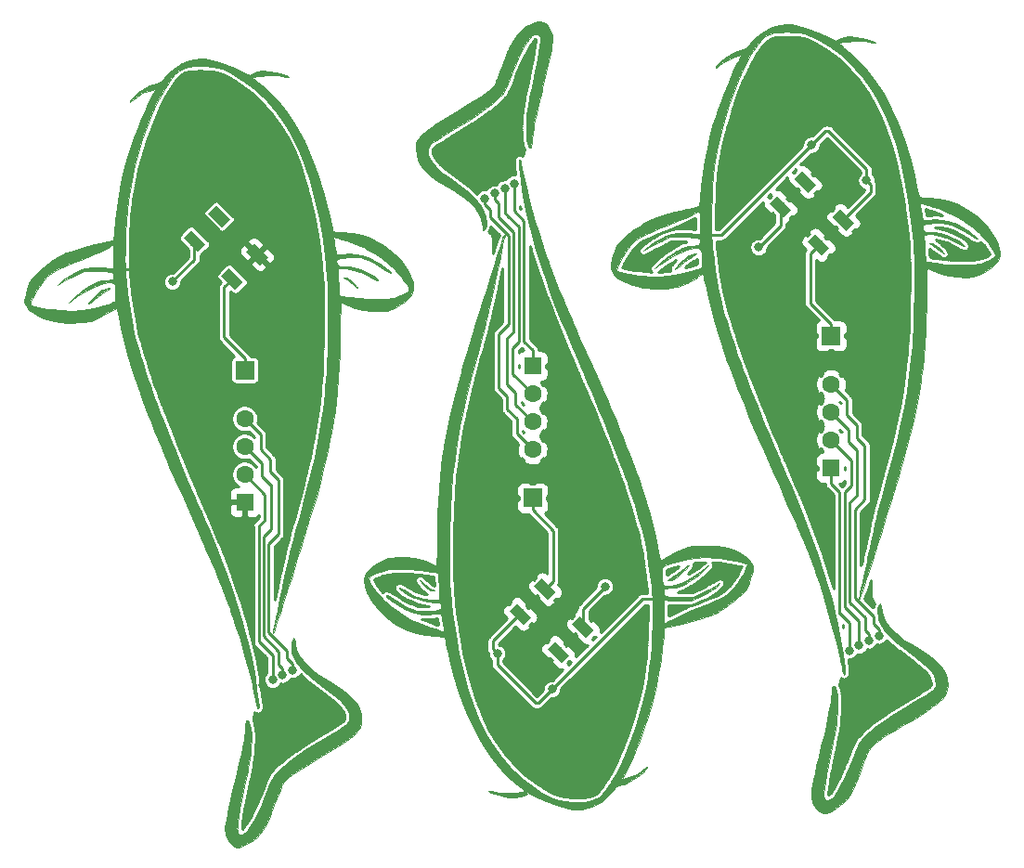
<source format=gbr>
%TF.GenerationSoftware,KiCad,Pcbnew,(5.0.2-5)-5*%
%TF.CreationDate,2022-10-07T21:03:46+07:00*%
%TF.ProjectId,gosanke,676f7361-6e6b-4652-9e6b-696361645f70,rev?*%
%TF.SameCoordinates,Original*%
%TF.FileFunction,Copper,L2,Bot*%
%TF.FilePolarity,Positive*%
%FSLAX46Y46*%
G04 Gerber Fmt 4.6, Leading zero omitted, Abs format (unit mm)*
G04 Created by KiCad (PCBNEW (5.0.2-5)-5) date 2022 October 07, Friday 21:03:46*
%MOMM*%
%LPD*%
G01*
G04 APERTURE LIST*
%TA.AperFunction,EtchedComponent*%
%ADD10C,0.010000*%
%TD*%
%TA.AperFunction,SMDPad,CuDef*%
%ADD11C,1.000000*%
%TD*%
%TA.AperFunction,Conductor*%
%ADD12C,0.100000*%
%TD*%
%TA.AperFunction,BGAPad,CuDef*%
%ADD13C,1.000000*%
%TD*%
%TA.AperFunction,ComponentPad*%
%ADD14C,1.600200*%
%TD*%
%TA.AperFunction,ComponentPad*%
%ADD15R,1.600200X1.600200*%
%TD*%
%TA.AperFunction,ComponentPad*%
%ADD16R,1.700000X1.700000*%
%TD*%
%TA.AperFunction,ViaPad*%
%ADD17C,0.800000*%
%TD*%
%TA.AperFunction,Conductor*%
%ADD18C,0.250000*%
%TD*%
%TA.AperFunction,Conductor*%
%ADD19C,0.254000*%
%TD*%
%ADD20C,0.254000*%
%TA.AperFunction,NonConductor*%
%ADD21C,0.254000*%
%TD*%
G04 APERTURE END LIST*
D10*
%TO.C,J4*%
G36*
X197474789Y-98198200D02*
X197440970Y-98141608D01*
X197400001Y-98010268D01*
X197345996Y-97783682D01*
X197273065Y-97441356D01*
X197175322Y-96962791D01*
X197121332Y-96695836D01*
X196983083Y-96067895D01*
X196798301Y-95312970D01*
X196576393Y-94463908D01*
X196326763Y-93553553D01*
X196058816Y-92614749D01*
X195781959Y-91680341D01*
X195505596Y-90783174D01*
X195239134Y-89956093D01*
X194991977Y-89231941D01*
X194951383Y-89118170D01*
X194727518Y-88504941D01*
X194483121Y-87851708D01*
X194228650Y-87184997D01*
X193974562Y-86531335D01*
X193731315Y-85917251D01*
X193509364Y-85369272D01*
X193319168Y-84913924D01*
X193171183Y-84577737D01*
X193115730Y-84461503D01*
X193035473Y-84291185D01*
X192899225Y-83990978D01*
X192718334Y-83586365D01*
X192504145Y-83102825D01*
X192268006Y-82565840D01*
X192078883Y-82133170D01*
X191507118Y-80826828D01*
X190962018Y-79591777D01*
X190453054Y-78449280D01*
X189989699Y-77420602D01*
X189581428Y-76527007D01*
X189578457Y-76520563D01*
X189418104Y-76159459D01*
X189207792Y-75665575D01*
X188957722Y-75064418D01*
X188678095Y-74381494D01*
X188379111Y-73642310D01*
X188070970Y-72872372D01*
X187763874Y-72097187D01*
X187468021Y-71342262D01*
X187193614Y-70633103D01*
X186950852Y-69995218D01*
X186749935Y-69454112D01*
X186724411Y-69383900D01*
X186178055Y-67782812D01*
X185688071Y-66158966D01*
X185270910Y-64569672D01*
X185013035Y-63421836D01*
X184904868Y-62902905D01*
X184806971Y-62442757D01*
X184724805Y-62066294D01*
X184663831Y-61798413D01*
X184629509Y-61664016D01*
X184625197Y-61653415D01*
X184545724Y-61680221D01*
X184362499Y-61780997D01*
X184112298Y-61935230D01*
X184063978Y-61966441D01*
X183164371Y-62473993D01*
X182277933Y-62816993D01*
X182096333Y-62867513D01*
X181706092Y-62936412D01*
X181199095Y-62979492D01*
X180625959Y-62996622D01*
X180037302Y-62987670D01*
X179483740Y-62952505D01*
X179015892Y-62890997D01*
X178937854Y-62875689D01*
X178193314Y-62679127D01*
X177546847Y-62427720D01*
X177012059Y-62130948D01*
X176602560Y-61798291D01*
X176331958Y-61439230D01*
X176213861Y-61063245D01*
X176209702Y-60975149D01*
X176239650Y-60733850D01*
X176317932Y-60388569D01*
X176429036Y-59992156D01*
X176557448Y-59597465D01*
X176687656Y-59257346D01*
X176759013Y-59103724D01*
X176907465Y-58903557D01*
X177170599Y-58634255D01*
X177520506Y-58318016D01*
X177929280Y-57977039D01*
X178369011Y-57633523D01*
X178811793Y-57309667D01*
X179229717Y-57027669D01*
X179594875Y-56809728D01*
X179729668Y-56740784D01*
X179999626Y-56631469D01*
X180399587Y-56494401D01*
X180894502Y-56339676D01*
X181449325Y-56177388D01*
X182029006Y-56017632D01*
X182598499Y-55870500D01*
X183122757Y-55746090D01*
X183362955Y-55694324D01*
X184294288Y-55502429D01*
X184354669Y-54784300D01*
X184466929Y-53676134D01*
X184618826Y-52520683D01*
X184803178Y-51358651D01*
X185012803Y-50230748D01*
X185240519Y-49177680D01*
X185479143Y-48240154D01*
X185556940Y-47970170D01*
X185748930Y-47365311D01*
X185987602Y-46675554D01*
X186260338Y-45932475D01*
X186554521Y-45167650D01*
X186857531Y-44412654D01*
X187156751Y-43699066D01*
X187439562Y-43058459D01*
X187693346Y-42522411D01*
X187866104Y-42191670D01*
X188005206Y-41934093D01*
X188098230Y-41745825D01*
X188127204Y-41663519D01*
X188125558Y-41662503D01*
X188033080Y-41686795D01*
X187824936Y-41750474D01*
X187546771Y-41839565D01*
X186968192Y-42062604D01*
X186503603Y-42325758D01*
X186137057Y-42622512D01*
X185935087Y-42790341D01*
X185829105Y-42837255D01*
X185817680Y-42780845D01*
X185899381Y-42638700D01*
X186072780Y-42428411D01*
X186160314Y-42336427D01*
X186440689Y-42093320D01*
X186801315Y-41839429D01*
X187202057Y-41596889D01*
X187602778Y-41387837D01*
X187963344Y-41234409D01*
X188243618Y-41158742D01*
X188303265Y-41154503D01*
X188463318Y-41130094D01*
X188613980Y-41037366D01*
X188793798Y-40847069D01*
X188924816Y-40682822D01*
X189386175Y-40182093D01*
X189957400Y-39711092D01*
X190579821Y-39315967D01*
X190813621Y-39197167D01*
X191244400Y-39043218D01*
X191746784Y-38938213D01*
X192249663Y-38892400D01*
X192681924Y-38916029D01*
X192718621Y-38922624D01*
X193920898Y-39224632D01*
X195105054Y-39651164D01*
X195670598Y-39905660D01*
X196717574Y-40412658D01*
X197067598Y-40214377D01*
X197455802Y-40075005D01*
X197954985Y-40018920D01*
X198530171Y-40043557D01*
X199146382Y-40146351D01*
X199768644Y-40324736D01*
X200051479Y-40433220D01*
X200261447Y-40534891D01*
X200317731Y-40595191D01*
X200231547Y-40611247D01*
X200014109Y-40580185D01*
X199734154Y-40514510D01*
X199391008Y-40441863D01*
X199035337Y-40409139D01*
X198605230Y-40412375D01*
X198348955Y-40425861D01*
X197797517Y-40466711D01*
X197404073Y-40511365D01*
X197157293Y-40561714D01*
X197045849Y-40619646D01*
X197036621Y-40644732D01*
X197100030Y-40720736D01*
X197268985Y-40868369D01*
X197511578Y-41060362D01*
X197608121Y-41133101D01*
X198517338Y-41903346D01*
X199388656Y-42828172D01*
X200215808Y-43895806D01*
X200992526Y-45094478D01*
X201712543Y-46412415D01*
X202369590Y-47837846D01*
X202957400Y-49358998D01*
X203469704Y-50964099D01*
X203900236Y-52641378D01*
X204014072Y-53164346D01*
X204112451Y-53637240D01*
X204197552Y-54049160D01*
X204263819Y-54372970D01*
X204305692Y-54581531D01*
X204317955Y-54648029D01*
X204396470Y-54664497D01*
X204607894Y-54686605D01*
X204916046Y-54710944D01*
X205145363Y-54725998D01*
X206115347Y-54823713D01*
X206963378Y-54995029D01*
X207723508Y-55247702D01*
X208032413Y-55383578D01*
X208905451Y-55877970D01*
X209714272Y-56494840D01*
X210432042Y-57207985D01*
X211031925Y-57991198D01*
X211436156Y-58707321D01*
X211633141Y-59265932D01*
X211686397Y-59791914D01*
X211661994Y-59917818D01*
X211260621Y-59917818D01*
X211206441Y-59755955D01*
X211057671Y-59498450D01*
X210834968Y-59173729D01*
X210558987Y-58810215D01*
X210250385Y-58436332D01*
X209929817Y-58080504D01*
X209911187Y-58060909D01*
X209217109Y-57421758D01*
X208402336Y-56822552D01*
X207515436Y-56298385D01*
X207365955Y-56221755D01*
X207138775Y-56118955D01*
X206815993Y-55987505D01*
X206427977Y-55838190D01*
X206005096Y-55681794D01*
X205577716Y-55529103D01*
X205176206Y-55390900D01*
X204830933Y-55277970D01*
X204572266Y-55201098D01*
X204430572Y-55171069D01*
X204414327Y-55173539D01*
X204412089Y-55263276D01*
X204432426Y-55480171D01*
X204471235Y-55784166D01*
X204490655Y-55918779D01*
X204545900Y-56257264D01*
X204600178Y-56534564D01*
X204644282Y-56705329D01*
X204655647Y-56731593D01*
X204747400Y-56777983D01*
X204953423Y-56778031D01*
X205269530Y-56736699D01*
X205806332Y-56697312D01*
X206399487Y-56728839D01*
X206978903Y-56823253D01*
X207474484Y-56972524D01*
X207529012Y-56995503D01*
X207796577Y-57128693D01*
X208135247Y-57319422D01*
X208506423Y-57543297D01*
X208871505Y-57775931D01*
X209191894Y-57992932D01*
X209428991Y-58169912D01*
X209523926Y-58256033D01*
X209640475Y-58409669D01*
X209629149Y-58466489D01*
X209499257Y-58428951D01*
X209260107Y-58299511D01*
X208960340Y-58107273D01*
X208323420Y-57696661D01*
X207776522Y-57391512D01*
X207286726Y-57180849D01*
X206821106Y-57053697D01*
X206346742Y-56999078D01*
X205830709Y-57006016D01*
X205688188Y-57016340D01*
X205250488Y-57057454D01*
X204955276Y-57101908D01*
X204775811Y-57158898D01*
X204685350Y-57237623D01*
X204657149Y-57347279D01*
X204656621Y-57371120D01*
X204676765Y-57615691D01*
X204760638Y-57755890D01*
X204943403Y-57819378D01*
X205244803Y-57833836D01*
X205728006Y-57871296D01*
X206256826Y-57974845D01*
X206797714Y-58131237D01*
X207317118Y-58327228D01*
X207781487Y-58549572D01*
X208157269Y-58785024D01*
X208410914Y-59020337D01*
X208467921Y-59106264D01*
X208453997Y-59151760D01*
X208308959Y-59096878D01*
X208031140Y-58940894D01*
X207888968Y-58854067D01*
X207062314Y-58425078D01*
X206232479Y-58159997D01*
X205446961Y-58062278D01*
X205143348Y-58059674D01*
X204912024Y-58068528D01*
X204799415Y-58086937D01*
X204796764Y-58088923D01*
X204788668Y-58181268D01*
X204791360Y-58405052D01*
X204802718Y-58722872D01*
X204820617Y-59097324D01*
X204842935Y-59491008D01*
X204867548Y-59866521D01*
X204892333Y-60186459D01*
X204915168Y-60413422D01*
X204933929Y-60510006D01*
X204934216Y-60510320D01*
X205022482Y-60532665D01*
X205243269Y-60574677D01*
X205561769Y-60630030D01*
X205887087Y-60683450D01*
X206663001Y-60774905D01*
X207571700Y-60823879D01*
X208170288Y-60832016D01*
X208694536Y-60829836D01*
X209088860Y-60820508D01*
X209392649Y-60799543D01*
X209645291Y-60762453D01*
X209886174Y-60704749D01*
X210154688Y-60621941D01*
X210228839Y-60597427D01*
X210728411Y-60405401D01*
X211062272Y-60216396D01*
X211233958Y-60028082D01*
X211260621Y-59917818D01*
X211661994Y-59917818D01*
X211595004Y-60263438D01*
X211509330Y-60446975D01*
X211269050Y-60752013D01*
X210905542Y-61068531D01*
X210460579Y-61369949D01*
X209975934Y-61629687D01*
X209493379Y-61821163D01*
X209245621Y-61887405D01*
X208584789Y-61965183D01*
X207844652Y-61948159D01*
X207080696Y-61844023D01*
X206348406Y-61660469D01*
X205703270Y-61405187D01*
X205678839Y-61392975D01*
X205383375Y-61252556D01*
X205201085Y-61191872D01*
X205100432Y-61202724D01*
X205069501Y-61234519D01*
X205050433Y-61346429D01*
X205033180Y-61604321D01*
X205018455Y-61984848D01*
X205006971Y-62464663D01*
X204999442Y-63020418D01*
X204996585Y-63620884D01*
X204984078Y-64677353D01*
X204949327Y-65798570D01*
X204894750Y-66948032D01*
X204822767Y-68089235D01*
X204735799Y-69185675D01*
X204636265Y-70200850D01*
X204526585Y-71098255D01*
X204479375Y-71422836D01*
X204293374Y-72520869D01*
X204057847Y-73732434D01*
X203783051Y-75012637D01*
X203479240Y-76316580D01*
X203156672Y-77599367D01*
X202825602Y-78816102D01*
X202661323Y-79381503D01*
X202447050Y-80096726D01*
X202209104Y-80882441D01*
X201952040Y-81724212D01*
X201680415Y-82607604D01*
X201398787Y-83518179D01*
X201111710Y-84441502D01*
X200823741Y-85363136D01*
X200539437Y-86268646D01*
X200263354Y-87143596D01*
X200000048Y-87973548D01*
X199754076Y-88744068D01*
X199529994Y-89440718D01*
X199332358Y-90049063D01*
X199165725Y-90554667D01*
X199034651Y-90943093D01*
X198943692Y-91199906D01*
X198897405Y-91310669D01*
X198895463Y-91313104D01*
X198836095Y-91337998D01*
X198843603Y-91219175D01*
X198849247Y-91192503D01*
X198876564Y-91065768D01*
X198935144Y-90792084D01*
X199021002Y-90390128D01*
X199130155Y-89878577D01*
X199258618Y-89276105D01*
X199402407Y-88601391D01*
X199557537Y-87873109D01*
X199625948Y-87551836D01*
X199828194Y-86604355D01*
X200002622Y-85795002D01*
X200155971Y-85096133D01*
X200294981Y-84480108D01*
X200426392Y-83919284D01*
X200556942Y-83386020D01*
X200693371Y-82852672D01*
X200842419Y-82291600D01*
X201010825Y-81675160D01*
X201205329Y-80975711D01*
X201388520Y-80322622D01*
X201872877Y-78546523D01*
X202291101Y-76893753D01*
X202649112Y-75334406D01*
X202952834Y-73838572D01*
X203208188Y-72376344D01*
X203421094Y-70917813D01*
X203597476Y-69433072D01*
X203653519Y-68882836D01*
X203705532Y-68252565D01*
X203752007Y-67498513D01*
X203792530Y-66646818D01*
X203826686Y-65723619D01*
X203854061Y-64755054D01*
X203874240Y-63767262D01*
X203886808Y-62786382D01*
X203891350Y-61838552D01*
X203887453Y-60949910D01*
X203874700Y-60146595D01*
X203852679Y-59454746D01*
X203820973Y-58900501D01*
X203813349Y-58807503D01*
X203605533Y-56828740D01*
X203336633Y-54933544D01*
X203009445Y-53132116D01*
X202626765Y-51434658D01*
X202191389Y-49851372D01*
X201706113Y-48392459D01*
X201173733Y-47068122D01*
X200597044Y-45888561D01*
X200001061Y-44896977D01*
X199126231Y-43702439D01*
X198192923Y-42637052D01*
X197213800Y-41714073D01*
X196274621Y-40996097D01*
X195588479Y-40547371D01*
X194988561Y-40202900D01*
X194438639Y-39949984D01*
X193902486Y-39775921D01*
X193343871Y-39668011D01*
X192726567Y-39613553D01*
X192295288Y-39601022D01*
X191653076Y-39611979D01*
X191125854Y-39673852D01*
X190684009Y-39803724D01*
X190297933Y-40018677D01*
X189938013Y-40335796D01*
X189574641Y-40772163D01*
X189178204Y-41344862D01*
X189121490Y-41432079D01*
X188683796Y-42177544D01*
X188239142Y-43063736D01*
X187798243Y-44062974D01*
X187371815Y-45147576D01*
X186970574Y-46289862D01*
X186605235Y-47462150D01*
X186286513Y-48636760D01*
X186207994Y-48958470D01*
X185979954Y-49970282D01*
X185796769Y-50913264D01*
X185653404Y-51828732D01*
X185544828Y-52758003D01*
X185466006Y-53742394D01*
X185411906Y-54823221D01*
X185384641Y-55717170D01*
X185368655Y-56511093D01*
X185363102Y-57172598D01*
X185368873Y-57738332D01*
X185386859Y-58244942D01*
X185417951Y-58729074D01*
X185463039Y-59227374D01*
X185472095Y-59315503D01*
X185583776Y-60263613D01*
X185592636Y-60326960D01*
X184520396Y-60326960D01*
X184517505Y-60206221D01*
X184493437Y-59787991D01*
X184438163Y-59513438D01*
X184330464Y-59357200D01*
X184149122Y-59293913D01*
X183872917Y-59298216D01*
X183766914Y-59309061D01*
X183202424Y-59433628D01*
X182555461Y-59690576D01*
X181821930Y-60081932D01*
X180997734Y-60609725D01*
X180653621Y-60850989D01*
X180230288Y-61154275D01*
X180751426Y-60646720D01*
X181055936Y-60381287D01*
X181448780Y-60082393D01*
X181868423Y-59795404D01*
X182101886Y-59651083D01*
X182475639Y-59435405D01*
X182754174Y-59291848D01*
X182986055Y-59203094D01*
X183219848Y-59151821D01*
X183504118Y-59120709D01*
X183612748Y-59112252D01*
X184294288Y-59061503D01*
X184320396Y-58746856D01*
X184323018Y-58533952D01*
X184260862Y-58426841D01*
X184108729Y-58367179D01*
X183936639Y-58342783D01*
X183635234Y-58322350D01*
X183244520Y-58307800D01*
X182804504Y-58301057D01*
X182727955Y-58300826D01*
X181584955Y-58299503D01*
X180780621Y-58694475D01*
X180396275Y-58886900D01*
X180023847Y-59079694D01*
X179718170Y-59244196D01*
X179595288Y-59314042D01*
X179214288Y-59538636D01*
X179593514Y-59186690D01*
X179889224Y-58958760D01*
X180296521Y-58706462D01*
X180765259Y-58455600D01*
X181245293Y-58231974D01*
X181686478Y-58061388D01*
X181906684Y-57996453D01*
X182180130Y-57957819D01*
X182564886Y-57939437D01*
X183006223Y-57940014D01*
X183449412Y-57958258D01*
X183839725Y-57992874D01*
X184122434Y-58042571D01*
X184146121Y-58049362D01*
X184336621Y-58107586D01*
X184336621Y-56989989D01*
X184332132Y-56580346D01*
X184319834Y-56242616D01*
X184301486Y-56006921D01*
X184278844Y-55903384D01*
X184273121Y-55901472D01*
X184176618Y-55949526D01*
X183961798Y-56058399D01*
X183661021Y-56211642D01*
X183326933Y-56382421D01*
X182958692Y-56560621D01*
X182476053Y-56779059D01*
X181923187Y-57018567D01*
X181344267Y-57259977D01*
X180829266Y-57466243D01*
X180179902Y-57722776D01*
X179664923Y-57934432D01*
X179259883Y-58115045D01*
X178940337Y-58278448D01*
X178681839Y-58438477D01*
X178459945Y-58608963D01*
X178250210Y-58803743D01*
X178028187Y-59036648D01*
X177999949Y-59067389D01*
X177771767Y-59346059D01*
X177529837Y-59690688D01*
X177291890Y-60069402D01*
X177075661Y-60450331D01*
X176898883Y-60801600D01*
X176779290Y-61091338D01*
X176734615Y-61287672D01*
X176740743Y-61330574D01*
X176839442Y-61390902D01*
X177076202Y-61465615D01*
X177420960Y-61548906D01*
X177843652Y-61634965D01*
X178314215Y-61717986D01*
X178802586Y-61792160D01*
X179278700Y-61851679D01*
X179595288Y-61882056D01*
X180503976Y-61901095D01*
X181493256Y-61825514D01*
X182508398Y-61662487D01*
X183494671Y-61419187D01*
X183764241Y-61335692D01*
X184077109Y-61224850D01*
X184325346Y-61120036D01*
X184465907Y-61039936D01*
X184479758Y-61025061D01*
X184504803Y-60900071D01*
X184519057Y-60652020D01*
X184520396Y-60326960D01*
X185592636Y-60326960D01*
X185726301Y-61282628D01*
X185889754Y-62309540D01*
X186064220Y-63281340D01*
X186206896Y-63985263D01*
X186288825Y-64318701D01*
X186417126Y-64783600D01*
X186582904Y-65351361D01*
X186777259Y-65993385D01*
X186991296Y-66681073D01*
X187216116Y-67385828D01*
X187442822Y-68079051D01*
X187662516Y-68732142D01*
X187860171Y-69299309D01*
X188036153Y-69779070D01*
X188268686Y-70391244D01*
X188548290Y-71112319D01*
X188865483Y-71918780D01*
X189210783Y-72787113D01*
X189574708Y-73693806D01*
X189947777Y-74615344D01*
X190320509Y-75528214D01*
X190683422Y-76408902D01*
X191027033Y-77233894D01*
X191341863Y-77979676D01*
X191618429Y-78622736D01*
X191635474Y-78661836D01*
X191960138Y-79410076D01*
X192323515Y-80254630D01*
X192702476Y-81141276D01*
X193073893Y-82015796D01*
X193414639Y-82823970D01*
X193603981Y-83276645D01*
X194125731Y-84573823D01*
X194632619Y-85920513D01*
X195116744Y-87291270D01*
X195570208Y-88660650D01*
X195985111Y-90003210D01*
X196353553Y-91293506D01*
X196667634Y-92506095D01*
X196919454Y-93615531D01*
X197082087Y-94479092D01*
X197241485Y-95461579D01*
X197369673Y-96298412D01*
X197466196Y-96985968D01*
X197530602Y-97520625D01*
X197562436Y-97898760D01*
X197561244Y-98116752D01*
X197544530Y-98169128D01*
X197507347Y-98200542D01*
X197474789Y-98198200D01*
X197474789Y-98198200D01*
G37*
X197474789Y-98198200D02*
X197440970Y-98141608D01*
X197400001Y-98010268D01*
X197345996Y-97783682D01*
X197273065Y-97441356D01*
X197175322Y-96962791D01*
X197121332Y-96695836D01*
X196983083Y-96067895D01*
X196798301Y-95312970D01*
X196576393Y-94463908D01*
X196326763Y-93553553D01*
X196058816Y-92614749D01*
X195781959Y-91680341D01*
X195505596Y-90783174D01*
X195239134Y-89956093D01*
X194991977Y-89231941D01*
X194951383Y-89118170D01*
X194727518Y-88504941D01*
X194483121Y-87851708D01*
X194228650Y-87184997D01*
X193974562Y-86531335D01*
X193731315Y-85917251D01*
X193509364Y-85369272D01*
X193319168Y-84913924D01*
X193171183Y-84577737D01*
X193115730Y-84461503D01*
X193035473Y-84291185D01*
X192899225Y-83990978D01*
X192718334Y-83586365D01*
X192504145Y-83102825D01*
X192268006Y-82565840D01*
X192078883Y-82133170D01*
X191507118Y-80826828D01*
X190962018Y-79591777D01*
X190453054Y-78449280D01*
X189989699Y-77420602D01*
X189581428Y-76527007D01*
X189578457Y-76520563D01*
X189418104Y-76159459D01*
X189207792Y-75665575D01*
X188957722Y-75064418D01*
X188678095Y-74381494D01*
X188379111Y-73642310D01*
X188070970Y-72872372D01*
X187763874Y-72097187D01*
X187468021Y-71342262D01*
X187193614Y-70633103D01*
X186950852Y-69995218D01*
X186749935Y-69454112D01*
X186724411Y-69383900D01*
X186178055Y-67782812D01*
X185688071Y-66158966D01*
X185270910Y-64569672D01*
X185013035Y-63421836D01*
X184904868Y-62902905D01*
X184806971Y-62442757D01*
X184724805Y-62066294D01*
X184663831Y-61798413D01*
X184629509Y-61664016D01*
X184625197Y-61653415D01*
X184545724Y-61680221D01*
X184362499Y-61780997D01*
X184112298Y-61935230D01*
X184063978Y-61966441D01*
X183164371Y-62473993D01*
X182277933Y-62816993D01*
X182096333Y-62867513D01*
X181706092Y-62936412D01*
X181199095Y-62979492D01*
X180625959Y-62996622D01*
X180037302Y-62987670D01*
X179483740Y-62952505D01*
X179015892Y-62890997D01*
X178937854Y-62875689D01*
X178193314Y-62679127D01*
X177546847Y-62427720D01*
X177012059Y-62130948D01*
X176602560Y-61798291D01*
X176331958Y-61439230D01*
X176213861Y-61063245D01*
X176209702Y-60975149D01*
X176239650Y-60733850D01*
X176317932Y-60388569D01*
X176429036Y-59992156D01*
X176557448Y-59597465D01*
X176687656Y-59257346D01*
X176759013Y-59103724D01*
X176907465Y-58903557D01*
X177170599Y-58634255D01*
X177520506Y-58318016D01*
X177929280Y-57977039D01*
X178369011Y-57633523D01*
X178811793Y-57309667D01*
X179229717Y-57027669D01*
X179594875Y-56809728D01*
X179729668Y-56740784D01*
X179999626Y-56631469D01*
X180399587Y-56494401D01*
X180894502Y-56339676D01*
X181449325Y-56177388D01*
X182029006Y-56017632D01*
X182598499Y-55870500D01*
X183122757Y-55746090D01*
X183362955Y-55694324D01*
X184294288Y-55502429D01*
X184354669Y-54784300D01*
X184466929Y-53676134D01*
X184618826Y-52520683D01*
X184803178Y-51358651D01*
X185012803Y-50230748D01*
X185240519Y-49177680D01*
X185479143Y-48240154D01*
X185556940Y-47970170D01*
X185748930Y-47365311D01*
X185987602Y-46675554D01*
X186260338Y-45932475D01*
X186554521Y-45167650D01*
X186857531Y-44412654D01*
X187156751Y-43699066D01*
X187439562Y-43058459D01*
X187693346Y-42522411D01*
X187866104Y-42191670D01*
X188005206Y-41934093D01*
X188098230Y-41745825D01*
X188127204Y-41663519D01*
X188125558Y-41662503D01*
X188033080Y-41686795D01*
X187824936Y-41750474D01*
X187546771Y-41839565D01*
X186968192Y-42062604D01*
X186503603Y-42325758D01*
X186137057Y-42622512D01*
X185935087Y-42790341D01*
X185829105Y-42837255D01*
X185817680Y-42780845D01*
X185899381Y-42638700D01*
X186072780Y-42428411D01*
X186160314Y-42336427D01*
X186440689Y-42093320D01*
X186801315Y-41839429D01*
X187202057Y-41596889D01*
X187602778Y-41387837D01*
X187963344Y-41234409D01*
X188243618Y-41158742D01*
X188303265Y-41154503D01*
X188463318Y-41130094D01*
X188613980Y-41037366D01*
X188793798Y-40847069D01*
X188924816Y-40682822D01*
X189386175Y-40182093D01*
X189957400Y-39711092D01*
X190579821Y-39315967D01*
X190813621Y-39197167D01*
X191244400Y-39043218D01*
X191746784Y-38938213D01*
X192249663Y-38892400D01*
X192681924Y-38916029D01*
X192718621Y-38922624D01*
X193920898Y-39224632D01*
X195105054Y-39651164D01*
X195670598Y-39905660D01*
X196717574Y-40412658D01*
X197067598Y-40214377D01*
X197455802Y-40075005D01*
X197954985Y-40018920D01*
X198530171Y-40043557D01*
X199146382Y-40146351D01*
X199768644Y-40324736D01*
X200051479Y-40433220D01*
X200261447Y-40534891D01*
X200317731Y-40595191D01*
X200231547Y-40611247D01*
X200014109Y-40580185D01*
X199734154Y-40514510D01*
X199391008Y-40441863D01*
X199035337Y-40409139D01*
X198605230Y-40412375D01*
X198348955Y-40425861D01*
X197797517Y-40466711D01*
X197404073Y-40511365D01*
X197157293Y-40561714D01*
X197045849Y-40619646D01*
X197036621Y-40644732D01*
X197100030Y-40720736D01*
X197268985Y-40868369D01*
X197511578Y-41060362D01*
X197608121Y-41133101D01*
X198517338Y-41903346D01*
X199388656Y-42828172D01*
X200215808Y-43895806D01*
X200992526Y-45094478D01*
X201712543Y-46412415D01*
X202369590Y-47837846D01*
X202957400Y-49358998D01*
X203469704Y-50964099D01*
X203900236Y-52641378D01*
X204014072Y-53164346D01*
X204112451Y-53637240D01*
X204197552Y-54049160D01*
X204263819Y-54372970D01*
X204305692Y-54581531D01*
X204317955Y-54648029D01*
X204396470Y-54664497D01*
X204607894Y-54686605D01*
X204916046Y-54710944D01*
X205145363Y-54725998D01*
X206115347Y-54823713D01*
X206963378Y-54995029D01*
X207723508Y-55247702D01*
X208032413Y-55383578D01*
X208905451Y-55877970D01*
X209714272Y-56494840D01*
X210432042Y-57207985D01*
X211031925Y-57991198D01*
X211436156Y-58707321D01*
X211633141Y-59265932D01*
X211686397Y-59791914D01*
X211661994Y-59917818D01*
X211260621Y-59917818D01*
X211206441Y-59755955D01*
X211057671Y-59498450D01*
X210834968Y-59173729D01*
X210558987Y-58810215D01*
X210250385Y-58436332D01*
X209929817Y-58080504D01*
X209911187Y-58060909D01*
X209217109Y-57421758D01*
X208402336Y-56822552D01*
X207515436Y-56298385D01*
X207365955Y-56221755D01*
X207138775Y-56118955D01*
X206815993Y-55987505D01*
X206427977Y-55838190D01*
X206005096Y-55681794D01*
X205577716Y-55529103D01*
X205176206Y-55390900D01*
X204830933Y-55277970D01*
X204572266Y-55201098D01*
X204430572Y-55171069D01*
X204414327Y-55173539D01*
X204412089Y-55263276D01*
X204432426Y-55480171D01*
X204471235Y-55784166D01*
X204490655Y-55918779D01*
X204545900Y-56257264D01*
X204600178Y-56534564D01*
X204644282Y-56705329D01*
X204655647Y-56731593D01*
X204747400Y-56777983D01*
X204953423Y-56778031D01*
X205269530Y-56736699D01*
X205806332Y-56697312D01*
X206399487Y-56728839D01*
X206978903Y-56823253D01*
X207474484Y-56972524D01*
X207529012Y-56995503D01*
X207796577Y-57128693D01*
X208135247Y-57319422D01*
X208506423Y-57543297D01*
X208871505Y-57775931D01*
X209191894Y-57992932D01*
X209428991Y-58169912D01*
X209523926Y-58256033D01*
X209640475Y-58409669D01*
X209629149Y-58466489D01*
X209499257Y-58428951D01*
X209260107Y-58299511D01*
X208960340Y-58107273D01*
X208323420Y-57696661D01*
X207776522Y-57391512D01*
X207286726Y-57180849D01*
X206821106Y-57053697D01*
X206346742Y-56999078D01*
X205830709Y-57006016D01*
X205688188Y-57016340D01*
X205250488Y-57057454D01*
X204955276Y-57101908D01*
X204775811Y-57158898D01*
X204685350Y-57237623D01*
X204657149Y-57347279D01*
X204656621Y-57371120D01*
X204676765Y-57615691D01*
X204760638Y-57755890D01*
X204943403Y-57819378D01*
X205244803Y-57833836D01*
X205728006Y-57871296D01*
X206256826Y-57974845D01*
X206797714Y-58131237D01*
X207317118Y-58327228D01*
X207781487Y-58549572D01*
X208157269Y-58785024D01*
X208410914Y-59020337D01*
X208467921Y-59106264D01*
X208453997Y-59151760D01*
X208308959Y-59096878D01*
X208031140Y-58940894D01*
X207888968Y-58854067D01*
X207062314Y-58425078D01*
X206232479Y-58159997D01*
X205446961Y-58062278D01*
X205143348Y-58059674D01*
X204912024Y-58068528D01*
X204799415Y-58086937D01*
X204796764Y-58088923D01*
X204788668Y-58181268D01*
X204791360Y-58405052D01*
X204802718Y-58722872D01*
X204820617Y-59097324D01*
X204842935Y-59491008D01*
X204867548Y-59866521D01*
X204892333Y-60186459D01*
X204915168Y-60413422D01*
X204933929Y-60510006D01*
X204934216Y-60510320D01*
X205022482Y-60532665D01*
X205243269Y-60574677D01*
X205561769Y-60630030D01*
X205887087Y-60683450D01*
X206663001Y-60774905D01*
X207571700Y-60823879D01*
X208170288Y-60832016D01*
X208694536Y-60829836D01*
X209088860Y-60820508D01*
X209392649Y-60799543D01*
X209645291Y-60762453D01*
X209886174Y-60704749D01*
X210154688Y-60621941D01*
X210228839Y-60597427D01*
X210728411Y-60405401D01*
X211062272Y-60216396D01*
X211233958Y-60028082D01*
X211260621Y-59917818D01*
X211661994Y-59917818D01*
X211595004Y-60263438D01*
X211509330Y-60446975D01*
X211269050Y-60752013D01*
X210905542Y-61068531D01*
X210460579Y-61369949D01*
X209975934Y-61629687D01*
X209493379Y-61821163D01*
X209245621Y-61887405D01*
X208584789Y-61965183D01*
X207844652Y-61948159D01*
X207080696Y-61844023D01*
X206348406Y-61660469D01*
X205703270Y-61405187D01*
X205678839Y-61392975D01*
X205383375Y-61252556D01*
X205201085Y-61191872D01*
X205100432Y-61202724D01*
X205069501Y-61234519D01*
X205050433Y-61346429D01*
X205033180Y-61604321D01*
X205018455Y-61984848D01*
X205006971Y-62464663D01*
X204999442Y-63020418D01*
X204996585Y-63620884D01*
X204984078Y-64677353D01*
X204949327Y-65798570D01*
X204894750Y-66948032D01*
X204822767Y-68089235D01*
X204735799Y-69185675D01*
X204636265Y-70200850D01*
X204526585Y-71098255D01*
X204479375Y-71422836D01*
X204293374Y-72520869D01*
X204057847Y-73732434D01*
X203783051Y-75012637D01*
X203479240Y-76316580D01*
X203156672Y-77599367D01*
X202825602Y-78816102D01*
X202661323Y-79381503D01*
X202447050Y-80096726D01*
X202209104Y-80882441D01*
X201952040Y-81724212D01*
X201680415Y-82607604D01*
X201398787Y-83518179D01*
X201111710Y-84441502D01*
X200823741Y-85363136D01*
X200539437Y-86268646D01*
X200263354Y-87143596D01*
X200000048Y-87973548D01*
X199754076Y-88744068D01*
X199529994Y-89440718D01*
X199332358Y-90049063D01*
X199165725Y-90554667D01*
X199034651Y-90943093D01*
X198943692Y-91199906D01*
X198897405Y-91310669D01*
X198895463Y-91313104D01*
X198836095Y-91337998D01*
X198843603Y-91219175D01*
X198849247Y-91192503D01*
X198876564Y-91065768D01*
X198935144Y-90792084D01*
X199021002Y-90390128D01*
X199130155Y-89878577D01*
X199258618Y-89276105D01*
X199402407Y-88601391D01*
X199557537Y-87873109D01*
X199625948Y-87551836D01*
X199828194Y-86604355D01*
X200002622Y-85795002D01*
X200155971Y-85096133D01*
X200294981Y-84480108D01*
X200426392Y-83919284D01*
X200556942Y-83386020D01*
X200693371Y-82852672D01*
X200842419Y-82291600D01*
X201010825Y-81675160D01*
X201205329Y-80975711D01*
X201388520Y-80322622D01*
X201872877Y-78546523D01*
X202291101Y-76893753D01*
X202649112Y-75334406D01*
X202952834Y-73838572D01*
X203208188Y-72376344D01*
X203421094Y-70917813D01*
X203597476Y-69433072D01*
X203653519Y-68882836D01*
X203705532Y-68252565D01*
X203752007Y-67498513D01*
X203792530Y-66646818D01*
X203826686Y-65723619D01*
X203854061Y-64755054D01*
X203874240Y-63767262D01*
X203886808Y-62786382D01*
X203891350Y-61838552D01*
X203887453Y-60949910D01*
X203874700Y-60146595D01*
X203852679Y-59454746D01*
X203820973Y-58900501D01*
X203813349Y-58807503D01*
X203605533Y-56828740D01*
X203336633Y-54933544D01*
X203009445Y-53132116D01*
X202626765Y-51434658D01*
X202191389Y-49851372D01*
X201706113Y-48392459D01*
X201173733Y-47068122D01*
X200597044Y-45888561D01*
X200001061Y-44896977D01*
X199126231Y-43702439D01*
X198192923Y-42637052D01*
X197213800Y-41714073D01*
X196274621Y-40996097D01*
X195588479Y-40547371D01*
X194988561Y-40202900D01*
X194438639Y-39949984D01*
X193902486Y-39775921D01*
X193343871Y-39668011D01*
X192726567Y-39613553D01*
X192295288Y-39601022D01*
X191653076Y-39611979D01*
X191125854Y-39673852D01*
X190684009Y-39803724D01*
X190297933Y-40018677D01*
X189938013Y-40335796D01*
X189574641Y-40772163D01*
X189178204Y-41344862D01*
X189121490Y-41432079D01*
X188683796Y-42177544D01*
X188239142Y-43063736D01*
X187798243Y-44062974D01*
X187371815Y-45147576D01*
X186970574Y-46289862D01*
X186605235Y-47462150D01*
X186286513Y-48636760D01*
X186207994Y-48958470D01*
X185979954Y-49970282D01*
X185796769Y-50913264D01*
X185653404Y-51828732D01*
X185544828Y-52758003D01*
X185466006Y-53742394D01*
X185411906Y-54823221D01*
X185384641Y-55717170D01*
X185368655Y-56511093D01*
X185363102Y-57172598D01*
X185368873Y-57738332D01*
X185386859Y-58244942D01*
X185417951Y-58729074D01*
X185463039Y-59227374D01*
X185472095Y-59315503D01*
X185583776Y-60263613D01*
X185592636Y-60326960D01*
X184520396Y-60326960D01*
X184517505Y-60206221D01*
X184493437Y-59787991D01*
X184438163Y-59513438D01*
X184330464Y-59357200D01*
X184149122Y-59293913D01*
X183872917Y-59298216D01*
X183766914Y-59309061D01*
X183202424Y-59433628D01*
X182555461Y-59690576D01*
X181821930Y-60081932D01*
X180997734Y-60609725D01*
X180653621Y-60850989D01*
X180230288Y-61154275D01*
X180751426Y-60646720D01*
X181055936Y-60381287D01*
X181448780Y-60082393D01*
X181868423Y-59795404D01*
X182101886Y-59651083D01*
X182475639Y-59435405D01*
X182754174Y-59291848D01*
X182986055Y-59203094D01*
X183219848Y-59151821D01*
X183504118Y-59120709D01*
X183612748Y-59112252D01*
X184294288Y-59061503D01*
X184320396Y-58746856D01*
X184323018Y-58533952D01*
X184260862Y-58426841D01*
X184108729Y-58367179D01*
X183936639Y-58342783D01*
X183635234Y-58322350D01*
X183244520Y-58307800D01*
X182804504Y-58301057D01*
X182727955Y-58300826D01*
X181584955Y-58299503D01*
X180780621Y-58694475D01*
X180396275Y-58886900D01*
X180023847Y-59079694D01*
X179718170Y-59244196D01*
X179595288Y-59314042D01*
X179214288Y-59538636D01*
X179593514Y-59186690D01*
X179889224Y-58958760D01*
X180296521Y-58706462D01*
X180765259Y-58455600D01*
X181245293Y-58231974D01*
X181686478Y-58061388D01*
X181906684Y-57996453D01*
X182180130Y-57957819D01*
X182564886Y-57939437D01*
X183006223Y-57940014D01*
X183449412Y-57958258D01*
X183839725Y-57992874D01*
X184122434Y-58042571D01*
X184146121Y-58049362D01*
X184336621Y-58107586D01*
X184336621Y-56989989D01*
X184332132Y-56580346D01*
X184319834Y-56242616D01*
X184301486Y-56006921D01*
X184278844Y-55903384D01*
X184273121Y-55901472D01*
X184176618Y-55949526D01*
X183961798Y-56058399D01*
X183661021Y-56211642D01*
X183326933Y-56382421D01*
X182958692Y-56560621D01*
X182476053Y-56779059D01*
X181923187Y-57018567D01*
X181344267Y-57259977D01*
X180829266Y-57466243D01*
X180179902Y-57722776D01*
X179664923Y-57934432D01*
X179259883Y-58115045D01*
X178940337Y-58278448D01*
X178681839Y-58438477D01*
X178459945Y-58608963D01*
X178250210Y-58803743D01*
X178028187Y-59036648D01*
X177999949Y-59067389D01*
X177771767Y-59346059D01*
X177529837Y-59690688D01*
X177291890Y-60069402D01*
X177075661Y-60450331D01*
X176898883Y-60801600D01*
X176779290Y-61091338D01*
X176734615Y-61287672D01*
X176740743Y-61330574D01*
X176839442Y-61390902D01*
X177076202Y-61465615D01*
X177420960Y-61548906D01*
X177843652Y-61634965D01*
X178314215Y-61717986D01*
X178802586Y-61792160D01*
X179278700Y-61851679D01*
X179595288Y-61882056D01*
X180503976Y-61901095D01*
X181493256Y-61825514D01*
X182508398Y-61662487D01*
X183494671Y-61419187D01*
X183764241Y-61335692D01*
X184077109Y-61224850D01*
X184325346Y-61120036D01*
X184465907Y-61039936D01*
X184479758Y-61025061D01*
X184504803Y-60900071D01*
X184519057Y-60652020D01*
X184520396Y-60326960D01*
X185592636Y-60326960D01*
X185726301Y-61282628D01*
X185889754Y-62309540D01*
X186064220Y-63281340D01*
X186206896Y-63985263D01*
X186288825Y-64318701D01*
X186417126Y-64783600D01*
X186582904Y-65351361D01*
X186777259Y-65993385D01*
X186991296Y-66681073D01*
X187216116Y-67385828D01*
X187442822Y-68079051D01*
X187662516Y-68732142D01*
X187860171Y-69299309D01*
X188036153Y-69779070D01*
X188268686Y-70391244D01*
X188548290Y-71112319D01*
X188865483Y-71918780D01*
X189210783Y-72787113D01*
X189574708Y-73693806D01*
X189947777Y-74615344D01*
X190320509Y-75528214D01*
X190683422Y-76408902D01*
X191027033Y-77233894D01*
X191341863Y-77979676D01*
X191618429Y-78622736D01*
X191635474Y-78661836D01*
X191960138Y-79410076D01*
X192323515Y-80254630D01*
X192702476Y-81141276D01*
X193073893Y-82015796D01*
X193414639Y-82823970D01*
X193603981Y-83276645D01*
X194125731Y-84573823D01*
X194632619Y-85920513D01*
X195116744Y-87291270D01*
X195570208Y-88660650D01*
X195985111Y-90003210D01*
X196353553Y-91293506D01*
X196667634Y-92506095D01*
X196919454Y-93615531D01*
X197082087Y-94479092D01*
X197241485Y-95461579D01*
X197369673Y-96298412D01*
X197466196Y-96985968D01*
X197530602Y-97520625D01*
X197562436Y-97898760D01*
X197561244Y-98116752D01*
X197544530Y-98169128D01*
X197507347Y-98200542D01*
X197474789Y-98198200D01*
G36*
X182050621Y-61198607D02*
X182114074Y-61066871D01*
X182282214Y-60867684D01*
X182521712Y-60631706D01*
X182799239Y-60389595D01*
X183081468Y-60172010D01*
X183335070Y-60009612D01*
X183354398Y-59999251D01*
X183657325Y-59856138D01*
X183877700Y-59784583D01*
X183989383Y-59792083D01*
X183997955Y-59814677D01*
X183932496Y-59873898D01*
X183761937Y-59994863D01*
X183553455Y-60131848D01*
X183260645Y-60333381D01*
X182914792Y-60592623D01*
X182589214Y-60854556D01*
X182579788Y-60862503D01*
X182338997Y-61053679D01*
X182155542Y-61176060D01*
X182058669Y-61211071D01*
X182050621Y-61198607D01*
X182050621Y-61198607D01*
G37*
X182050621Y-61198607D02*
X182114074Y-61066871D01*
X182282214Y-60867684D01*
X182521712Y-60631706D01*
X182799239Y-60389595D01*
X183081468Y-60172010D01*
X183335070Y-60009612D01*
X183354398Y-59999251D01*
X183657325Y-59856138D01*
X183877700Y-59784583D01*
X183989383Y-59792083D01*
X183997955Y-59814677D01*
X183932496Y-59873898D01*
X183761937Y-59994863D01*
X183553455Y-60131848D01*
X183260645Y-60333381D01*
X182914792Y-60592623D01*
X182589214Y-60854556D01*
X182579788Y-60862503D01*
X182338997Y-61053679D01*
X182155542Y-61176060D01*
X182058669Y-61211071D01*
X182050621Y-61198607D01*
G36*
X206532732Y-59804647D02*
X206356566Y-59666847D01*
X206172173Y-59508817D01*
X205893575Y-59276538D01*
X205638520Y-59083110D01*
X205450760Y-58961138D01*
X205412437Y-58942684D01*
X205282029Y-58883506D01*
X205304055Y-58861043D01*
X205376288Y-58857778D01*
X205590528Y-58896459D01*
X205714955Y-58948410D01*
X205983382Y-59140395D01*
X206276351Y-59416821D01*
X206530489Y-59717406D01*
X206545928Y-59738836D01*
X206594554Y-59827845D01*
X206532732Y-59804647D01*
X206532732Y-59804647D01*
G37*
X206532732Y-59804647D02*
X206356566Y-59666847D01*
X206172173Y-59508817D01*
X205893575Y-59276538D01*
X205638520Y-59083110D01*
X205450760Y-58961138D01*
X205412437Y-58942684D01*
X205282029Y-58883506D01*
X205304055Y-58861043D01*
X205376288Y-58857778D01*
X205590528Y-58896459D01*
X205714955Y-58948410D01*
X205983382Y-59140395D01*
X206276351Y-59416821D01*
X206530489Y-59717406D01*
X206545928Y-59738836D01*
X206594554Y-59827845D01*
X206532732Y-59804647D01*
G36*
X195345070Y-110752140D02*
X195030897Y-110514532D01*
X194759249Y-110136295D01*
X194706172Y-110034092D01*
X194625512Y-109857215D01*
X194563283Y-109681472D01*
X194521470Y-109492147D01*
X194502057Y-109274526D01*
X194507027Y-109013894D01*
X194538365Y-108695533D01*
X194598053Y-108304730D01*
X194688076Y-107826769D01*
X194810417Y-107246933D01*
X194967061Y-106550509D01*
X195159991Y-105722779D01*
X195391190Y-104749030D01*
X195454218Y-104485170D01*
X195660961Y-103616840D01*
X195830981Y-102892977D01*
X195968239Y-102293679D01*
X196076699Y-101799039D01*
X196160326Y-101389154D01*
X196223081Y-101044120D01*
X196268929Y-100744031D01*
X196301833Y-100468985D01*
X196325757Y-100199075D01*
X196335679Y-100058473D01*
X196366200Y-99719936D01*
X196405912Y-99449788D01*
X196448035Y-99289685D01*
X196464798Y-99265288D01*
X196590907Y-99263036D01*
X196698518Y-99409010D01*
X196785163Y-99682864D01*
X196848374Y-100064251D01*
X196885682Y-100532824D01*
X196894619Y-101068236D01*
X196872718Y-101650141D01*
X196822574Y-102214637D01*
X196762688Y-102694219D01*
X196694532Y-103169546D01*
X196626439Y-103586117D01*
X196566742Y-103889432D01*
X196566032Y-103892503D01*
X196357128Y-104817478D01*
X196167448Y-105705964D01*
X196000179Y-106539952D01*
X195858507Y-107301433D01*
X195745619Y-107972399D01*
X195664702Y-108534839D01*
X195618942Y-108970745D01*
X195611525Y-109262108D01*
X195612774Y-109279733D01*
X195670598Y-109526351D01*
X195808711Y-109639808D01*
X196052678Y-109636013D01*
X196150509Y-109614344D01*
X196353198Y-109491108D01*
X196597705Y-109221359D01*
X196875579Y-108820283D01*
X197178369Y-108303064D01*
X197497625Y-107684890D01*
X197824894Y-106980946D01*
X198151725Y-106206419D01*
X198392413Y-105585836D01*
X198569770Y-105115749D01*
X198709057Y-104769500D01*
X198830623Y-104511989D01*
X198954821Y-104308118D01*
X199102000Y-104122789D01*
X199292513Y-103920902D01*
X199447882Y-103765503D01*
X199883153Y-103374937D01*
X200465949Y-102919955D01*
X201189273Y-102405398D01*
X202046128Y-101836106D01*
X203029516Y-101216919D01*
X203852288Y-100718879D01*
X204444705Y-100363619D01*
X204906598Y-100079055D01*
X205254105Y-99851246D01*
X205503365Y-99666248D01*
X205670516Y-99510118D01*
X205771697Y-99368915D01*
X205823046Y-99228697D01*
X205840702Y-99075519D01*
X205841955Y-98999958D01*
X205796704Y-98636601D01*
X205654029Y-98270422D01*
X205403548Y-97889026D01*
X205034880Y-97480014D01*
X204537641Y-97030991D01*
X203901450Y-96529560D01*
X203566748Y-96283286D01*
X202782892Y-95698874D01*
X202138684Y-95177197D01*
X201622409Y-94705081D01*
X201222347Y-94269352D01*
X200926783Y-93856836D01*
X200723999Y-93454359D01*
X200602277Y-93048747D01*
X200579920Y-92925149D01*
X200531566Y-92510541D01*
X200541710Y-92210027D01*
X200615615Y-91976955D01*
X200702686Y-91836301D01*
X200773748Y-91756879D01*
X200817318Y-91782061D01*
X200849731Y-91936836D01*
X200869310Y-92091221D01*
X200928546Y-92407953D01*
X201028475Y-92779947D01*
X201106684Y-93013756D01*
X201313523Y-93411008D01*
X201640351Y-93848422D01*
X202054352Y-94293195D01*
X202522707Y-94712524D01*
X203012601Y-95073606D01*
X203386621Y-95292724D01*
X204244923Y-95768482D01*
X205005120Y-96266134D01*
X205653350Y-96773846D01*
X206175753Y-97279786D01*
X206558469Y-97772122D01*
X206766110Y-98177751D01*
X206891888Y-98649634D01*
X206938093Y-99142932D01*
X206902409Y-99595480D01*
X206828452Y-99852389D01*
X206735761Y-100039428D01*
X206608843Y-100227084D01*
X206436156Y-100423778D01*
X206206153Y-100637932D01*
X205907290Y-100877966D01*
X205528023Y-101152302D01*
X205056806Y-101469361D01*
X204482096Y-101837564D01*
X203792348Y-102265333D01*
X202976017Y-102761088D01*
X202214743Y-103217868D01*
X201564105Y-103611085D01*
X201043768Y-103937338D01*
X200635498Y-104210967D01*
X200321059Y-104446311D01*
X200082217Y-104657712D01*
X199900735Y-104859508D01*
X199758378Y-105066041D01*
X199675592Y-105214622D01*
X199615760Y-105351689D01*
X199509223Y-105616969D01*
X199367948Y-105979830D01*
X199203904Y-106409643D01*
X199080185Y-106738622D01*
X198905162Y-107204450D01*
X198742822Y-107632015D01*
X198605722Y-107988586D01*
X198506418Y-108241427D01*
X198466846Y-108337503D01*
X198248293Y-108760428D01*
X197954291Y-109225108D01*
X197633676Y-109658289D01*
X197430204Y-109892416D01*
X197169665Y-110119115D01*
X196829592Y-110350529D01*
X196456527Y-110561531D01*
X196097016Y-110726997D01*
X195797602Y-110821801D01*
X195684343Y-110834853D01*
X195345070Y-110752140D01*
X195345070Y-110752140D01*
G37*
X195345070Y-110752140D02*
X195030897Y-110514532D01*
X194759249Y-110136295D01*
X194706172Y-110034092D01*
X194625512Y-109857215D01*
X194563283Y-109681472D01*
X194521470Y-109492147D01*
X194502057Y-109274526D01*
X194507027Y-109013894D01*
X194538365Y-108695533D01*
X194598053Y-108304730D01*
X194688076Y-107826769D01*
X194810417Y-107246933D01*
X194967061Y-106550509D01*
X195159991Y-105722779D01*
X195391190Y-104749030D01*
X195454218Y-104485170D01*
X195660961Y-103616840D01*
X195830981Y-102892977D01*
X195968239Y-102293679D01*
X196076699Y-101799039D01*
X196160326Y-101389154D01*
X196223081Y-101044120D01*
X196268929Y-100744031D01*
X196301833Y-100468985D01*
X196325757Y-100199075D01*
X196335679Y-100058473D01*
X196366200Y-99719936D01*
X196405912Y-99449788D01*
X196448035Y-99289685D01*
X196464798Y-99265288D01*
X196590907Y-99263036D01*
X196698518Y-99409010D01*
X196785163Y-99682864D01*
X196848374Y-100064251D01*
X196885682Y-100532824D01*
X196894619Y-101068236D01*
X196872718Y-101650141D01*
X196822574Y-102214637D01*
X196762688Y-102694219D01*
X196694532Y-103169546D01*
X196626439Y-103586117D01*
X196566742Y-103889432D01*
X196566032Y-103892503D01*
X196357128Y-104817478D01*
X196167448Y-105705964D01*
X196000179Y-106539952D01*
X195858507Y-107301433D01*
X195745619Y-107972399D01*
X195664702Y-108534839D01*
X195618942Y-108970745D01*
X195611525Y-109262108D01*
X195612774Y-109279733D01*
X195670598Y-109526351D01*
X195808711Y-109639808D01*
X196052678Y-109636013D01*
X196150509Y-109614344D01*
X196353198Y-109491108D01*
X196597705Y-109221359D01*
X196875579Y-108820283D01*
X197178369Y-108303064D01*
X197497625Y-107684890D01*
X197824894Y-106980946D01*
X198151725Y-106206419D01*
X198392413Y-105585836D01*
X198569770Y-105115749D01*
X198709057Y-104769500D01*
X198830623Y-104511989D01*
X198954821Y-104308118D01*
X199102000Y-104122789D01*
X199292513Y-103920902D01*
X199447882Y-103765503D01*
X199883153Y-103374937D01*
X200465949Y-102919955D01*
X201189273Y-102405398D01*
X202046128Y-101836106D01*
X203029516Y-101216919D01*
X203852288Y-100718879D01*
X204444705Y-100363619D01*
X204906598Y-100079055D01*
X205254105Y-99851246D01*
X205503365Y-99666248D01*
X205670516Y-99510118D01*
X205771697Y-99368915D01*
X205823046Y-99228697D01*
X205840702Y-99075519D01*
X205841955Y-98999958D01*
X205796704Y-98636601D01*
X205654029Y-98270422D01*
X205403548Y-97889026D01*
X205034880Y-97480014D01*
X204537641Y-97030991D01*
X203901450Y-96529560D01*
X203566748Y-96283286D01*
X202782892Y-95698874D01*
X202138684Y-95177197D01*
X201622409Y-94705081D01*
X201222347Y-94269352D01*
X200926783Y-93856836D01*
X200723999Y-93454359D01*
X200602277Y-93048747D01*
X200579920Y-92925149D01*
X200531566Y-92510541D01*
X200541710Y-92210027D01*
X200615615Y-91976955D01*
X200702686Y-91836301D01*
X200773748Y-91756879D01*
X200817318Y-91782061D01*
X200849731Y-91936836D01*
X200869310Y-92091221D01*
X200928546Y-92407953D01*
X201028475Y-92779947D01*
X201106684Y-93013756D01*
X201313523Y-93411008D01*
X201640351Y-93848422D01*
X202054352Y-94293195D01*
X202522707Y-94712524D01*
X203012601Y-95073606D01*
X203386621Y-95292724D01*
X204244923Y-95768482D01*
X205005120Y-96266134D01*
X205653350Y-96773846D01*
X206175753Y-97279786D01*
X206558469Y-97772122D01*
X206766110Y-98177751D01*
X206891888Y-98649634D01*
X206938093Y-99142932D01*
X206902409Y-99595480D01*
X206828452Y-99852389D01*
X206735761Y-100039428D01*
X206608843Y-100227084D01*
X206436156Y-100423778D01*
X206206153Y-100637932D01*
X205907290Y-100877966D01*
X205528023Y-101152302D01*
X205056806Y-101469361D01*
X204482096Y-101837564D01*
X203792348Y-102265333D01*
X202976017Y-102761088D01*
X202214743Y-103217868D01*
X201564105Y-103611085D01*
X201043768Y-103937338D01*
X200635498Y-104210967D01*
X200321059Y-104446311D01*
X200082217Y-104657712D01*
X199900735Y-104859508D01*
X199758378Y-105066041D01*
X199675592Y-105214622D01*
X199615760Y-105351689D01*
X199509223Y-105616969D01*
X199367948Y-105979830D01*
X199203904Y-106409643D01*
X199080185Y-106738622D01*
X198905162Y-107204450D01*
X198742822Y-107632015D01*
X198605722Y-107988586D01*
X198506418Y-108241427D01*
X198466846Y-108337503D01*
X198248293Y-108760428D01*
X197954291Y-109225108D01*
X197633676Y-109658289D01*
X197430204Y-109892416D01*
X197169665Y-110119115D01*
X196829592Y-110350529D01*
X196456527Y-110561531D01*
X196097016Y-110726997D01*
X195797602Y-110821801D01*
X195684343Y-110834853D01*
X195345070Y-110752140D01*
G36*
X167904211Y-51230000D02*
X167938030Y-51286592D01*
X167978999Y-51417932D01*
X168033004Y-51644518D01*
X168105935Y-51986844D01*
X168203678Y-52465409D01*
X168257668Y-52732364D01*
X168395917Y-53360305D01*
X168580699Y-54115230D01*
X168802607Y-54964292D01*
X169052237Y-55874647D01*
X169320184Y-56813451D01*
X169597041Y-57747859D01*
X169873404Y-58645026D01*
X170139866Y-59472107D01*
X170387023Y-60196259D01*
X170427617Y-60310030D01*
X170651482Y-60923259D01*
X170895879Y-61576492D01*
X171150350Y-62243203D01*
X171404438Y-62896865D01*
X171647685Y-63510949D01*
X171869636Y-64058928D01*
X172059832Y-64514276D01*
X172207817Y-64850463D01*
X172263270Y-64966697D01*
X172343527Y-65137015D01*
X172479775Y-65437222D01*
X172660666Y-65841835D01*
X172874855Y-66325375D01*
X173110994Y-66862360D01*
X173300117Y-67295030D01*
X173871882Y-68601372D01*
X174416982Y-69836423D01*
X174925946Y-70978920D01*
X175389301Y-72007598D01*
X175797572Y-72901193D01*
X175800543Y-72907637D01*
X175960896Y-73268741D01*
X176171208Y-73762625D01*
X176421278Y-74363782D01*
X176700905Y-75046706D01*
X176999889Y-75785890D01*
X177308030Y-76555828D01*
X177615126Y-77331013D01*
X177910979Y-78085938D01*
X178185386Y-78795097D01*
X178428148Y-79432982D01*
X178629065Y-79974088D01*
X178654589Y-80044300D01*
X179200945Y-81645388D01*
X179690929Y-83269234D01*
X180108090Y-84858528D01*
X180365965Y-86006364D01*
X180474132Y-86525295D01*
X180572029Y-86985443D01*
X180654195Y-87361906D01*
X180715169Y-87629787D01*
X180749491Y-87764184D01*
X180753803Y-87774785D01*
X180833276Y-87747979D01*
X181016501Y-87647203D01*
X181266702Y-87492970D01*
X181315022Y-87461759D01*
X182214629Y-86954207D01*
X183101067Y-86611207D01*
X183282667Y-86560687D01*
X183672908Y-86491788D01*
X184179905Y-86448708D01*
X184753041Y-86431578D01*
X185341698Y-86440530D01*
X185895260Y-86475695D01*
X186363108Y-86537203D01*
X186441146Y-86552511D01*
X187185686Y-86749073D01*
X187832153Y-87000480D01*
X188366941Y-87297252D01*
X188776440Y-87629909D01*
X189047042Y-87988970D01*
X189165139Y-88364955D01*
X189169298Y-88453051D01*
X189139350Y-88694350D01*
X189061068Y-89039631D01*
X188949964Y-89436044D01*
X188821552Y-89830735D01*
X188691344Y-90170854D01*
X188619987Y-90324476D01*
X188471535Y-90524643D01*
X188208401Y-90793945D01*
X187858494Y-91110184D01*
X187449720Y-91451161D01*
X187009989Y-91794677D01*
X186567207Y-92118533D01*
X186149283Y-92400531D01*
X185784125Y-92618472D01*
X185649332Y-92687416D01*
X185379374Y-92796731D01*
X184979413Y-92933799D01*
X184484498Y-93088524D01*
X183929675Y-93250812D01*
X183349994Y-93410568D01*
X182780501Y-93557700D01*
X182256243Y-93682110D01*
X182016045Y-93733876D01*
X181084712Y-93925771D01*
X181024331Y-94643900D01*
X180912071Y-95752066D01*
X180760174Y-96907517D01*
X180575822Y-98069549D01*
X180366197Y-99197452D01*
X180138481Y-100250520D01*
X179899857Y-101188046D01*
X179822060Y-101458030D01*
X179630070Y-102062889D01*
X179391398Y-102752646D01*
X179118662Y-103495725D01*
X178824479Y-104260550D01*
X178521469Y-105015546D01*
X178222249Y-105729134D01*
X177939438Y-106369741D01*
X177685654Y-106905789D01*
X177512896Y-107236530D01*
X177373794Y-107494107D01*
X177280770Y-107682375D01*
X177251796Y-107764681D01*
X177253442Y-107765697D01*
X177345920Y-107741405D01*
X177554064Y-107677726D01*
X177832229Y-107588635D01*
X178410808Y-107365596D01*
X178875397Y-107102442D01*
X179241943Y-106805688D01*
X179443913Y-106637859D01*
X179549895Y-106590945D01*
X179561320Y-106647355D01*
X179479619Y-106789500D01*
X179306220Y-106999789D01*
X179218686Y-107091773D01*
X178938311Y-107334880D01*
X178577685Y-107588771D01*
X178176943Y-107831311D01*
X177776222Y-108040363D01*
X177415656Y-108193791D01*
X177135382Y-108269458D01*
X177075735Y-108273697D01*
X176915682Y-108298106D01*
X176765020Y-108390834D01*
X176585202Y-108581131D01*
X176454184Y-108745378D01*
X175992825Y-109246107D01*
X175421600Y-109717108D01*
X174799179Y-110112233D01*
X174565379Y-110231033D01*
X174134600Y-110384982D01*
X173632216Y-110489987D01*
X173129337Y-110535800D01*
X172697076Y-110512171D01*
X172660379Y-110505576D01*
X171458102Y-110203568D01*
X170273946Y-109777036D01*
X169708402Y-109522540D01*
X168661426Y-109015542D01*
X168311402Y-109213823D01*
X167923198Y-109353195D01*
X167424015Y-109409280D01*
X166848829Y-109384643D01*
X166232618Y-109281849D01*
X165610356Y-109103464D01*
X165327521Y-108994980D01*
X165117553Y-108893309D01*
X165061269Y-108833009D01*
X165147453Y-108816953D01*
X165364891Y-108848015D01*
X165644846Y-108913690D01*
X165987992Y-108986337D01*
X166343663Y-109019061D01*
X166773770Y-109015825D01*
X167030045Y-109002339D01*
X167581483Y-108961489D01*
X167974927Y-108916835D01*
X168221707Y-108866486D01*
X168333151Y-108808554D01*
X168342379Y-108783468D01*
X168278970Y-108707464D01*
X168110015Y-108559831D01*
X167867422Y-108367838D01*
X167770879Y-108295099D01*
X166861662Y-107524854D01*
X165990344Y-106600028D01*
X165163192Y-105532394D01*
X164386474Y-104333722D01*
X163666457Y-103015785D01*
X163009410Y-101590354D01*
X162421600Y-100069202D01*
X161909296Y-98464101D01*
X161478764Y-96786822D01*
X161364928Y-96263854D01*
X161266549Y-95790960D01*
X161181448Y-95379040D01*
X161115181Y-95055230D01*
X161073308Y-94846669D01*
X161061045Y-94780171D01*
X160982530Y-94763703D01*
X160771106Y-94741595D01*
X160462954Y-94717256D01*
X160233637Y-94702202D01*
X159263653Y-94604487D01*
X158415622Y-94433171D01*
X157655492Y-94180498D01*
X157346587Y-94044622D01*
X156473549Y-93550230D01*
X155664728Y-92933360D01*
X154946958Y-92220215D01*
X154347075Y-91437002D01*
X153942844Y-90720879D01*
X153745859Y-90162268D01*
X153692603Y-89636286D01*
X153717006Y-89510382D01*
X154118379Y-89510382D01*
X154172559Y-89672245D01*
X154321329Y-89929750D01*
X154544032Y-90254471D01*
X154820013Y-90617985D01*
X155128615Y-90991868D01*
X155449183Y-91347696D01*
X155467813Y-91367291D01*
X156161891Y-92006442D01*
X156976664Y-92605648D01*
X157863564Y-93129815D01*
X158013045Y-93206445D01*
X158240225Y-93309245D01*
X158563007Y-93440695D01*
X158951023Y-93590010D01*
X159373904Y-93746406D01*
X159801284Y-93899097D01*
X160202794Y-94037300D01*
X160548067Y-94150230D01*
X160806734Y-94227102D01*
X160948428Y-94257131D01*
X160964673Y-94254661D01*
X160966911Y-94164924D01*
X160946574Y-93948029D01*
X160907765Y-93644034D01*
X160888345Y-93509421D01*
X160833100Y-93170936D01*
X160778822Y-92893636D01*
X160734718Y-92722871D01*
X160723353Y-92696607D01*
X160631600Y-92650217D01*
X160425577Y-92650169D01*
X160109470Y-92691501D01*
X159572668Y-92730888D01*
X158979513Y-92699361D01*
X158400097Y-92604947D01*
X157904516Y-92455676D01*
X157849988Y-92432697D01*
X157582423Y-92299507D01*
X157243753Y-92108778D01*
X156872577Y-91884903D01*
X156507495Y-91652269D01*
X156187106Y-91435268D01*
X155950009Y-91258288D01*
X155855074Y-91172167D01*
X155738525Y-91018531D01*
X155749851Y-90961711D01*
X155879743Y-90999249D01*
X156118893Y-91128689D01*
X156418660Y-91320927D01*
X157055580Y-91731539D01*
X157602478Y-92036688D01*
X158092274Y-92247351D01*
X158557894Y-92374503D01*
X159032258Y-92429122D01*
X159548291Y-92422184D01*
X159690812Y-92411860D01*
X160128512Y-92370746D01*
X160423724Y-92326292D01*
X160603189Y-92269302D01*
X160693650Y-92190577D01*
X160721851Y-92080921D01*
X160722379Y-92057080D01*
X160702235Y-91812509D01*
X160618362Y-91672310D01*
X160435597Y-91608822D01*
X160134197Y-91594364D01*
X159650994Y-91556904D01*
X159122174Y-91453355D01*
X158581286Y-91296963D01*
X158061882Y-91100972D01*
X157597513Y-90878628D01*
X157221731Y-90643176D01*
X156968086Y-90407863D01*
X156911079Y-90321936D01*
X156925003Y-90276440D01*
X157070041Y-90331322D01*
X157347860Y-90487306D01*
X157490032Y-90574133D01*
X158316686Y-91003122D01*
X159146521Y-91268203D01*
X159932039Y-91365922D01*
X160235652Y-91368526D01*
X160466976Y-91359672D01*
X160579585Y-91341263D01*
X160582236Y-91339277D01*
X160590332Y-91246932D01*
X160587640Y-91023148D01*
X160576282Y-90705328D01*
X160558383Y-90330876D01*
X160536065Y-89937192D01*
X160511452Y-89561679D01*
X160486667Y-89241741D01*
X160463832Y-89014778D01*
X160445071Y-88918194D01*
X160444784Y-88917880D01*
X160356518Y-88895535D01*
X160135731Y-88853523D01*
X159817231Y-88798170D01*
X159491913Y-88744750D01*
X158715999Y-88653295D01*
X157807300Y-88604321D01*
X157208712Y-88596184D01*
X156684464Y-88598364D01*
X156290140Y-88607692D01*
X155986351Y-88628657D01*
X155733709Y-88665747D01*
X155492826Y-88723451D01*
X155224312Y-88806259D01*
X155150161Y-88830773D01*
X154650589Y-89022799D01*
X154316728Y-89211804D01*
X154145042Y-89400118D01*
X154118379Y-89510382D01*
X153717006Y-89510382D01*
X153783996Y-89164762D01*
X153869670Y-88981225D01*
X154109950Y-88676187D01*
X154473458Y-88359669D01*
X154918421Y-88058251D01*
X155403066Y-87798513D01*
X155885621Y-87607037D01*
X156133379Y-87540795D01*
X156794211Y-87463017D01*
X157534348Y-87480041D01*
X158298304Y-87584177D01*
X159030594Y-87767731D01*
X159675730Y-88023013D01*
X159700161Y-88035225D01*
X159995625Y-88175644D01*
X160177915Y-88236328D01*
X160278568Y-88225476D01*
X160309499Y-88193681D01*
X160328567Y-88081771D01*
X160345820Y-87823879D01*
X160360545Y-87443352D01*
X160372029Y-86963537D01*
X160379558Y-86407782D01*
X160382415Y-85807316D01*
X160394922Y-84750847D01*
X160429673Y-83629630D01*
X160484250Y-82480168D01*
X160556233Y-81338965D01*
X160643201Y-80242525D01*
X160742735Y-79227350D01*
X160852415Y-78329945D01*
X160899625Y-78005364D01*
X161085626Y-76907331D01*
X161321153Y-75695766D01*
X161595949Y-74415563D01*
X161899760Y-73111620D01*
X162222328Y-71828833D01*
X162553398Y-70612098D01*
X162717677Y-70046697D01*
X162931950Y-69331474D01*
X163169896Y-68545759D01*
X163426960Y-67703988D01*
X163698585Y-66820596D01*
X163980213Y-65910021D01*
X164267290Y-64986698D01*
X164555259Y-64065064D01*
X164839563Y-63159554D01*
X165115646Y-62284604D01*
X165378952Y-61454652D01*
X165624924Y-60684132D01*
X165849006Y-59987482D01*
X166046642Y-59379137D01*
X166213275Y-58873533D01*
X166344349Y-58485107D01*
X166435308Y-58228294D01*
X166481595Y-58117531D01*
X166483537Y-58115096D01*
X166542905Y-58090202D01*
X166535397Y-58209025D01*
X166529753Y-58235697D01*
X166502436Y-58362432D01*
X166443856Y-58636116D01*
X166357998Y-59038072D01*
X166248845Y-59549623D01*
X166120382Y-60152095D01*
X165976593Y-60826809D01*
X165821463Y-61555091D01*
X165753052Y-61876364D01*
X165550806Y-62823845D01*
X165376378Y-63633198D01*
X165223029Y-64332067D01*
X165084019Y-64948092D01*
X164952608Y-65508916D01*
X164822058Y-66042180D01*
X164685629Y-66575528D01*
X164536581Y-67136600D01*
X164368175Y-67753040D01*
X164173671Y-68452489D01*
X163990480Y-69105578D01*
X163506123Y-70881677D01*
X163087899Y-72534447D01*
X162729888Y-74093794D01*
X162426166Y-75589628D01*
X162170812Y-77051856D01*
X161957906Y-78510387D01*
X161781524Y-79995128D01*
X161725481Y-80545364D01*
X161673468Y-81175635D01*
X161626993Y-81929687D01*
X161586470Y-82781382D01*
X161552314Y-83704581D01*
X161524939Y-84673146D01*
X161504760Y-85660938D01*
X161492192Y-86641818D01*
X161487650Y-87589648D01*
X161491547Y-88478290D01*
X161504300Y-89281605D01*
X161526321Y-89973454D01*
X161558027Y-90527699D01*
X161565651Y-90620697D01*
X161773467Y-92599460D01*
X162042367Y-94494656D01*
X162369555Y-96296084D01*
X162752235Y-97993542D01*
X163187611Y-99576828D01*
X163672887Y-101035741D01*
X164205267Y-102360078D01*
X164781956Y-103539639D01*
X165377939Y-104531223D01*
X166252769Y-105725761D01*
X167186077Y-106791148D01*
X168165200Y-107714127D01*
X169104379Y-108432103D01*
X169790521Y-108880829D01*
X170390439Y-109225300D01*
X170940361Y-109478216D01*
X171476514Y-109652279D01*
X172035129Y-109760189D01*
X172652433Y-109814647D01*
X173083712Y-109827178D01*
X173725924Y-109816221D01*
X174253146Y-109754348D01*
X174694991Y-109624476D01*
X175081067Y-109409523D01*
X175440987Y-109092404D01*
X175804359Y-108656037D01*
X176200796Y-108083338D01*
X176257510Y-107996121D01*
X176695204Y-107250656D01*
X177139858Y-106364464D01*
X177580757Y-105365226D01*
X178007185Y-104280624D01*
X178408426Y-103138338D01*
X178773765Y-101966050D01*
X179092487Y-100791440D01*
X179171006Y-100469730D01*
X179399046Y-99457918D01*
X179582231Y-98514936D01*
X179725596Y-97599468D01*
X179834172Y-96670197D01*
X179912994Y-95685806D01*
X179967094Y-94604979D01*
X179994359Y-93711030D01*
X180010345Y-92917107D01*
X180015898Y-92255602D01*
X180010127Y-91689868D01*
X179992141Y-91183258D01*
X179961049Y-90699126D01*
X179915961Y-90200826D01*
X179906905Y-90112697D01*
X179795224Y-89164587D01*
X179786364Y-89101240D01*
X180858604Y-89101240D01*
X180861495Y-89221979D01*
X180885563Y-89640209D01*
X180940837Y-89914762D01*
X181048536Y-90071000D01*
X181229878Y-90134287D01*
X181506083Y-90129984D01*
X181612086Y-90119139D01*
X182176576Y-89994572D01*
X182823539Y-89737624D01*
X183557070Y-89346268D01*
X184381266Y-88818475D01*
X184725379Y-88577211D01*
X185148712Y-88273925D01*
X184627574Y-88781480D01*
X184323064Y-89046913D01*
X183930220Y-89345807D01*
X183510577Y-89632796D01*
X183277114Y-89777117D01*
X182903361Y-89992795D01*
X182624826Y-90136352D01*
X182392945Y-90225106D01*
X182159152Y-90276379D01*
X181874882Y-90307491D01*
X181766252Y-90315948D01*
X181084712Y-90366697D01*
X181058604Y-90681344D01*
X181055982Y-90894248D01*
X181118138Y-91001359D01*
X181270271Y-91061021D01*
X181442361Y-91085417D01*
X181743766Y-91105850D01*
X182134480Y-91120400D01*
X182574496Y-91127143D01*
X182651045Y-91127374D01*
X183794045Y-91128697D01*
X184598379Y-90733725D01*
X184982725Y-90541300D01*
X185355153Y-90348506D01*
X185660830Y-90184004D01*
X185783712Y-90114158D01*
X186164712Y-89889564D01*
X185785486Y-90241510D01*
X185489776Y-90469440D01*
X185082479Y-90721738D01*
X184613741Y-90972600D01*
X184133707Y-91196226D01*
X183692522Y-91366812D01*
X183472316Y-91431747D01*
X183198870Y-91470381D01*
X182814114Y-91488763D01*
X182372777Y-91488186D01*
X181929588Y-91469942D01*
X181539275Y-91435326D01*
X181256566Y-91385629D01*
X181232879Y-91378838D01*
X181042379Y-91320614D01*
X181042379Y-92438211D01*
X181046868Y-92847854D01*
X181059166Y-93185584D01*
X181077514Y-93421279D01*
X181100156Y-93524816D01*
X181105879Y-93526728D01*
X181202382Y-93478674D01*
X181417202Y-93369801D01*
X181717979Y-93216558D01*
X182052067Y-93045779D01*
X182420308Y-92867579D01*
X182902947Y-92649141D01*
X183455813Y-92409633D01*
X184034733Y-92168223D01*
X184549734Y-91961957D01*
X185199098Y-91705424D01*
X185714077Y-91493768D01*
X186119117Y-91313155D01*
X186438663Y-91149752D01*
X186697161Y-90989723D01*
X186919055Y-90819237D01*
X187128790Y-90624457D01*
X187350813Y-90391552D01*
X187379051Y-90360811D01*
X187607233Y-90082141D01*
X187849163Y-89737512D01*
X188087110Y-89358798D01*
X188303339Y-88977869D01*
X188480117Y-88626600D01*
X188599710Y-88336862D01*
X188644385Y-88140528D01*
X188638257Y-88097626D01*
X188539558Y-88037298D01*
X188302798Y-87962585D01*
X187958040Y-87879294D01*
X187535348Y-87793235D01*
X187064785Y-87710214D01*
X186576414Y-87636040D01*
X186100300Y-87576521D01*
X185783712Y-87546144D01*
X184875024Y-87527105D01*
X183885744Y-87602686D01*
X182870602Y-87765713D01*
X181884329Y-88009013D01*
X181614759Y-88092508D01*
X181301891Y-88203350D01*
X181053654Y-88308164D01*
X180913093Y-88388264D01*
X180899242Y-88403139D01*
X180874197Y-88528129D01*
X180859943Y-88776180D01*
X180858604Y-89101240D01*
X179786364Y-89101240D01*
X179652699Y-88145572D01*
X179489246Y-87118660D01*
X179314780Y-86146860D01*
X179172104Y-85442937D01*
X179090175Y-85109499D01*
X178961874Y-84644600D01*
X178796096Y-84076839D01*
X178601741Y-83434815D01*
X178387704Y-82747127D01*
X178162884Y-82042372D01*
X177936178Y-81349149D01*
X177716484Y-80696058D01*
X177518829Y-80128891D01*
X177342847Y-79649130D01*
X177110314Y-79036956D01*
X176830710Y-78315881D01*
X176513517Y-77509420D01*
X176168217Y-76641087D01*
X175804292Y-75734394D01*
X175431223Y-74812856D01*
X175058491Y-73899986D01*
X174695578Y-73019298D01*
X174351967Y-72194306D01*
X174037137Y-71448524D01*
X173760571Y-70805464D01*
X173743526Y-70766364D01*
X173418862Y-70018124D01*
X173055485Y-69173570D01*
X172676524Y-68286924D01*
X172305107Y-67412404D01*
X171964361Y-66604230D01*
X171775019Y-66151555D01*
X171253269Y-64854377D01*
X170746381Y-63507687D01*
X170262256Y-62136930D01*
X169808792Y-60767550D01*
X169393889Y-59424990D01*
X169025447Y-58134694D01*
X168711366Y-56922105D01*
X168459546Y-55812669D01*
X168296913Y-54949108D01*
X168137515Y-53966621D01*
X168009327Y-53129788D01*
X167912804Y-52442232D01*
X167848398Y-51907575D01*
X167816564Y-51529440D01*
X167817756Y-51311448D01*
X167834470Y-51259072D01*
X167871653Y-51227658D01*
X167904211Y-51230000D01*
X167904211Y-51230000D01*
G37*
X167904211Y-51230000D02*
X167938030Y-51286592D01*
X167978999Y-51417932D01*
X168033004Y-51644518D01*
X168105935Y-51986844D01*
X168203678Y-52465409D01*
X168257668Y-52732364D01*
X168395917Y-53360305D01*
X168580699Y-54115230D01*
X168802607Y-54964292D01*
X169052237Y-55874647D01*
X169320184Y-56813451D01*
X169597041Y-57747859D01*
X169873404Y-58645026D01*
X170139866Y-59472107D01*
X170387023Y-60196259D01*
X170427617Y-60310030D01*
X170651482Y-60923259D01*
X170895879Y-61576492D01*
X171150350Y-62243203D01*
X171404438Y-62896865D01*
X171647685Y-63510949D01*
X171869636Y-64058928D01*
X172059832Y-64514276D01*
X172207817Y-64850463D01*
X172263270Y-64966697D01*
X172343527Y-65137015D01*
X172479775Y-65437222D01*
X172660666Y-65841835D01*
X172874855Y-66325375D01*
X173110994Y-66862360D01*
X173300117Y-67295030D01*
X173871882Y-68601372D01*
X174416982Y-69836423D01*
X174925946Y-70978920D01*
X175389301Y-72007598D01*
X175797572Y-72901193D01*
X175800543Y-72907637D01*
X175960896Y-73268741D01*
X176171208Y-73762625D01*
X176421278Y-74363782D01*
X176700905Y-75046706D01*
X176999889Y-75785890D01*
X177308030Y-76555828D01*
X177615126Y-77331013D01*
X177910979Y-78085938D01*
X178185386Y-78795097D01*
X178428148Y-79432982D01*
X178629065Y-79974088D01*
X178654589Y-80044300D01*
X179200945Y-81645388D01*
X179690929Y-83269234D01*
X180108090Y-84858528D01*
X180365965Y-86006364D01*
X180474132Y-86525295D01*
X180572029Y-86985443D01*
X180654195Y-87361906D01*
X180715169Y-87629787D01*
X180749491Y-87764184D01*
X180753803Y-87774785D01*
X180833276Y-87747979D01*
X181016501Y-87647203D01*
X181266702Y-87492970D01*
X181315022Y-87461759D01*
X182214629Y-86954207D01*
X183101067Y-86611207D01*
X183282667Y-86560687D01*
X183672908Y-86491788D01*
X184179905Y-86448708D01*
X184753041Y-86431578D01*
X185341698Y-86440530D01*
X185895260Y-86475695D01*
X186363108Y-86537203D01*
X186441146Y-86552511D01*
X187185686Y-86749073D01*
X187832153Y-87000480D01*
X188366941Y-87297252D01*
X188776440Y-87629909D01*
X189047042Y-87988970D01*
X189165139Y-88364955D01*
X189169298Y-88453051D01*
X189139350Y-88694350D01*
X189061068Y-89039631D01*
X188949964Y-89436044D01*
X188821552Y-89830735D01*
X188691344Y-90170854D01*
X188619987Y-90324476D01*
X188471535Y-90524643D01*
X188208401Y-90793945D01*
X187858494Y-91110184D01*
X187449720Y-91451161D01*
X187009989Y-91794677D01*
X186567207Y-92118533D01*
X186149283Y-92400531D01*
X185784125Y-92618472D01*
X185649332Y-92687416D01*
X185379374Y-92796731D01*
X184979413Y-92933799D01*
X184484498Y-93088524D01*
X183929675Y-93250812D01*
X183349994Y-93410568D01*
X182780501Y-93557700D01*
X182256243Y-93682110D01*
X182016045Y-93733876D01*
X181084712Y-93925771D01*
X181024331Y-94643900D01*
X180912071Y-95752066D01*
X180760174Y-96907517D01*
X180575822Y-98069549D01*
X180366197Y-99197452D01*
X180138481Y-100250520D01*
X179899857Y-101188046D01*
X179822060Y-101458030D01*
X179630070Y-102062889D01*
X179391398Y-102752646D01*
X179118662Y-103495725D01*
X178824479Y-104260550D01*
X178521469Y-105015546D01*
X178222249Y-105729134D01*
X177939438Y-106369741D01*
X177685654Y-106905789D01*
X177512896Y-107236530D01*
X177373794Y-107494107D01*
X177280770Y-107682375D01*
X177251796Y-107764681D01*
X177253442Y-107765697D01*
X177345920Y-107741405D01*
X177554064Y-107677726D01*
X177832229Y-107588635D01*
X178410808Y-107365596D01*
X178875397Y-107102442D01*
X179241943Y-106805688D01*
X179443913Y-106637859D01*
X179549895Y-106590945D01*
X179561320Y-106647355D01*
X179479619Y-106789500D01*
X179306220Y-106999789D01*
X179218686Y-107091773D01*
X178938311Y-107334880D01*
X178577685Y-107588771D01*
X178176943Y-107831311D01*
X177776222Y-108040363D01*
X177415656Y-108193791D01*
X177135382Y-108269458D01*
X177075735Y-108273697D01*
X176915682Y-108298106D01*
X176765020Y-108390834D01*
X176585202Y-108581131D01*
X176454184Y-108745378D01*
X175992825Y-109246107D01*
X175421600Y-109717108D01*
X174799179Y-110112233D01*
X174565379Y-110231033D01*
X174134600Y-110384982D01*
X173632216Y-110489987D01*
X173129337Y-110535800D01*
X172697076Y-110512171D01*
X172660379Y-110505576D01*
X171458102Y-110203568D01*
X170273946Y-109777036D01*
X169708402Y-109522540D01*
X168661426Y-109015542D01*
X168311402Y-109213823D01*
X167923198Y-109353195D01*
X167424015Y-109409280D01*
X166848829Y-109384643D01*
X166232618Y-109281849D01*
X165610356Y-109103464D01*
X165327521Y-108994980D01*
X165117553Y-108893309D01*
X165061269Y-108833009D01*
X165147453Y-108816953D01*
X165364891Y-108848015D01*
X165644846Y-108913690D01*
X165987992Y-108986337D01*
X166343663Y-109019061D01*
X166773770Y-109015825D01*
X167030045Y-109002339D01*
X167581483Y-108961489D01*
X167974927Y-108916835D01*
X168221707Y-108866486D01*
X168333151Y-108808554D01*
X168342379Y-108783468D01*
X168278970Y-108707464D01*
X168110015Y-108559831D01*
X167867422Y-108367838D01*
X167770879Y-108295099D01*
X166861662Y-107524854D01*
X165990344Y-106600028D01*
X165163192Y-105532394D01*
X164386474Y-104333722D01*
X163666457Y-103015785D01*
X163009410Y-101590354D01*
X162421600Y-100069202D01*
X161909296Y-98464101D01*
X161478764Y-96786822D01*
X161364928Y-96263854D01*
X161266549Y-95790960D01*
X161181448Y-95379040D01*
X161115181Y-95055230D01*
X161073308Y-94846669D01*
X161061045Y-94780171D01*
X160982530Y-94763703D01*
X160771106Y-94741595D01*
X160462954Y-94717256D01*
X160233637Y-94702202D01*
X159263653Y-94604487D01*
X158415622Y-94433171D01*
X157655492Y-94180498D01*
X157346587Y-94044622D01*
X156473549Y-93550230D01*
X155664728Y-92933360D01*
X154946958Y-92220215D01*
X154347075Y-91437002D01*
X153942844Y-90720879D01*
X153745859Y-90162268D01*
X153692603Y-89636286D01*
X153717006Y-89510382D01*
X154118379Y-89510382D01*
X154172559Y-89672245D01*
X154321329Y-89929750D01*
X154544032Y-90254471D01*
X154820013Y-90617985D01*
X155128615Y-90991868D01*
X155449183Y-91347696D01*
X155467813Y-91367291D01*
X156161891Y-92006442D01*
X156976664Y-92605648D01*
X157863564Y-93129815D01*
X158013045Y-93206445D01*
X158240225Y-93309245D01*
X158563007Y-93440695D01*
X158951023Y-93590010D01*
X159373904Y-93746406D01*
X159801284Y-93899097D01*
X160202794Y-94037300D01*
X160548067Y-94150230D01*
X160806734Y-94227102D01*
X160948428Y-94257131D01*
X160964673Y-94254661D01*
X160966911Y-94164924D01*
X160946574Y-93948029D01*
X160907765Y-93644034D01*
X160888345Y-93509421D01*
X160833100Y-93170936D01*
X160778822Y-92893636D01*
X160734718Y-92722871D01*
X160723353Y-92696607D01*
X160631600Y-92650217D01*
X160425577Y-92650169D01*
X160109470Y-92691501D01*
X159572668Y-92730888D01*
X158979513Y-92699361D01*
X158400097Y-92604947D01*
X157904516Y-92455676D01*
X157849988Y-92432697D01*
X157582423Y-92299507D01*
X157243753Y-92108778D01*
X156872577Y-91884903D01*
X156507495Y-91652269D01*
X156187106Y-91435268D01*
X155950009Y-91258288D01*
X155855074Y-91172167D01*
X155738525Y-91018531D01*
X155749851Y-90961711D01*
X155879743Y-90999249D01*
X156118893Y-91128689D01*
X156418660Y-91320927D01*
X157055580Y-91731539D01*
X157602478Y-92036688D01*
X158092274Y-92247351D01*
X158557894Y-92374503D01*
X159032258Y-92429122D01*
X159548291Y-92422184D01*
X159690812Y-92411860D01*
X160128512Y-92370746D01*
X160423724Y-92326292D01*
X160603189Y-92269302D01*
X160693650Y-92190577D01*
X160721851Y-92080921D01*
X160722379Y-92057080D01*
X160702235Y-91812509D01*
X160618362Y-91672310D01*
X160435597Y-91608822D01*
X160134197Y-91594364D01*
X159650994Y-91556904D01*
X159122174Y-91453355D01*
X158581286Y-91296963D01*
X158061882Y-91100972D01*
X157597513Y-90878628D01*
X157221731Y-90643176D01*
X156968086Y-90407863D01*
X156911079Y-90321936D01*
X156925003Y-90276440D01*
X157070041Y-90331322D01*
X157347860Y-90487306D01*
X157490032Y-90574133D01*
X158316686Y-91003122D01*
X159146521Y-91268203D01*
X159932039Y-91365922D01*
X160235652Y-91368526D01*
X160466976Y-91359672D01*
X160579585Y-91341263D01*
X160582236Y-91339277D01*
X160590332Y-91246932D01*
X160587640Y-91023148D01*
X160576282Y-90705328D01*
X160558383Y-90330876D01*
X160536065Y-89937192D01*
X160511452Y-89561679D01*
X160486667Y-89241741D01*
X160463832Y-89014778D01*
X160445071Y-88918194D01*
X160444784Y-88917880D01*
X160356518Y-88895535D01*
X160135731Y-88853523D01*
X159817231Y-88798170D01*
X159491913Y-88744750D01*
X158715999Y-88653295D01*
X157807300Y-88604321D01*
X157208712Y-88596184D01*
X156684464Y-88598364D01*
X156290140Y-88607692D01*
X155986351Y-88628657D01*
X155733709Y-88665747D01*
X155492826Y-88723451D01*
X155224312Y-88806259D01*
X155150161Y-88830773D01*
X154650589Y-89022799D01*
X154316728Y-89211804D01*
X154145042Y-89400118D01*
X154118379Y-89510382D01*
X153717006Y-89510382D01*
X153783996Y-89164762D01*
X153869670Y-88981225D01*
X154109950Y-88676187D01*
X154473458Y-88359669D01*
X154918421Y-88058251D01*
X155403066Y-87798513D01*
X155885621Y-87607037D01*
X156133379Y-87540795D01*
X156794211Y-87463017D01*
X157534348Y-87480041D01*
X158298304Y-87584177D01*
X159030594Y-87767731D01*
X159675730Y-88023013D01*
X159700161Y-88035225D01*
X159995625Y-88175644D01*
X160177915Y-88236328D01*
X160278568Y-88225476D01*
X160309499Y-88193681D01*
X160328567Y-88081771D01*
X160345820Y-87823879D01*
X160360545Y-87443352D01*
X160372029Y-86963537D01*
X160379558Y-86407782D01*
X160382415Y-85807316D01*
X160394922Y-84750847D01*
X160429673Y-83629630D01*
X160484250Y-82480168D01*
X160556233Y-81338965D01*
X160643201Y-80242525D01*
X160742735Y-79227350D01*
X160852415Y-78329945D01*
X160899625Y-78005364D01*
X161085626Y-76907331D01*
X161321153Y-75695766D01*
X161595949Y-74415563D01*
X161899760Y-73111620D01*
X162222328Y-71828833D01*
X162553398Y-70612098D01*
X162717677Y-70046697D01*
X162931950Y-69331474D01*
X163169896Y-68545759D01*
X163426960Y-67703988D01*
X163698585Y-66820596D01*
X163980213Y-65910021D01*
X164267290Y-64986698D01*
X164555259Y-64065064D01*
X164839563Y-63159554D01*
X165115646Y-62284604D01*
X165378952Y-61454652D01*
X165624924Y-60684132D01*
X165849006Y-59987482D01*
X166046642Y-59379137D01*
X166213275Y-58873533D01*
X166344349Y-58485107D01*
X166435308Y-58228294D01*
X166481595Y-58117531D01*
X166483537Y-58115096D01*
X166542905Y-58090202D01*
X166535397Y-58209025D01*
X166529753Y-58235697D01*
X166502436Y-58362432D01*
X166443856Y-58636116D01*
X166357998Y-59038072D01*
X166248845Y-59549623D01*
X166120382Y-60152095D01*
X165976593Y-60826809D01*
X165821463Y-61555091D01*
X165753052Y-61876364D01*
X165550806Y-62823845D01*
X165376378Y-63633198D01*
X165223029Y-64332067D01*
X165084019Y-64948092D01*
X164952608Y-65508916D01*
X164822058Y-66042180D01*
X164685629Y-66575528D01*
X164536581Y-67136600D01*
X164368175Y-67753040D01*
X164173671Y-68452489D01*
X163990480Y-69105578D01*
X163506123Y-70881677D01*
X163087899Y-72534447D01*
X162729888Y-74093794D01*
X162426166Y-75589628D01*
X162170812Y-77051856D01*
X161957906Y-78510387D01*
X161781524Y-79995128D01*
X161725481Y-80545364D01*
X161673468Y-81175635D01*
X161626993Y-81929687D01*
X161586470Y-82781382D01*
X161552314Y-83704581D01*
X161524939Y-84673146D01*
X161504760Y-85660938D01*
X161492192Y-86641818D01*
X161487650Y-87589648D01*
X161491547Y-88478290D01*
X161504300Y-89281605D01*
X161526321Y-89973454D01*
X161558027Y-90527699D01*
X161565651Y-90620697D01*
X161773467Y-92599460D01*
X162042367Y-94494656D01*
X162369555Y-96296084D01*
X162752235Y-97993542D01*
X163187611Y-99576828D01*
X163672887Y-101035741D01*
X164205267Y-102360078D01*
X164781956Y-103539639D01*
X165377939Y-104531223D01*
X166252769Y-105725761D01*
X167186077Y-106791148D01*
X168165200Y-107714127D01*
X169104379Y-108432103D01*
X169790521Y-108880829D01*
X170390439Y-109225300D01*
X170940361Y-109478216D01*
X171476514Y-109652279D01*
X172035129Y-109760189D01*
X172652433Y-109814647D01*
X173083712Y-109827178D01*
X173725924Y-109816221D01*
X174253146Y-109754348D01*
X174694991Y-109624476D01*
X175081067Y-109409523D01*
X175440987Y-109092404D01*
X175804359Y-108656037D01*
X176200796Y-108083338D01*
X176257510Y-107996121D01*
X176695204Y-107250656D01*
X177139858Y-106364464D01*
X177580757Y-105365226D01*
X178007185Y-104280624D01*
X178408426Y-103138338D01*
X178773765Y-101966050D01*
X179092487Y-100791440D01*
X179171006Y-100469730D01*
X179399046Y-99457918D01*
X179582231Y-98514936D01*
X179725596Y-97599468D01*
X179834172Y-96670197D01*
X179912994Y-95685806D01*
X179967094Y-94604979D01*
X179994359Y-93711030D01*
X180010345Y-92917107D01*
X180015898Y-92255602D01*
X180010127Y-91689868D01*
X179992141Y-91183258D01*
X179961049Y-90699126D01*
X179915961Y-90200826D01*
X179906905Y-90112697D01*
X179795224Y-89164587D01*
X179786364Y-89101240D01*
X180858604Y-89101240D01*
X180861495Y-89221979D01*
X180885563Y-89640209D01*
X180940837Y-89914762D01*
X181048536Y-90071000D01*
X181229878Y-90134287D01*
X181506083Y-90129984D01*
X181612086Y-90119139D01*
X182176576Y-89994572D01*
X182823539Y-89737624D01*
X183557070Y-89346268D01*
X184381266Y-88818475D01*
X184725379Y-88577211D01*
X185148712Y-88273925D01*
X184627574Y-88781480D01*
X184323064Y-89046913D01*
X183930220Y-89345807D01*
X183510577Y-89632796D01*
X183277114Y-89777117D01*
X182903361Y-89992795D01*
X182624826Y-90136352D01*
X182392945Y-90225106D01*
X182159152Y-90276379D01*
X181874882Y-90307491D01*
X181766252Y-90315948D01*
X181084712Y-90366697D01*
X181058604Y-90681344D01*
X181055982Y-90894248D01*
X181118138Y-91001359D01*
X181270271Y-91061021D01*
X181442361Y-91085417D01*
X181743766Y-91105850D01*
X182134480Y-91120400D01*
X182574496Y-91127143D01*
X182651045Y-91127374D01*
X183794045Y-91128697D01*
X184598379Y-90733725D01*
X184982725Y-90541300D01*
X185355153Y-90348506D01*
X185660830Y-90184004D01*
X185783712Y-90114158D01*
X186164712Y-89889564D01*
X185785486Y-90241510D01*
X185489776Y-90469440D01*
X185082479Y-90721738D01*
X184613741Y-90972600D01*
X184133707Y-91196226D01*
X183692522Y-91366812D01*
X183472316Y-91431747D01*
X183198870Y-91470381D01*
X182814114Y-91488763D01*
X182372777Y-91488186D01*
X181929588Y-91469942D01*
X181539275Y-91435326D01*
X181256566Y-91385629D01*
X181232879Y-91378838D01*
X181042379Y-91320614D01*
X181042379Y-92438211D01*
X181046868Y-92847854D01*
X181059166Y-93185584D01*
X181077514Y-93421279D01*
X181100156Y-93524816D01*
X181105879Y-93526728D01*
X181202382Y-93478674D01*
X181417202Y-93369801D01*
X181717979Y-93216558D01*
X182052067Y-93045779D01*
X182420308Y-92867579D01*
X182902947Y-92649141D01*
X183455813Y-92409633D01*
X184034733Y-92168223D01*
X184549734Y-91961957D01*
X185199098Y-91705424D01*
X185714077Y-91493768D01*
X186119117Y-91313155D01*
X186438663Y-91149752D01*
X186697161Y-90989723D01*
X186919055Y-90819237D01*
X187128790Y-90624457D01*
X187350813Y-90391552D01*
X187379051Y-90360811D01*
X187607233Y-90082141D01*
X187849163Y-89737512D01*
X188087110Y-89358798D01*
X188303339Y-88977869D01*
X188480117Y-88626600D01*
X188599710Y-88336862D01*
X188644385Y-88140528D01*
X188638257Y-88097626D01*
X188539558Y-88037298D01*
X188302798Y-87962585D01*
X187958040Y-87879294D01*
X187535348Y-87793235D01*
X187064785Y-87710214D01*
X186576414Y-87636040D01*
X186100300Y-87576521D01*
X185783712Y-87546144D01*
X184875024Y-87527105D01*
X183885744Y-87602686D01*
X182870602Y-87765713D01*
X181884329Y-88009013D01*
X181614759Y-88092508D01*
X181301891Y-88203350D01*
X181053654Y-88308164D01*
X180913093Y-88388264D01*
X180899242Y-88403139D01*
X180874197Y-88528129D01*
X180859943Y-88776180D01*
X180858604Y-89101240D01*
X179786364Y-89101240D01*
X179652699Y-88145572D01*
X179489246Y-87118660D01*
X179314780Y-86146860D01*
X179172104Y-85442937D01*
X179090175Y-85109499D01*
X178961874Y-84644600D01*
X178796096Y-84076839D01*
X178601741Y-83434815D01*
X178387704Y-82747127D01*
X178162884Y-82042372D01*
X177936178Y-81349149D01*
X177716484Y-80696058D01*
X177518829Y-80128891D01*
X177342847Y-79649130D01*
X177110314Y-79036956D01*
X176830710Y-78315881D01*
X176513517Y-77509420D01*
X176168217Y-76641087D01*
X175804292Y-75734394D01*
X175431223Y-74812856D01*
X175058491Y-73899986D01*
X174695578Y-73019298D01*
X174351967Y-72194306D01*
X174037137Y-71448524D01*
X173760571Y-70805464D01*
X173743526Y-70766364D01*
X173418862Y-70018124D01*
X173055485Y-69173570D01*
X172676524Y-68286924D01*
X172305107Y-67412404D01*
X171964361Y-66604230D01*
X171775019Y-66151555D01*
X171253269Y-64854377D01*
X170746381Y-63507687D01*
X170262256Y-62136930D01*
X169808792Y-60767550D01*
X169393889Y-59424990D01*
X169025447Y-58134694D01*
X168711366Y-56922105D01*
X168459546Y-55812669D01*
X168296913Y-54949108D01*
X168137515Y-53966621D01*
X168009327Y-53129788D01*
X167912804Y-52442232D01*
X167848398Y-51907575D01*
X167816564Y-51529440D01*
X167817756Y-51311448D01*
X167834470Y-51259072D01*
X167871653Y-51227658D01*
X167904211Y-51230000D01*
G36*
X183328379Y-88229593D02*
X183264926Y-88361329D01*
X183096786Y-88560516D01*
X182857288Y-88796494D01*
X182579761Y-89038605D01*
X182297532Y-89256190D01*
X182043930Y-89418588D01*
X182024602Y-89428949D01*
X181721675Y-89572062D01*
X181501300Y-89643617D01*
X181389617Y-89636117D01*
X181381045Y-89613523D01*
X181446504Y-89554302D01*
X181617063Y-89433337D01*
X181825545Y-89296352D01*
X182118355Y-89094819D01*
X182464208Y-88835577D01*
X182789786Y-88573644D01*
X182799212Y-88565697D01*
X183040003Y-88374521D01*
X183223458Y-88252140D01*
X183320331Y-88217129D01*
X183328379Y-88229593D01*
X183328379Y-88229593D01*
G37*
X183328379Y-88229593D02*
X183264926Y-88361329D01*
X183096786Y-88560516D01*
X182857288Y-88796494D01*
X182579761Y-89038605D01*
X182297532Y-89256190D01*
X182043930Y-89418588D01*
X182024602Y-89428949D01*
X181721675Y-89572062D01*
X181501300Y-89643617D01*
X181389617Y-89636117D01*
X181381045Y-89613523D01*
X181446504Y-89554302D01*
X181617063Y-89433337D01*
X181825545Y-89296352D01*
X182118355Y-89094819D01*
X182464208Y-88835577D01*
X182789786Y-88573644D01*
X182799212Y-88565697D01*
X183040003Y-88374521D01*
X183223458Y-88252140D01*
X183320331Y-88217129D01*
X183328379Y-88229593D01*
G36*
X158846268Y-89623553D02*
X159022434Y-89761353D01*
X159206827Y-89919383D01*
X159485425Y-90151662D01*
X159740480Y-90345090D01*
X159928240Y-90467062D01*
X159966563Y-90485516D01*
X160096971Y-90544694D01*
X160074945Y-90567157D01*
X160002712Y-90570422D01*
X159788472Y-90531741D01*
X159664045Y-90479790D01*
X159395618Y-90287805D01*
X159102649Y-90011379D01*
X158848511Y-89710794D01*
X158833072Y-89689364D01*
X158784446Y-89600355D01*
X158846268Y-89623553D01*
X158846268Y-89623553D01*
G37*
X158846268Y-89623553D02*
X159022434Y-89761353D01*
X159206827Y-89919383D01*
X159485425Y-90151662D01*
X159740480Y-90345090D01*
X159928240Y-90467062D01*
X159966563Y-90485516D01*
X160096971Y-90544694D01*
X160074945Y-90567157D01*
X160002712Y-90570422D01*
X159788472Y-90531741D01*
X159664045Y-90479790D01*
X159395618Y-90287805D01*
X159102649Y-90011379D01*
X158848511Y-89710794D01*
X158833072Y-89689364D01*
X158784446Y-89600355D01*
X158846268Y-89623553D01*
G36*
X170033930Y-38676060D02*
X170348103Y-38913668D01*
X170619751Y-39291905D01*
X170672828Y-39394108D01*
X170753488Y-39570985D01*
X170815717Y-39746728D01*
X170857530Y-39936053D01*
X170876943Y-40153674D01*
X170871973Y-40414306D01*
X170840635Y-40732667D01*
X170780947Y-41123470D01*
X170690924Y-41601431D01*
X170568583Y-42181267D01*
X170411939Y-42877691D01*
X170219009Y-43705421D01*
X169987810Y-44679170D01*
X169924782Y-44943030D01*
X169718039Y-45811360D01*
X169548019Y-46535223D01*
X169410761Y-47134521D01*
X169302301Y-47629161D01*
X169218674Y-48039046D01*
X169155919Y-48384080D01*
X169110071Y-48684169D01*
X169077167Y-48959215D01*
X169053243Y-49229125D01*
X169043321Y-49369727D01*
X169012800Y-49708264D01*
X168973088Y-49978412D01*
X168930965Y-50138515D01*
X168914202Y-50162912D01*
X168788093Y-50165164D01*
X168680482Y-50019190D01*
X168593837Y-49745336D01*
X168530626Y-49363949D01*
X168493318Y-48895376D01*
X168484381Y-48359964D01*
X168506282Y-47778059D01*
X168556426Y-47213563D01*
X168616312Y-46733981D01*
X168684468Y-46258654D01*
X168752561Y-45842083D01*
X168812258Y-45538768D01*
X168812968Y-45535697D01*
X169021872Y-44610722D01*
X169211552Y-43722236D01*
X169378821Y-42888248D01*
X169520493Y-42126767D01*
X169633381Y-41455801D01*
X169714298Y-40893361D01*
X169760058Y-40457455D01*
X169767475Y-40166092D01*
X169766226Y-40148467D01*
X169708402Y-39901849D01*
X169570289Y-39788392D01*
X169326322Y-39792187D01*
X169228491Y-39813856D01*
X169025802Y-39937092D01*
X168781295Y-40206841D01*
X168503421Y-40607917D01*
X168200631Y-41125136D01*
X167881375Y-41743310D01*
X167554106Y-42447254D01*
X167227275Y-43221781D01*
X166986587Y-43842364D01*
X166809230Y-44312451D01*
X166669943Y-44658700D01*
X166548377Y-44916211D01*
X166424179Y-45120082D01*
X166277000Y-45305411D01*
X166086487Y-45507298D01*
X165931118Y-45662697D01*
X165495847Y-46053263D01*
X164913051Y-46508245D01*
X164189727Y-47022802D01*
X163332872Y-47592094D01*
X162349484Y-48211281D01*
X161526712Y-48709321D01*
X160934295Y-49064581D01*
X160472402Y-49349145D01*
X160124895Y-49576954D01*
X159875635Y-49761952D01*
X159708484Y-49918082D01*
X159607303Y-50059285D01*
X159555954Y-50199503D01*
X159538298Y-50352681D01*
X159537045Y-50428242D01*
X159582296Y-50791599D01*
X159724971Y-51157778D01*
X159975452Y-51539174D01*
X160344120Y-51948186D01*
X160841359Y-52397209D01*
X161477550Y-52898640D01*
X161812252Y-53144914D01*
X162596108Y-53729326D01*
X163240316Y-54251003D01*
X163756591Y-54723119D01*
X164156653Y-55158848D01*
X164452217Y-55571364D01*
X164655001Y-55973841D01*
X164776723Y-56379453D01*
X164799080Y-56503051D01*
X164847434Y-56917659D01*
X164837290Y-57218173D01*
X164763385Y-57451245D01*
X164676314Y-57591899D01*
X164605252Y-57671321D01*
X164561682Y-57646139D01*
X164529269Y-57491364D01*
X164509690Y-57336979D01*
X164450454Y-57020247D01*
X164350525Y-56648253D01*
X164272316Y-56414444D01*
X164065477Y-56017192D01*
X163738649Y-55579778D01*
X163324648Y-55135005D01*
X162856293Y-54715676D01*
X162366399Y-54354594D01*
X161992379Y-54135476D01*
X161134077Y-53659718D01*
X160373880Y-53162066D01*
X159725650Y-52654354D01*
X159203247Y-52148414D01*
X158820531Y-51656078D01*
X158612890Y-51250449D01*
X158487112Y-50778566D01*
X158440907Y-50285268D01*
X158476591Y-49832720D01*
X158550548Y-49575811D01*
X158643239Y-49388772D01*
X158770157Y-49201116D01*
X158942844Y-49004422D01*
X159172847Y-48790268D01*
X159471710Y-48550234D01*
X159850977Y-48275898D01*
X160322194Y-47958839D01*
X160896904Y-47590636D01*
X161586652Y-47162867D01*
X162402983Y-46667112D01*
X163164257Y-46210332D01*
X163814895Y-45817115D01*
X164335232Y-45490862D01*
X164743502Y-45217233D01*
X165057941Y-44981889D01*
X165296783Y-44770488D01*
X165478265Y-44568692D01*
X165620622Y-44362159D01*
X165703408Y-44213578D01*
X165763240Y-44076511D01*
X165869777Y-43811231D01*
X166011052Y-43448370D01*
X166175096Y-43018557D01*
X166298815Y-42689578D01*
X166473838Y-42223750D01*
X166636178Y-41796185D01*
X166773278Y-41439614D01*
X166872582Y-41186773D01*
X166912154Y-41090697D01*
X167130707Y-40667772D01*
X167424709Y-40203092D01*
X167745324Y-39769911D01*
X167948796Y-39535784D01*
X168209335Y-39309085D01*
X168549408Y-39077671D01*
X168922473Y-38866669D01*
X169281984Y-38701203D01*
X169581398Y-38606399D01*
X169694657Y-38593347D01*
X170033930Y-38676060D01*
X170033930Y-38676060D01*
G37*
X170033930Y-38676060D02*
X170348103Y-38913668D01*
X170619751Y-39291905D01*
X170672828Y-39394108D01*
X170753488Y-39570985D01*
X170815717Y-39746728D01*
X170857530Y-39936053D01*
X170876943Y-40153674D01*
X170871973Y-40414306D01*
X170840635Y-40732667D01*
X170780947Y-41123470D01*
X170690924Y-41601431D01*
X170568583Y-42181267D01*
X170411939Y-42877691D01*
X170219009Y-43705421D01*
X169987810Y-44679170D01*
X169924782Y-44943030D01*
X169718039Y-45811360D01*
X169548019Y-46535223D01*
X169410761Y-47134521D01*
X169302301Y-47629161D01*
X169218674Y-48039046D01*
X169155919Y-48384080D01*
X169110071Y-48684169D01*
X169077167Y-48959215D01*
X169053243Y-49229125D01*
X169043321Y-49369727D01*
X169012800Y-49708264D01*
X168973088Y-49978412D01*
X168930965Y-50138515D01*
X168914202Y-50162912D01*
X168788093Y-50165164D01*
X168680482Y-50019190D01*
X168593837Y-49745336D01*
X168530626Y-49363949D01*
X168493318Y-48895376D01*
X168484381Y-48359964D01*
X168506282Y-47778059D01*
X168556426Y-47213563D01*
X168616312Y-46733981D01*
X168684468Y-46258654D01*
X168752561Y-45842083D01*
X168812258Y-45538768D01*
X168812968Y-45535697D01*
X169021872Y-44610722D01*
X169211552Y-43722236D01*
X169378821Y-42888248D01*
X169520493Y-42126767D01*
X169633381Y-41455801D01*
X169714298Y-40893361D01*
X169760058Y-40457455D01*
X169767475Y-40166092D01*
X169766226Y-40148467D01*
X169708402Y-39901849D01*
X169570289Y-39788392D01*
X169326322Y-39792187D01*
X169228491Y-39813856D01*
X169025802Y-39937092D01*
X168781295Y-40206841D01*
X168503421Y-40607917D01*
X168200631Y-41125136D01*
X167881375Y-41743310D01*
X167554106Y-42447254D01*
X167227275Y-43221781D01*
X166986587Y-43842364D01*
X166809230Y-44312451D01*
X166669943Y-44658700D01*
X166548377Y-44916211D01*
X166424179Y-45120082D01*
X166277000Y-45305411D01*
X166086487Y-45507298D01*
X165931118Y-45662697D01*
X165495847Y-46053263D01*
X164913051Y-46508245D01*
X164189727Y-47022802D01*
X163332872Y-47592094D01*
X162349484Y-48211281D01*
X161526712Y-48709321D01*
X160934295Y-49064581D01*
X160472402Y-49349145D01*
X160124895Y-49576954D01*
X159875635Y-49761952D01*
X159708484Y-49918082D01*
X159607303Y-50059285D01*
X159555954Y-50199503D01*
X159538298Y-50352681D01*
X159537045Y-50428242D01*
X159582296Y-50791599D01*
X159724971Y-51157778D01*
X159975452Y-51539174D01*
X160344120Y-51948186D01*
X160841359Y-52397209D01*
X161477550Y-52898640D01*
X161812252Y-53144914D01*
X162596108Y-53729326D01*
X163240316Y-54251003D01*
X163756591Y-54723119D01*
X164156653Y-55158848D01*
X164452217Y-55571364D01*
X164655001Y-55973841D01*
X164776723Y-56379453D01*
X164799080Y-56503051D01*
X164847434Y-56917659D01*
X164837290Y-57218173D01*
X164763385Y-57451245D01*
X164676314Y-57591899D01*
X164605252Y-57671321D01*
X164561682Y-57646139D01*
X164529269Y-57491364D01*
X164509690Y-57336979D01*
X164450454Y-57020247D01*
X164350525Y-56648253D01*
X164272316Y-56414444D01*
X164065477Y-56017192D01*
X163738649Y-55579778D01*
X163324648Y-55135005D01*
X162856293Y-54715676D01*
X162366399Y-54354594D01*
X161992379Y-54135476D01*
X161134077Y-53659718D01*
X160373880Y-53162066D01*
X159725650Y-52654354D01*
X159203247Y-52148414D01*
X158820531Y-51656078D01*
X158612890Y-51250449D01*
X158487112Y-50778566D01*
X158440907Y-50285268D01*
X158476591Y-49832720D01*
X158550548Y-49575811D01*
X158643239Y-49388772D01*
X158770157Y-49201116D01*
X158942844Y-49004422D01*
X159172847Y-48790268D01*
X159471710Y-48550234D01*
X159850977Y-48275898D01*
X160322194Y-47958839D01*
X160896904Y-47590636D01*
X161586652Y-47162867D01*
X162402983Y-46667112D01*
X163164257Y-46210332D01*
X163814895Y-45817115D01*
X164335232Y-45490862D01*
X164743502Y-45217233D01*
X165057941Y-44981889D01*
X165296783Y-44770488D01*
X165478265Y-44568692D01*
X165620622Y-44362159D01*
X165703408Y-44213578D01*
X165763240Y-44076511D01*
X165869777Y-43811231D01*
X166011052Y-43448370D01*
X166175096Y-43018557D01*
X166298815Y-42689578D01*
X166473838Y-42223750D01*
X166636178Y-41796185D01*
X166773278Y-41439614D01*
X166872582Y-41186773D01*
X166912154Y-41090697D01*
X167130707Y-40667772D01*
X167424709Y-40203092D01*
X167745324Y-39769911D01*
X167948796Y-39535784D01*
X168209335Y-39309085D01*
X168549408Y-39077671D01*
X168922473Y-38866669D01*
X169281984Y-38701203D01*
X169581398Y-38606399D01*
X169694657Y-38593347D01*
X170033930Y-38676060D01*
G36*
X144007789Y-101322400D02*
X143973970Y-101265808D01*
X143933001Y-101134468D01*
X143878996Y-100907882D01*
X143806065Y-100565556D01*
X143708322Y-100086991D01*
X143654332Y-99820036D01*
X143516083Y-99192095D01*
X143331301Y-98437170D01*
X143109393Y-97588108D01*
X142859763Y-96677753D01*
X142591816Y-95738949D01*
X142314959Y-94804541D01*
X142038596Y-93907374D01*
X141772134Y-93080293D01*
X141524977Y-92356141D01*
X141484383Y-92242370D01*
X141260518Y-91629141D01*
X141016121Y-90975908D01*
X140761650Y-90309197D01*
X140507562Y-89655535D01*
X140264315Y-89041451D01*
X140042364Y-88493472D01*
X139852168Y-88038124D01*
X139704183Y-87701937D01*
X139648730Y-87585703D01*
X139568473Y-87415385D01*
X139432225Y-87115178D01*
X139251334Y-86710565D01*
X139037145Y-86227025D01*
X138801006Y-85690040D01*
X138611883Y-85257370D01*
X138040118Y-83951028D01*
X137495018Y-82715977D01*
X136986054Y-81573480D01*
X136522699Y-80544802D01*
X136114428Y-79651207D01*
X136111457Y-79644763D01*
X135951104Y-79283659D01*
X135740792Y-78789775D01*
X135490722Y-78188618D01*
X135211095Y-77505694D01*
X134912111Y-76766510D01*
X134603970Y-75996572D01*
X134296874Y-75221387D01*
X134001021Y-74466462D01*
X133726614Y-73757303D01*
X133483852Y-73119418D01*
X133282935Y-72578312D01*
X133257411Y-72508100D01*
X132711055Y-70907012D01*
X132221071Y-69283166D01*
X131803910Y-67693872D01*
X131546035Y-66546036D01*
X131437868Y-66027105D01*
X131339971Y-65566957D01*
X131257805Y-65190494D01*
X131196831Y-64922613D01*
X131162509Y-64788216D01*
X131158197Y-64777615D01*
X131078724Y-64804421D01*
X130895499Y-64905197D01*
X130645298Y-65059430D01*
X130596978Y-65090641D01*
X129697371Y-65598193D01*
X128810933Y-65941193D01*
X128629333Y-65991713D01*
X128239092Y-66060612D01*
X127732095Y-66103692D01*
X127158959Y-66120822D01*
X126570302Y-66111870D01*
X126016740Y-66076705D01*
X125548892Y-66015197D01*
X125470854Y-65999889D01*
X124726314Y-65803327D01*
X124079847Y-65551920D01*
X123545059Y-65255148D01*
X123135560Y-64922491D01*
X122864958Y-64563430D01*
X122746861Y-64187445D01*
X122742702Y-64099349D01*
X122772650Y-63858050D01*
X122850932Y-63512769D01*
X122962036Y-63116356D01*
X123090448Y-62721665D01*
X123220656Y-62381546D01*
X123292013Y-62227924D01*
X123440465Y-62027757D01*
X123703599Y-61758455D01*
X124053506Y-61442216D01*
X124462280Y-61101239D01*
X124902011Y-60757723D01*
X125344793Y-60433867D01*
X125762717Y-60151869D01*
X126127875Y-59933928D01*
X126262668Y-59864984D01*
X126532626Y-59755669D01*
X126932587Y-59618601D01*
X127427502Y-59463876D01*
X127982325Y-59301588D01*
X128562006Y-59141832D01*
X129131499Y-58994700D01*
X129655757Y-58870290D01*
X129895955Y-58818524D01*
X130827288Y-58626629D01*
X130887669Y-57908500D01*
X130999929Y-56800334D01*
X131151826Y-55644883D01*
X131336178Y-54482851D01*
X131545803Y-53354948D01*
X131773519Y-52301880D01*
X132012143Y-51364354D01*
X132089940Y-51094370D01*
X132281930Y-50489511D01*
X132520602Y-49799754D01*
X132793338Y-49056675D01*
X133087521Y-48291850D01*
X133390531Y-47536854D01*
X133689751Y-46823266D01*
X133972562Y-46182659D01*
X134226346Y-45646611D01*
X134399104Y-45315870D01*
X134538206Y-45058293D01*
X134631230Y-44870025D01*
X134660204Y-44787719D01*
X134658558Y-44786703D01*
X134566080Y-44810995D01*
X134357936Y-44874674D01*
X134079771Y-44963765D01*
X133501192Y-45186804D01*
X133036603Y-45449958D01*
X132670057Y-45746712D01*
X132468087Y-45914541D01*
X132362105Y-45961455D01*
X132350680Y-45905045D01*
X132432381Y-45762900D01*
X132605780Y-45552611D01*
X132693314Y-45460627D01*
X132973689Y-45217520D01*
X133334315Y-44963629D01*
X133735057Y-44721089D01*
X134135778Y-44512037D01*
X134496344Y-44358609D01*
X134776618Y-44282942D01*
X134836265Y-44278703D01*
X134996318Y-44254294D01*
X135146980Y-44161566D01*
X135326798Y-43971269D01*
X135457816Y-43807022D01*
X135919175Y-43306293D01*
X136490400Y-42835292D01*
X137112821Y-42440167D01*
X137346621Y-42321367D01*
X137777400Y-42167418D01*
X138279784Y-42062413D01*
X138782663Y-42016600D01*
X139214924Y-42040229D01*
X139251621Y-42046824D01*
X140453898Y-42348832D01*
X141638054Y-42775364D01*
X142203598Y-43029860D01*
X143250574Y-43536858D01*
X143600598Y-43338577D01*
X143988802Y-43199205D01*
X144487985Y-43143120D01*
X145063171Y-43167757D01*
X145679382Y-43270551D01*
X146301644Y-43448936D01*
X146584479Y-43557420D01*
X146794447Y-43659091D01*
X146850731Y-43719391D01*
X146764547Y-43735447D01*
X146547109Y-43704385D01*
X146267154Y-43638710D01*
X145924008Y-43566063D01*
X145568337Y-43533339D01*
X145138230Y-43536575D01*
X144881955Y-43550061D01*
X144330517Y-43590911D01*
X143937073Y-43635565D01*
X143690293Y-43685914D01*
X143578849Y-43743846D01*
X143569621Y-43768932D01*
X143633030Y-43844936D01*
X143801985Y-43992569D01*
X144044578Y-44184562D01*
X144141121Y-44257301D01*
X145050338Y-45027546D01*
X145921656Y-45952372D01*
X146748808Y-47020006D01*
X147525526Y-48218678D01*
X148245543Y-49536615D01*
X148902590Y-50962046D01*
X149490400Y-52483198D01*
X150002704Y-54088299D01*
X150433236Y-55765578D01*
X150547072Y-56288546D01*
X150645451Y-56761440D01*
X150730552Y-57173360D01*
X150796819Y-57497170D01*
X150838692Y-57705731D01*
X150850955Y-57772229D01*
X150929470Y-57788697D01*
X151140894Y-57810805D01*
X151449046Y-57835144D01*
X151678363Y-57850198D01*
X152648347Y-57947913D01*
X153496378Y-58119229D01*
X154256508Y-58371902D01*
X154565413Y-58507778D01*
X155438451Y-59002170D01*
X156247272Y-59619040D01*
X156965042Y-60332185D01*
X157564925Y-61115398D01*
X157969156Y-61831521D01*
X158166141Y-62390132D01*
X158219397Y-62916114D01*
X158194994Y-63042018D01*
X157793621Y-63042018D01*
X157739441Y-62880155D01*
X157590671Y-62622650D01*
X157367968Y-62297929D01*
X157091987Y-61934415D01*
X156783385Y-61560532D01*
X156462817Y-61204704D01*
X156444187Y-61185109D01*
X155750109Y-60545958D01*
X154935336Y-59946752D01*
X154048436Y-59422585D01*
X153898955Y-59345955D01*
X153671775Y-59243155D01*
X153348993Y-59111705D01*
X152960977Y-58962390D01*
X152538096Y-58805994D01*
X152110716Y-58653303D01*
X151709206Y-58515100D01*
X151363933Y-58402170D01*
X151105266Y-58325298D01*
X150963572Y-58295269D01*
X150947327Y-58297739D01*
X150945089Y-58387476D01*
X150965426Y-58604371D01*
X151004235Y-58908366D01*
X151023655Y-59042979D01*
X151078900Y-59381464D01*
X151133178Y-59658764D01*
X151177282Y-59829529D01*
X151188647Y-59855793D01*
X151280400Y-59902183D01*
X151486423Y-59902231D01*
X151802530Y-59860899D01*
X152339332Y-59821512D01*
X152932487Y-59853039D01*
X153511903Y-59947453D01*
X154007484Y-60096724D01*
X154062012Y-60119703D01*
X154329577Y-60252893D01*
X154668247Y-60443622D01*
X155039423Y-60667497D01*
X155404505Y-60900131D01*
X155724894Y-61117132D01*
X155961991Y-61294112D01*
X156056926Y-61380233D01*
X156173475Y-61533869D01*
X156162149Y-61590689D01*
X156032257Y-61553151D01*
X155793107Y-61423711D01*
X155493340Y-61231473D01*
X154856420Y-60820861D01*
X154309522Y-60515712D01*
X153819726Y-60305049D01*
X153354106Y-60177897D01*
X152879742Y-60123278D01*
X152363709Y-60130216D01*
X152221188Y-60140540D01*
X151783488Y-60181654D01*
X151488276Y-60226108D01*
X151308811Y-60283098D01*
X151218350Y-60361823D01*
X151190149Y-60471479D01*
X151189621Y-60495320D01*
X151209765Y-60739891D01*
X151293638Y-60880090D01*
X151476403Y-60943578D01*
X151777803Y-60958036D01*
X152261006Y-60995496D01*
X152789826Y-61099045D01*
X153330714Y-61255437D01*
X153850118Y-61451428D01*
X154314487Y-61673772D01*
X154690269Y-61909224D01*
X154943914Y-62144537D01*
X155000921Y-62230464D01*
X154986997Y-62275960D01*
X154841959Y-62221078D01*
X154564140Y-62065094D01*
X154421968Y-61978267D01*
X153595314Y-61549278D01*
X152765479Y-61284197D01*
X151979961Y-61186478D01*
X151676348Y-61183874D01*
X151445024Y-61192728D01*
X151332415Y-61211137D01*
X151329764Y-61213123D01*
X151321668Y-61305468D01*
X151324360Y-61529252D01*
X151335718Y-61847072D01*
X151353617Y-62221524D01*
X151375935Y-62615208D01*
X151400548Y-62990721D01*
X151425333Y-63310659D01*
X151448168Y-63537622D01*
X151466929Y-63634206D01*
X151467216Y-63634520D01*
X151555482Y-63656865D01*
X151776269Y-63698877D01*
X152094769Y-63754230D01*
X152420087Y-63807650D01*
X153196001Y-63899105D01*
X154104700Y-63948079D01*
X154703288Y-63956216D01*
X155227536Y-63954036D01*
X155621860Y-63944708D01*
X155925649Y-63923743D01*
X156178291Y-63886653D01*
X156419174Y-63828949D01*
X156687688Y-63746141D01*
X156761839Y-63721627D01*
X157261411Y-63529601D01*
X157595272Y-63340596D01*
X157766958Y-63152282D01*
X157793621Y-63042018D01*
X158194994Y-63042018D01*
X158128004Y-63387638D01*
X158042330Y-63571175D01*
X157802050Y-63876213D01*
X157438542Y-64192731D01*
X156993579Y-64494149D01*
X156508934Y-64753887D01*
X156026379Y-64945363D01*
X155778621Y-65011605D01*
X155117789Y-65089383D01*
X154377652Y-65072359D01*
X153613696Y-64968223D01*
X152881406Y-64784669D01*
X152236270Y-64529387D01*
X152211839Y-64517175D01*
X151916375Y-64376756D01*
X151734085Y-64316072D01*
X151633432Y-64326924D01*
X151602501Y-64358719D01*
X151583433Y-64470629D01*
X151566180Y-64728521D01*
X151551455Y-65109048D01*
X151539971Y-65588863D01*
X151532442Y-66144618D01*
X151529585Y-66745084D01*
X151517078Y-67801553D01*
X151482327Y-68922770D01*
X151427750Y-70072232D01*
X151355767Y-71213435D01*
X151268799Y-72309875D01*
X151169265Y-73325050D01*
X151059585Y-74222455D01*
X151012375Y-74547036D01*
X150826374Y-75645069D01*
X150590847Y-76856634D01*
X150316051Y-78136837D01*
X150012240Y-79440780D01*
X149689672Y-80723567D01*
X149358602Y-81940302D01*
X149194323Y-82505703D01*
X148980050Y-83220926D01*
X148742104Y-84006641D01*
X148485040Y-84848412D01*
X148213415Y-85731804D01*
X147931787Y-86642379D01*
X147644710Y-87565702D01*
X147356741Y-88487336D01*
X147072437Y-89392846D01*
X146796354Y-90267796D01*
X146533048Y-91097748D01*
X146287076Y-91868268D01*
X146062994Y-92564918D01*
X145865358Y-93173263D01*
X145698725Y-93678867D01*
X145567651Y-94067293D01*
X145476692Y-94324106D01*
X145430405Y-94434869D01*
X145428463Y-94437304D01*
X145369095Y-94462198D01*
X145376603Y-94343375D01*
X145382247Y-94316703D01*
X145409564Y-94189968D01*
X145468144Y-93916284D01*
X145554002Y-93514328D01*
X145663155Y-93002777D01*
X145791618Y-92400305D01*
X145935407Y-91725591D01*
X146090537Y-90997309D01*
X146158948Y-90676036D01*
X146361194Y-89728555D01*
X146535622Y-88919202D01*
X146688971Y-88220333D01*
X146827981Y-87604308D01*
X146959392Y-87043484D01*
X147089942Y-86510220D01*
X147226371Y-85976872D01*
X147375419Y-85415800D01*
X147543825Y-84799360D01*
X147738329Y-84099911D01*
X147921520Y-83446822D01*
X148405877Y-81670723D01*
X148824101Y-80017953D01*
X149182112Y-78458606D01*
X149485834Y-76962772D01*
X149741188Y-75500544D01*
X149954094Y-74042013D01*
X150130476Y-72557272D01*
X150186519Y-72007036D01*
X150238532Y-71376765D01*
X150285007Y-70622713D01*
X150325530Y-69771018D01*
X150359686Y-68847819D01*
X150387061Y-67879254D01*
X150407240Y-66891462D01*
X150419808Y-65910582D01*
X150424350Y-64962752D01*
X150420453Y-64074110D01*
X150407700Y-63270795D01*
X150385679Y-62578946D01*
X150353973Y-62024701D01*
X150346349Y-61931703D01*
X150138533Y-59952940D01*
X149869633Y-58057744D01*
X149542445Y-56256316D01*
X149159765Y-54558858D01*
X148724389Y-52975572D01*
X148239113Y-51516659D01*
X147706733Y-50192322D01*
X147130044Y-49012761D01*
X146534061Y-48021177D01*
X145659231Y-46826639D01*
X144725923Y-45761252D01*
X143746800Y-44838273D01*
X142807621Y-44120297D01*
X142121479Y-43671571D01*
X141521561Y-43327100D01*
X140971639Y-43074184D01*
X140435486Y-42900121D01*
X139876871Y-42792211D01*
X139259567Y-42737753D01*
X138828288Y-42725222D01*
X138186076Y-42736179D01*
X137658854Y-42798052D01*
X137217009Y-42927924D01*
X136830933Y-43142877D01*
X136471013Y-43459996D01*
X136107641Y-43896363D01*
X135711204Y-44469062D01*
X135654490Y-44556279D01*
X135216796Y-45301744D01*
X134772142Y-46187936D01*
X134331243Y-47187174D01*
X133904815Y-48271776D01*
X133503574Y-49414062D01*
X133138235Y-50586350D01*
X132819513Y-51760960D01*
X132740994Y-52082670D01*
X132512954Y-53094482D01*
X132329769Y-54037464D01*
X132186404Y-54952932D01*
X132077828Y-55882203D01*
X131999006Y-56866594D01*
X131944906Y-57947421D01*
X131917641Y-58841370D01*
X131901655Y-59635293D01*
X131896102Y-60296798D01*
X131901873Y-60862532D01*
X131919859Y-61369142D01*
X131950951Y-61853274D01*
X131996039Y-62351574D01*
X132005095Y-62439703D01*
X132116776Y-63387813D01*
X132125636Y-63451160D01*
X131053396Y-63451160D01*
X131050505Y-63330421D01*
X131026437Y-62912191D01*
X130971163Y-62637638D01*
X130863464Y-62481400D01*
X130682122Y-62418113D01*
X130405917Y-62422416D01*
X130299914Y-62433261D01*
X129735424Y-62557828D01*
X129088461Y-62814776D01*
X128354930Y-63206132D01*
X127530734Y-63733925D01*
X127186621Y-63975189D01*
X126763288Y-64278475D01*
X127284426Y-63770920D01*
X127588936Y-63505487D01*
X127981780Y-63206593D01*
X128401423Y-62919604D01*
X128634886Y-62775283D01*
X129008639Y-62559605D01*
X129287174Y-62416048D01*
X129519055Y-62327294D01*
X129752848Y-62276021D01*
X130037118Y-62244909D01*
X130145748Y-62236452D01*
X130827288Y-62185703D01*
X130853396Y-61871056D01*
X130856018Y-61658152D01*
X130793862Y-61551041D01*
X130641729Y-61491379D01*
X130469639Y-61466983D01*
X130168234Y-61446550D01*
X129777520Y-61432000D01*
X129337504Y-61425257D01*
X129260955Y-61425026D01*
X128117955Y-61423703D01*
X127313621Y-61818675D01*
X126929275Y-62011100D01*
X126556847Y-62203894D01*
X126251170Y-62368396D01*
X126128288Y-62438242D01*
X125747288Y-62662836D01*
X126126514Y-62310890D01*
X126422224Y-62082960D01*
X126829521Y-61830662D01*
X127298259Y-61579800D01*
X127778293Y-61356174D01*
X128219478Y-61185588D01*
X128439684Y-61120653D01*
X128713130Y-61082019D01*
X129097886Y-61063637D01*
X129539223Y-61064214D01*
X129982412Y-61082458D01*
X130372725Y-61117074D01*
X130655434Y-61166771D01*
X130679121Y-61173562D01*
X130869621Y-61231786D01*
X130869621Y-60114189D01*
X130865132Y-59704546D01*
X130852834Y-59366816D01*
X130834486Y-59131121D01*
X130811844Y-59027584D01*
X130806121Y-59025672D01*
X130709618Y-59073726D01*
X130494798Y-59182599D01*
X130194021Y-59335842D01*
X129859933Y-59506621D01*
X129491692Y-59684821D01*
X129009053Y-59903259D01*
X128456187Y-60142767D01*
X127877267Y-60384177D01*
X127362266Y-60590443D01*
X126712902Y-60846976D01*
X126197923Y-61058632D01*
X125792883Y-61239245D01*
X125473337Y-61402648D01*
X125214839Y-61562677D01*
X124992945Y-61733163D01*
X124783210Y-61927943D01*
X124561187Y-62160848D01*
X124532949Y-62191589D01*
X124304767Y-62470259D01*
X124062837Y-62814888D01*
X123824890Y-63193602D01*
X123608661Y-63574531D01*
X123431883Y-63925800D01*
X123312290Y-64215538D01*
X123267615Y-64411872D01*
X123273743Y-64454774D01*
X123372442Y-64515102D01*
X123609202Y-64589815D01*
X123953960Y-64673106D01*
X124376652Y-64759165D01*
X124847215Y-64842186D01*
X125335586Y-64916360D01*
X125811700Y-64975879D01*
X126128288Y-65006256D01*
X127036976Y-65025295D01*
X128026256Y-64949714D01*
X129041398Y-64786687D01*
X130027671Y-64543387D01*
X130297241Y-64459892D01*
X130610109Y-64349050D01*
X130858346Y-64244236D01*
X130998907Y-64164136D01*
X131012758Y-64149261D01*
X131037803Y-64024271D01*
X131052057Y-63776220D01*
X131053396Y-63451160D01*
X132125636Y-63451160D01*
X132259301Y-64406828D01*
X132422754Y-65433740D01*
X132597220Y-66405540D01*
X132739896Y-67109463D01*
X132821825Y-67442901D01*
X132950126Y-67907800D01*
X133115904Y-68475561D01*
X133310259Y-69117585D01*
X133524296Y-69805273D01*
X133749116Y-70510028D01*
X133975822Y-71203251D01*
X134195516Y-71856342D01*
X134393171Y-72423509D01*
X134569153Y-72903270D01*
X134801686Y-73515444D01*
X135081290Y-74236519D01*
X135398483Y-75042980D01*
X135743783Y-75911313D01*
X136107708Y-76818006D01*
X136480777Y-77739544D01*
X136853509Y-78652414D01*
X137216422Y-79533102D01*
X137560033Y-80358094D01*
X137874863Y-81103876D01*
X138151429Y-81746936D01*
X138168474Y-81786036D01*
X138493138Y-82534276D01*
X138856515Y-83378830D01*
X139235476Y-84265476D01*
X139606893Y-85139996D01*
X139947639Y-85948170D01*
X140136981Y-86400845D01*
X140658731Y-87698023D01*
X141165619Y-89044713D01*
X141649744Y-90415470D01*
X142103208Y-91784850D01*
X142518111Y-93127410D01*
X142886553Y-94417706D01*
X143200634Y-95630295D01*
X143452454Y-96739731D01*
X143615087Y-97603292D01*
X143774485Y-98585779D01*
X143902673Y-99422612D01*
X143999196Y-100110168D01*
X144063602Y-100644825D01*
X144095436Y-101022960D01*
X144094244Y-101240952D01*
X144077530Y-101293328D01*
X144040347Y-101324742D01*
X144007789Y-101322400D01*
X144007789Y-101322400D01*
G37*
X144007789Y-101322400D02*
X143973970Y-101265808D01*
X143933001Y-101134468D01*
X143878996Y-100907882D01*
X143806065Y-100565556D01*
X143708322Y-100086991D01*
X143654332Y-99820036D01*
X143516083Y-99192095D01*
X143331301Y-98437170D01*
X143109393Y-97588108D01*
X142859763Y-96677753D01*
X142591816Y-95738949D01*
X142314959Y-94804541D01*
X142038596Y-93907374D01*
X141772134Y-93080293D01*
X141524977Y-92356141D01*
X141484383Y-92242370D01*
X141260518Y-91629141D01*
X141016121Y-90975908D01*
X140761650Y-90309197D01*
X140507562Y-89655535D01*
X140264315Y-89041451D01*
X140042364Y-88493472D01*
X139852168Y-88038124D01*
X139704183Y-87701937D01*
X139648730Y-87585703D01*
X139568473Y-87415385D01*
X139432225Y-87115178D01*
X139251334Y-86710565D01*
X139037145Y-86227025D01*
X138801006Y-85690040D01*
X138611883Y-85257370D01*
X138040118Y-83951028D01*
X137495018Y-82715977D01*
X136986054Y-81573480D01*
X136522699Y-80544802D01*
X136114428Y-79651207D01*
X136111457Y-79644763D01*
X135951104Y-79283659D01*
X135740792Y-78789775D01*
X135490722Y-78188618D01*
X135211095Y-77505694D01*
X134912111Y-76766510D01*
X134603970Y-75996572D01*
X134296874Y-75221387D01*
X134001021Y-74466462D01*
X133726614Y-73757303D01*
X133483852Y-73119418D01*
X133282935Y-72578312D01*
X133257411Y-72508100D01*
X132711055Y-70907012D01*
X132221071Y-69283166D01*
X131803910Y-67693872D01*
X131546035Y-66546036D01*
X131437868Y-66027105D01*
X131339971Y-65566957D01*
X131257805Y-65190494D01*
X131196831Y-64922613D01*
X131162509Y-64788216D01*
X131158197Y-64777615D01*
X131078724Y-64804421D01*
X130895499Y-64905197D01*
X130645298Y-65059430D01*
X130596978Y-65090641D01*
X129697371Y-65598193D01*
X128810933Y-65941193D01*
X128629333Y-65991713D01*
X128239092Y-66060612D01*
X127732095Y-66103692D01*
X127158959Y-66120822D01*
X126570302Y-66111870D01*
X126016740Y-66076705D01*
X125548892Y-66015197D01*
X125470854Y-65999889D01*
X124726314Y-65803327D01*
X124079847Y-65551920D01*
X123545059Y-65255148D01*
X123135560Y-64922491D01*
X122864958Y-64563430D01*
X122746861Y-64187445D01*
X122742702Y-64099349D01*
X122772650Y-63858050D01*
X122850932Y-63512769D01*
X122962036Y-63116356D01*
X123090448Y-62721665D01*
X123220656Y-62381546D01*
X123292013Y-62227924D01*
X123440465Y-62027757D01*
X123703599Y-61758455D01*
X124053506Y-61442216D01*
X124462280Y-61101239D01*
X124902011Y-60757723D01*
X125344793Y-60433867D01*
X125762717Y-60151869D01*
X126127875Y-59933928D01*
X126262668Y-59864984D01*
X126532626Y-59755669D01*
X126932587Y-59618601D01*
X127427502Y-59463876D01*
X127982325Y-59301588D01*
X128562006Y-59141832D01*
X129131499Y-58994700D01*
X129655757Y-58870290D01*
X129895955Y-58818524D01*
X130827288Y-58626629D01*
X130887669Y-57908500D01*
X130999929Y-56800334D01*
X131151826Y-55644883D01*
X131336178Y-54482851D01*
X131545803Y-53354948D01*
X131773519Y-52301880D01*
X132012143Y-51364354D01*
X132089940Y-51094370D01*
X132281930Y-50489511D01*
X132520602Y-49799754D01*
X132793338Y-49056675D01*
X133087521Y-48291850D01*
X133390531Y-47536854D01*
X133689751Y-46823266D01*
X133972562Y-46182659D01*
X134226346Y-45646611D01*
X134399104Y-45315870D01*
X134538206Y-45058293D01*
X134631230Y-44870025D01*
X134660204Y-44787719D01*
X134658558Y-44786703D01*
X134566080Y-44810995D01*
X134357936Y-44874674D01*
X134079771Y-44963765D01*
X133501192Y-45186804D01*
X133036603Y-45449958D01*
X132670057Y-45746712D01*
X132468087Y-45914541D01*
X132362105Y-45961455D01*
X132350680Y-45905045D01*
X132432381Y-45762900D01*
X132605780Y-45552611D01*
X132693314Y-45460627D01*
X132973689Y-45217520D01*
X133334315Y-44963629D01*
X133735057Y-44721089D01*
X134135778Y-44512037D01*
X134496344Y-44358609D01*
X134776618Y-44282942D01*
X134836265Y-44278703D01*
X134996318Y-44254294D01*
X135146980Y-44161566D01*
X135326798Y-43971269D01*
X135457816Y-43807022D01*
X135919175Y-43306293D01*
X136490400Y-42835292D01*
X137112821Y-42440167D01*
X137346621Y-42321367D01*
X137777400Y-42167418D01*
X138279784Y-42062413D01*
X138782663Y-42016600D01*
X139214924Y-42040229D01*
X139251621Y-42046824D01*
X140453898Y-42348832D01*
X141638054Y-42775364D01*
X142203598Y-43029860D01*
X143250574Y-43536858D01*
X143600598Y-43338577D01*
X143988802Y-43199205D01*
X144487985Y-43143120D01*
X145063171Y-43167757D01*
X145679382Y-43270551D01*
X146301644Y-43448936D01*
X146584479Y-43557420D01*
X146794447Y-43659091D01*
X146850731Y-43719391D01*
X146764547Y-43735447D01*
X146547109Y-43704385D01*
X146267154Y-43638710D01*
X145924008Y-43566063D01*
X145568337Y-43533339D01*
X145138230Y-43536575D01*
X144881955Y-43550061D01*
X144330517Y-43590911D01*
X143937073Y-43635565D01*
X143690293Y-43685914D01*
X143578849Y-43743846D01*
X143569621Y-43768932D01*
X143633030Y-43844936D01*
X143801985Y-43992569D01*
X144044578Y-44184562D01*
X144141121Y-44257301D01*
X145050338Y-45027546D01*
X145921656Y-45952372D01*
X146748808Y-47020006D01*
X147525526Y-48218678D01*
X148245543Y-49536615D01*
X148902590Y-50962046D01*
X149490400Y-52483198D01*
X150002704Y-54088299D01*
X150433236Y-55765578D01*
X150547072Y-56288546D01*
X150645451Y-56761440D01*
X150730552Y-57173360D01*
X150796819Y-57497170D01*
X150838692Y-57705731D01*
X150850955Y-57772229D01*
X150929470Y-57788697D01*
X151140894Y-57810805D01*
X151449046Y-57835144D01*
X151678363Y-57850198D01*
X152648347Y-57947913D01*
X153496378Y-58119229D01*
X154256508Y-58371902D01*
X154565413Y-58507778D01*
X155438451Y-59002170D01*
X156247272Y-59619040D01*
X156965042Y-60332185D01*
X157564925Y-61115398D01*
X157969156Y-61831521D01*
X158166141Y-62390132D01*
X158219397Y-62916114D01*
X158194994Y-63042018D01*
X157793621Y-63042018D01*
X157739441Y-62880155D01*
X157590671Y-62622650D01*
X157367968Y-62297929D01*
X157091987Y-61934415D01*
X156783385Y-61560532D01*
X156462817Y-61204704D01*
X156444187Y-61185109D01*
X155750109Y-60545958D01*
X154935336Y-59946752D01*
X154048436Y-59422585D01*
X153898955Y-59345955D01*
X153671775Y-59243155D01*
X153348993Y-59111705D01*
X152960977Y-58962390D01*
X152538096Y-58805994D01*
X152110716Y-58653303D01*
X151709206Y-58515100D01*
X151363933Y-58402170D01*
X151105266Y-58325298D01*
X150963572Y-58295269D01*
X150947327Y-58297739D01*
X150945089Y-58387476D01*
X150965426Y-58604371D01*
X151004235Y-58908366D01*
X151023655Y-59042979D01*
X151078900Y-59381464D01*
X151133178Y-59658764D01*
X151177282Y-59829529D01*
X151188647Y-59855793D01*
X151280400Y-59902183D01*
X151486423Y-59902231D01*
X151802530Y-59860899D01*
X152339332Y-59821512D01*
X152932487Y-59853039D01*
X153511903Y-59947453D01*
X154007484Y-60096724D01*
X154062012Y-60119703D01*
X154329577Y-60252893D01*
X154668247Y-60443622D01*
X155039423Y-60667497D01*
X155404505Y-60900131D01*
X155724894Y-61117132D01*
X155961991Y-61294112D01*
X156056926Y-61380233D01*
X156173475Y-61533869D01*
X156162149Y-61590689D01*
X156032257Y-61553151D01*
X155793107Y-61423711D01*
X155493340Y-61231473D01*
X154856420Y-60820861D01*
X154309522Y-60515712D01*
X153819726Y-60305049D01*
X153354106Y-60177897D01*
X152879742Y-60123278D01*
X152363709Y-60130216D01*
X152221188Y-60140540D01*
X151783488Y-60181654D01*
X151488276Y-60226108D01*
X151308811Y-60283098D01*
X151218350Y-60361823D01*
X151190149Y-60471479D01*
X151189621Y-60495320D01*
X151209765Y-60739891D01*
X151293638Y-60880090D01*
X151476403Y-60943578D01*
X151777803Y-60958036D01*
X152261006Y-60995496D01*
X152789826Y-61099045D01*
X153330714Y-61255437D01*
X153850118Y-61451428D01*
X154314487Y-61673772D01*
X154690269Y-61909224D01*
X154943914Y-62144537D01*
X155000921Y-62230464D01*
X154986997Y-62275960D01*
X154841959Y-62221078D01*
X154564140Y-62065094D01*
X154421968Y-61978267D01*
X153595314Y-61549278D01*
X152765479Y-61284197D01*
X151979961Y-61186478D01*
X151676348Y-61183874D01*
X151445024Y-61192728D01*
X151332415Y-61211137D01*
X151329764Y-61213123D01*
X151321668Y-61305468D01*
X151324360Y-61529252D01*
X151335718Y-61847072D01*
X151353617Y-62221524D01*
X151375935Y-62615208D01*
X151400548Y-62990721D01*
X151425333Y-63310659D01*
X151448168Y-63537622D01*
X151466929Y-63634206D01*
X151467216Y-63634520D01*
X151555482Y-63656865D01*
X151776269Y-63698877D01*
X152094769Y-63754230D01*
X152420087Y-63807650D01*
X153196001Y-63899105D01*
X154104700Y-63948079D01*
X154703288Y-63956216D01*
X155227536Y-63954036D01*
X155621860Y-63944708D01*
X155925649Y-63923743D01*
X156178291Y-63886653D01*
X156419174Y-63828949D01*
X156687688Y-63746141D01*
X156761839Y-63721627D01*
X157261411Y-63529601D01*
X157595272Y-63340596D01*
X157766958Y-63152282D01*
X157793621Y-63042018D01*
X158194994Y-63042018D01*
X158128004Y-63387638D01*
X158042330Y-63571175D01*
X157802050Y-63876213D01*
X157438542Y-64192731D01*
X156993579Y-64494149D01*
X156508934Y-64753887D01*
X156026379Y-64945363D01*
X155778621Y-65011605D01*
X155117789Y-65089383D01*
X154377652Y-65072359D01*
X153613696Y-64968223D01*
X152881406Y-64784669D01*
X152236270Y-64529387D01*
X152211839Y-64517175D01*
X151916375Y-64376756D01*
X151734085Y-64316072D01*
X151633432Y-64326924D01*
X151602501Y-64358719D01*
X151583433Y-64470629D01*
X151566180Y-64728521D01*
X151551455Y-65109048D01*
X151539971Y-65588863D01*
X151532442Y-66144618D01*
X151529585Y-66745084D01*
X151517078Y-67801553D01*
X151482327Y-68922770D01*
X151427750Y-70072232D01*
X151355767Y-71213435D01*
X151268799Y-72309875D01*
X151169265Y-73325050D01*
X151059585Y-74222455D01*
X151012375Y-74547036D01*
X150826374Y-75645069D01*
X150590847Y-76856634D01*
X150316051Y-78136837D01*
X150012240Y-79440780D01*
X149689672Y-80723567D01*
X149358602Y-81940302D01*
X149194323Y-82505703D01*
X148980050Y-83220926D01*
X148742104Y-84006641D01*
X148485040Y-84848412D01*
X148213415Y-85731804D01*
X147931787Y-86642379D01*
X147644710Y-87565702D01*
X147356741Y-88487336D01*
X147072437Y-89392846D01*
X146796354Y-90267796D01*
X146533048Y-91097748D01*
X146287076Y-91868268D01*
X146062994Y-92564918D01*
X145865358Y-93173263D01*
X145698725Y-93678867D01*
X145567651Y-94067293D01*
X145476692Y-94324106D01*
X145430405Y-94434869D01*
X145428463Y-94437304D01*
X145369095Y-94462198D01*
X145376603Y-94343375D01*
X145382247Y-94316703D01*
X145409564Y-94189968D01*
X145468144Y-93916284D01*
X145554002Y-93514328D01*
X145663155Y-93002777D01*
X145791618Y-92400305D01*
X145935407Y-91725591D01*
X146090537Y-90997309D01*
X146158948Y-90676036D01*
X146361194Y-89728555D01*
X146535622Y-88919202D01*
X146688971Y-88220333D01*
X146827981Y-87604308D01*
X146959392Y-87043484D01*
X147089942Y-86510220D01*
X147226371Y-85976872D01*
X147375419Y-85415800D01*
X147543825Y-84799360D01*
X147738329Y-84099911D01*
X147921520Y-83446822D01*
X148405877Y-81670723D01*
X148824101Y-80017953D01*
X149182112Y-78458606D01*
X149485834Y-76962772D01*
X149741188Y-75500544D01*
X149954094Y-74042013D01*
X150130476Y-72557272D01*
X150186519Y-72007036D01*
X150238532Y-71376765D01*
X150285007Y-70622713D01*
X150325530Y-69771018D01*
X150359686Y-68847819D01*
X150387061Y-67879254D01*
X150407240Y-66891462D01*
X150419808Y-65910582D01*
X150424350Y-64962752D01*
X150420453Y-64074110D01*
X150407700Y-63270795D01*
X150385679Y-62578946D01*
X150353973Y-62024701D01*
X150346349Y-61931703D01*
X150138533Y-59952940D01*
X149869633Y-58057744D01*
X149542445Y-56256316D01*
X149159765Y-54558858D01*
X148724389Y-52975572D01*
X148239113Y-51516659D01*
X147706733Y-50192322D01*
X147130044Y-49012761D01*
X146534061Y-48021177D01*
X145659231Y-46826639D01*
X144725923Y-45761252D01*
X143746800Y-44838273D01*
X142807621Y-44120297D01*
X142121479Y-43671571D01*
X141521561Y-43327100D01*
X140971639Y-43074184D01*
X140435486Y-42900121D01*
X139876871Y-42792211D01*
X139259567Y-42737753D01*
X138828288Y-42725222D01*
X138186076Y-42736179D01*
X137658854Y-42798052D01*
X137217009Y-42927924D01*
X136830933Y-43142877D01*
X136471013Y-43459996D01*
X136107641Y-43896363D01*
X135711204Y-44469062D01*
X135654490Y-44556279D01*
X135216796Y-45301744D01*
X134772142Y-46187936D01*
X134331243Y-47187174D01*
X133904815Y-48271776D01*
X133503574Y-49414062D01*
X133138235Y-50586350D01*
X132819513Y-51760960D01*
X132740994Y-52082670D01*
X132512954Y-53094482D01*
X132329769Y-54037464D01*
X132186404Y-54952932D01*
X132077828Y-55882203D01*
X131999006Y-56866594D01*
X131944906Y-57947421D01*
X131917641Y-58841370D01*
X131901655Y-59635293D01*
X131896102Y-60296798D01*
X131901873Y-60862532D01*
X131919859Y-61369142D01*
X131950951Y-61853274D01*
X131996039Y-62351574D01*
X132005095Y-62439703D01*
X132116776Y-63387813D01*
X132125636Y-63451160D01*
X131053396Y-63451160D01*
X131050505Y-63330421D01*
X131026437Y-62912191D01*
X130971163Y-62637638D01*
X130863464Y-62481400D01*
X130682122Y-62418113D01*
X130405917Y-62422416D01*
X130299914Y-62433261D01*
X129735424Y-62557828D01*
X129088461Y-62814776D01*
X128354930Y-63206132D01*
X127530734Y-63733925D01*
X127186621Y-63975189D01*
X126763288Y-64278475D01*
X127284426Y-63770920D01*
X127588936Y-63505487D01*
X127981780Y-63206593D01*
X128401423Y-62919604D01*
X128634886Y-62775283D01*
X129008639Y-62559605D01*
X129287174Y-62416048D01*
X129519055Y-62327294D01*
X129752848Y-62276021D01*
X130037118Y-62244909D01*
X130145748Y-62236452D01*
X130827288Y-62185703D01*
X130853396Y-61871056D01*
X130856018Y-61658152D01*
X130793862Y-61551041D01*
X130641729Y-61491379D01*
X130469639Y-61466983D01*
X130168234Y-61446550D01*
X129777520Y-61432000D01*
X129337504Y-61425257D01*
X129260955Y-61425026D01*
X128117955Y-61423703D01*
X127313621Y-61818675D01*
X126929275Y-62011100D01*
X126556847Y-62203894D01*
X126251170Y-62368396D01*
X126128288Y-62438242D01*
X125747288Y-62662836D01*
X126126514Y-62310890D01*
X126422224Y-62082960D01*
X126829521Y-61830662D01*
X127298259Y-61579800D01*
X127778293Y-61356174D01*
X128219478Y-61185588D01*
X128439684Y-61120653D01*
X128713130Y-61082019D01*
X129097886Y-61063637D01*
X129539223Y-61064214D01*
X129982412Y-61082458D01*
X130372725Y-61117074D01*
X130655434Y-61166771D01*
X130679121Y-61173562D01*
X130869621Y-61231786D01*
X130869621Y-60114189D01*
X130865132Y-59704546D01*
X130852834Y-59366816D01*
X130834486Y-59131121D01*
X130811844Y-59027584D01*
X130806121Y-59025672D01*
X130709618Y-59073726D01*
X130494798Y-59182599D01*
X130194021Y-59335842D01*
X129859933Y-59506621D01*
X129491692Y-59684821D01*
X129009053Y-59903259D01*
X128456187Y-60142767D01*
X127877267Y-60384177D01*
X127362266Y-60590443D01*
X126712902Y-60846976D01*
X126197923Y-61058632D01*
X125792883Y-61239245D01*
X125473337Y-61402648D01*
X125214839Y-61562677D01*
X124992945Y-61733163D01*
X124783210Y-61927943D01*
X124561187Y-62160848D01*
X124532949Y-62191589D01*
X124304767Y-62470259D01*
X124062837Y-62814888D01*
X123824890Y-63193602D01*
X123608661Y-63574531D01*
X123431883Y-63925800D01*
X123312290Y-64215538D01*
X123267615Y-64411872D01*
X123273743Y-64454774D01*
X123372442Y-64515102D01*
X123609202Y-64589815D01*
X123953960Y-64673106D01*
X124376652Y-64759165D01*
X124847215Y-64842186D01*
X125335586Y-64916360D01*
X125811700Y-64975879D01*
X126128288Y-65006256D01*
X127036976Y-65025295D01*
X128026256Y-64949714D01*
X129041398Y-64786687D01*
X130027671Y-64543387D01*
X130297241Y-64459892D01*
X130610109Y-64349050D01*
X130858346Y-64244236D01*
X130998907Y-64164136D01*
X131012758Y-64149261D01*
X131037803Y-64024271D01*
X131052057Y-63776220D01*
X131053396Y-63451160D01*
X132125636Y-63451160D01*
X132259301Y-64406828D01*
X132422754Y-65433740D01*
X132597220Y-66405540D01*
X132739896Y-67109463D01*
X132821825Y-67442901D01*
X132950126Y-67907800D01*
X133115904Y-68475561D01*
X133310259Y-69117585D01*
X133524296Y-69805273D01*
X133749116Y-70510028D01*
X133975822Y-71203251D01*
X134195516Y-71856342D01*
X134393171Y-72423509D01*
X134569153Y-72903270D01*
X134801686Y-73515444D01*
X135081290Y-74236519D01*
X135398483Y-75042980D01*
X135743783Y-75911313D01*
X136107708Y-76818006D01*
X136480777Y-77739544D01*
X136853509Y-78652414D01*
X137216422Y-79533102D01*
X137560033Y-80358094D01*
X137874863Y-81103876D01*
X138151429Y-81746936D01*
X138168474Y-81786036D01*
X138493138Y-82534276D01*
X138856515Y-83378830D01*
X139235476Y-84265476D01*
X139606893Y-85139996D01*
X139947639Y-85948170D01*
X140136981Y-86400845D01*
X140658731Y-87698023D01*
X141165619Y-89044713D01*
X141649744Y-90415470D01*
X142103208Y-91784850D01*
X142518111Y-93127410D01*
X142886553Y-94417706D01*
X143200634Y-95630295D01*
X143452454Y-96739731D01*
X143615087Y-97603292D01*
X143774485Y-98585779D01*
X143902673Y-99422612D01*
X143999196Y-100110168D01*
X144063602Y-100644825D01*
X144095436Y-101022960D01*
X144094244Y-101240952D01*
X144077530Y-101293328D01*
X144040347Y-101324742D01*
X144007789Y-101322400D01*
G36*
X128583621Y-64322807D02*
X128647074Y-64191071D01*
X128815214Y-63991884D01*
X129054712Y-63755906D01*
X129332239Y-63513795D01*
X129614468Y-63296210D01*
X129868070Y-63133812D01*
X129887398Y-63123451D01*
X130190325Y-62980338D01*
X130410700Y-62908783D01*
X130522383Y-62916283D01*
X130530955Y-62938877D01*
X130465496Y-62998098D01*
X130294937Y-63119063D01*
X130086455Y-63256048D01*
X129793645Y-63457581D01*
X129447792Y-63716823D01*
X129122214Y-63978756D01*
X129112788Y-63986703D01*
X128871997Y-64177879D01*
X128688542Y-64300260D01*
X128591669Y-64335271D01*
X128583621Y-64322807D01*
X128583621Y-64322807D01*
G37*
X128583621Y-64322807D02*
X128647074Y-64191071D01*
X128815214Y-63991884D01*
X129054712Y-63755906D01*
X129332239Y-63513795D01*
X129614468Y-63296210D01*
X129868070Y-63133812D01*
X129887398Y-63123451D01*
X130190325Y-62980338D01*
X130410700Y-62908783D01*
X130522383Y-62916283D01*
X130530955Y-62938877D01*
X130465496Y-62998098D01*
X130294937Y-63119063D01*
X130086455Y-63256048D01*
X129793645Y-63457581D01*
X129447792Y-63716823D01*
X129122214Y-63978756D01*
X129112788Y-63986703D01*
X128871997Y-64177879D01*
X128688542Y-64300260D01*
X128591669Y-64335271D01*
X128583621Y-64322807D01*
G36*
X153065732Y-62928847D02*
X152889566Y-62791047D01*
X152705173Y-62633017D01*
X152426575Y-62400738D01*
X152171520Y-62207310D01*
X151983760Y-62085338D01*
X151945437Y-62066884D01*
X151815029Y-62007706D01*
X151837055Y-61985243D01*
X151909288Y-61981978D01*
X152123528Y-62020659D01*
X152247955Y-62072610D01*
X152516382Y-62264595D01*
X152809351Y-62541021D01*
X153063489Y-62841606D01*
X153078928Y-62863036D01*
X153127554Y-62952045D01*
X153065732Y-62928847D01*
X153065732Y-62928847D01*
G37*
X153065732Y-62928847D02*
X152889566Y-62791047D01*
X152705173Y-62633017D01*
X152426575Y-62400738D01*
X152171520Y-62207310D01*
X151983760Y-62085338D01*
X151945437Y-62066884D01*
X151815029Y-62007706D01*
X151837055Y-61985243D01*
X151909288Y-61981978D01*
X152123528Y-62020659D01*
X152247955Y-62072610D01*
X152516382Y-62264595D01*
X152809351Y-62541021D01*
X153063489Y-62841606D01*
X153078928Y-62863036D01*
X153127554Y-62952045D01*
X153065732Y-62928847D01*
G36*
X141878070Y-113876340D02*
X141563897Y-113638732D01*
X141292249Y-113260495D01*
X141239172Y-113158292D01*
X141158512Y-112981415D01*
X141096283Y-112805672D01*
X141054470Y-112616347D01*
X141035057Y-112398726D01*
X141040027Y-112138094D01*
X141071365Y-111819733D01*
X141131053Y-111428930D01*
X141221076Y-110950969D01*
X141343417Y-110371133D01*
X141500061Y-109674709D01*
X141692991Y-108846979D01*
X141924190Y-107873230D01*
X141987218Y-107609370D01*
X142193961Y-106741040D01*
X142363981Y-106017177D01*
X142501239Y-105417879D01*
X142609699Y-104923239D01*
X142693326Y-104513354D01*
X142756081Y-104168320D01*
X142801929Y-103868231D01*
X142834833Y-103593185D01*
X142858757Y-103323275D01*
X142868679Y-103182673D01*
X142899200Y-102844136D01*
X142938912Y-102573988D01*
X142981035Y-102413885D01*
X142997798Y-102389488D01*
X143123907Y-102387236D01*
X143231518Y-102533210D01*
X143318163Y-102807064D01*
X143381374Y-103188451D01*
X143418682Y-103657024D01*
X143427619Y-104192436D01*
X143405718Y-104774341D01*
X143355574Y-105338837D01*
X143295688Y-105818419D01*
X143227532Y-106293746D01*
X143159439Y-106710317D01*
X143099742Y-107013632D01*
X143099032Y-107016703D01*
X142890128Y-107941678D01*
X142700448Y-108830164D01*
X142533179Y-109664152D01*
X142391507Y-110425633D01*
X142278619Y-111096599D01*
X142197702Y-111659039D01*
X142151942Y-112094945D01*
X142144525Y-112386308D01*
X142145774Y-112403933D01*
X142203598Y-112650551D01*
X142341711Y-112764008D01*
X142585678Y-112760213D01*
X142683509Y-112738544D01*
X142886198Y-112615308D01*
X143130705Y-112345559D01*
X143408579Y-111944483D01*
X143711369Y-111427264D01*
X144030625Y-110809090D01*
X144357894Y-110105146D01*
X144684725Y-109330619D01*
X144925413Y-108710036D01*
X145102770Y-108239949D01*
X145242057Y-107893700D01*
X145363623Y-107636189D01*
X145487821Y-107432318D01*
X145635000Y-107246989D01*
X145825513Y-107045102D01*
X145980882Y-106889703D01*
X146416153Y-106499137D01*
X146998949Y-106044155D01*
X147722273Y-105529598D01*
X148579128Y-104960306D01*
X149562516Y-104341119D01*
X150385288Y-103843079D01*
X150977705Y-103487819D01*
X151439598Y-103203255D01*
X151787105Y-102975446D01*
X152036365Y-102790448D01*
X152203516Y-102634318D01*
X152304697Y-102493115D01*
X152356046Y-102352897D01*
X152373702Y-102199719D01*
X152374955Y-102124158D01*
X152329704Y-101760801D01*
X152187029Y-101394622D01*
X151936548Y-101013226D01*
X151567880Y-100604214D01*
X151070641Y-100155191D01*
X150434450Y-99653760D01*
X150099748Y-99407486D01*
X149315892Y-98823074D01*
X148671684Y-98301397D01*
X148155409Y-97829281D01*
X147755347Y-97393552D01*
X147459783Y-96981036D01*
X147256999Y-96578559D01*
X147135277Y-96172947D01*
X147112920Y-96049349D01*
X147064566Y-95634741D01*
X147074710Y-95334227D01*
X147148615Y-95101155D01*
X147235686Y-94960501D01*
X147306748Y-94881079D01*
X147350318Y-94906261D01*
X147382731Y-95061036D01*
X147402310Y-95215421D01*
X147461546Y-95532153D01*
X147561475Y-95904147D01*
X147639684Y-96137956D01*
X147846523Y-96535208D01*
X148173351Y-96972622D01*
X148587352Y-97417395D01*
X149055707Y-97836724D01*
X149545601Y-98197806D01*
X149919621Y-98416924D01*
X150777923Y-98892682D01*
X151538120Y-99390334D01*
X152186350Y-99898046D01*
X152708753Y-100403986D01*
X153091469Y-100896322D01*
X153299110Y-101301951D01*
X153424888Y-101773834D01*
X153471093Y-102267132D01*
X153435409Y-102719680D01*
X153361452Y-102976589D01*
X153268761Y-103163628D01*
X153141843Y-103351284D01*
X152969156Y-103547978D01*
X152739153Y-103762132D01*
X152440290Y-104002166D01*
X152061023Y-104276502D01*
X151589806Y-104593561D01*
X151015096Y-104961764D01*
X150325348Y-105389533D01*
X149509017Y-105885288D01*
X148747743Y-106342068D01*
X148097105Y-106735285D01*
X147576768Y-107061538D01*
X147168498Y-107335167D01*
X146854059Y-107570511D01*
X146615217Y-107781912D01*
X146433735Y-107983708D01*
X146291378Y-108190241D01*
X146208592Y-108338822D01*
X146148760Y-108475889D01*
X146042223Y-108741169D01*
X145900948Y-109104030D01*
X145736904Y-109533843D01*
X145613185Y-109862822D01*
X145438162Y-110328650D01*
X145275822Y-110756215D01*
X145138722Y-111112786D01*
X145039418Y-111365627D01*
X144999846Y-111461703D01*
X144781293Y-111884628D01*
X144487291Y-112349308D01*
X144166676Y-112782489D01*
X143963204Y-113016616D01*
X143702665Y-113243315D01*
X143362592Y-113474729D01*
X142989527Y-113685731D01*
X142630016Y-113851197D01*
X142330602Y-113946001D01*
X142217343Y-113959053D01*
X141878070Y-113876340D01*
X141878070Y-113876340D01*
G37*
X141878070Y-113876340D02*
X141563897Y-113638732D01*
X141292249Y-113260495D01*
X141239172Y-113158292D01*
X141158512Y-112981415D01*
X141096283Y-112805672D01*
X141054470Y-112616347D01*
X141035057Y-112398726D01*
X141040027Y-112138094D01*
X141071365Y-111819733D01*
X141131053Y-111428930D01*
X141221076Y-110950969D01*
X141343417Y-110371133D01*
X141500061Y-109674709D01*
X141692991Y-108846979D01*
X141924190Y-107873230D01*
X141987218Y-107609370D01*
X142193961Y-106741040D01*
X142363981Y-106017177D01*
X142501239Y-105417879D01*
X142609699Y-104923239D01*
X142693326Y-104513354D01*
X142756081Y-104168320D01*
X142801929Y-103868231D01*
X142834833Y-103593185D01*
X142858757Y-103323275D01*
X142868679Y-103182673D01*
X142899200Y-102844136D01*
X142938912Y-102573988D01*
X142981035Y-102413885D01*
X142997798Y-102389488D01*
X143123907Y-102387236D01*
X143231518Y-102533210D01*
X143318163Y-102807064D01*
X143381374Y-103188451D01*
X143418682Y-103657024D01*
X143427619Y-104192436D01*
X143405718Y-104774341D01*
X143355574Y-105338837D01*
X143295688Y-105818419D01*
X143227532Y-106293746D01*
X143159439Y-106710317D01*
X143099742Y-107013632D01*
X143099032Y-107016703D01*
X142890128Y-107941678D01*
X142700448Y-108830164D01*
X142533179Y-109664152D01*
X142391507Y-110425633D01*
X142278619Y-111096599D01*
X142197702Y-111659039D01*
X142151942Y-112094945D01*
X142144525Y-112386308D01*
X142145774Y-112403933D01*
X142203598Y-112650551D01*
X142341711Y-112764008D01*
X142585678Y-112760213D01*
X142683509Y-112738544D01*
X142886198Y-112615308D01*
X143130705Y-112345559D01*
X143408579Y-111944483D01*
X143711369Y-111427264D01*
X144030625Y-110809090D01*
X144357894Y-110105146D01*
X144684725Y-109330619D01*
X144925413Y-108710036D01*
X145102770Y-108239949D01*
X145242057Y-107893700D01*
X145363623Y-107636189D01*
X145487821Y-107432318D01*
X145635000Y-107246989D01*
X145825513Y-107045102D01*
X145980882Y-106889703D01*
X146416153Y-106499137D01*
X146998949Y-106044155D01*
X147722273Y-105529598D01*
X148579128Y-104960306D01*
X149562516Y-104341119D01*
X150385288Y-103843079D01*
X150977705Y-103487819D01*
X151439598Y-103203255D01*
X151787105Y-102975446D01*
X152036365Y-102790448D01*
X152203516Y-102634318D01*
X152304697Y-102493115D01*
X152356046Y-102352897D01*
X152373702Y-102199719D01*
X152374955Y-102124158D01*
X152329704Y-101760801D01*
X152187029Y-101394622D01*
X151936548Y-101013226D01*
X151567880Y-100604214D01*
X151070641Y-100155191D01*
X150434450Y-99653760D01*
X150099748Y-99407486D01*
X149315892Y-98823074D01*
X148671684Y-98301397D01*
X148155409Y-97829281D01*
X147755347Y-97393552D01*
X147459783Y-96981036D01*
X147256999Y-96578559D01*
X147135277Y-96172947D01*
X147112920Y-96049349D01*
X147064566Y-95634741D01*
X147074710Y-95334227D01*
X147148615Y-95101155D01*
X147235686Y-94960501D01*
X147306748Y-94881079D01*
X147350318Y-94906261D01*
X147382731Y-95061036D01*
X147402310Y-95215421D01*
X147461546Y-95532153D01*
X147561475Y-95904147D01*
X147639684Y-96137956D01*
X147846523Y-96535208D01*
X148173351Y-96972622D01*
X148587352Y-97417395D01*
X149055707Y-97836724D01*
X149545601Y-98197806D01*
X149919621Y-98416924D01*
X150777923Y-98892682D01*
X151538120Y-99390334D01*
X152186350Y-99898046D01*
X152708753Y-100403986D01*
X153091469Y-100896322D01*
X153299110Y-101301951D01*
X153424888Y-101773834D01*
X153471093Y-102267132D01*
X153435409Y-102719680D01*
X153361452Y-102976589D01*
X153268761Y-103163628D01*
X153141843Y-103351284D01*
X152969156Y-103547978D01*
X152739153Y-103762132D01*
X152440290Y-104002166D01*
X152061023Y-104276502D01*
X151589806Y-104593561D01*
X151015096Y-104961764D01*
X150325348Y-105389533D01*
X149509017Y-105885288D01*
X148747743Y-106342068D01*
X148097105Y-106735285D01*
X147576768Y-107061538D01*
X147168498Y-107335167D01*
X146854059Y-107570511D01*
X146615217Y-107781912D01*
X146433735Y-107983708D01*
X146291378Y-108190241D01*
X146208592Y-108338822D01*
X146148760Y-108475889D01*
X146042223Y-108741169D01*
X145900948Y-109104030D01*
X145736904Y-109533843D01*
X145613185Y-109862822D01*
X145438162Y-110328650D01*
X145275822Y-110756215D01*
X145138722Y-111112786D01*
X145039418Y-111365627D01*
X144999846Y-111461703D01*
X144781293Y-111884628D01*
X144487291Y-112349308D01*
X144166676Y-112782489D01*
X143963204Y-113016616D01*
X143702665Y-113243315D01*
X143362592Y-113474729D01*
X142989527Y-113685731D01*
X142630016Y-113851197D01*
X142330602Y-113946001D01*
X142217343Y-113959053D01*
X141878070Y-113876340D01*
%TD*%
D11*
%TO.P,D2,1*%
%TO.N,N/C*%
X173684233Y-93881553D03*
D12*
%TD*%
%TO.N,N/C*%
%TO.C,D2*%
G36*
X174674182Y-94164396D02*
X173967076Y-94871502D01*
X172694284Y-93598710D01*
X173401390Y-92891604D01*
X174674182Y-94164396D01*
X174674182Y-94164396D01*
G37*
D11*
%TO.P,D2,2*%
%TO.N,N/C*%
X171421492Y-96144294D03*
D12*
%TD*%
%TO.N,N/C*%
%TO.C,D2*%
G36*
X172411441Y-96427137D02*
X171704335Y-97134243D01*
X170431543Y-95861451D01*
X171138649Y-95154345D01*
X172411441Y-96427137D01*
X172411441Y-96427137D01*
G37*
D11*
%TO.P,D2,4*%
%TO.N,N/C*%
X170219410Y-90416730D03*
D12*
%TD*%
%TO.N,N/C*%
%TO.C,D2*%
G36*
X171209359Y-90699573D02*
X170502253Y-91406679D01*
X169229461Y-90133887D01*
X169936567Y-89426781D01*
X171209359Y-90699573D01*
X171209359Y-90699573D01*
G37*
D11*
%TO.P,D2,3*%
%TO.N,N/C*%
X167956669Y-92679471D03*
D12*
%TD*%
%TO.N,N/C*%
%TO.C,D2*%
G36*
X168946618Y-92962314D02*
X168239512Y-93669420D01*
X166966720Y-92396628D01*
X167673826Y-91689522D01*
X168946618Y-92962314D01*
X168946618Y-92962314D01*
G37*
D11*
%TO.P,D2,1*%
%TO.N,N/C*%
X191694767Y-55546647D03*
D12*
%TD*%
%TO.N,N/C*%
%TO.C,D2*%
G36*
X190704818Y-55263804D02*
X191411924Y-54556698D01*
X192684716Y-55829490D01*
X191977610Y-56536596D01*
X190704818Y-55263804D01*
X190704818Y-55263804D01*
G37*
D11*
%TO.P,D2,2*%
%TO.N,N/C*%
X193957508Y-53283906D03*
D12*
%TD*%
%TO.N,N/C*%
%TO.C,D2*%
G36*
X192967559Y-53001063D02*
X193674665Y-52293957D01*
X194947457Y-53566749D01*
X194240351Y-54273855D01*
X192967559Y-53001063D01*
X192967559Y-53001063D01*
G37*
D11*
%TO.P,D2,4*%
%TO.N,N/C*%
X195159590Y-59011470D03*
D12*
%TD*%
%TO.N,N/C*%
%TO.C,D2*%
G36*
X194169641Y-58728627D02*
X194876747Y-58021521D01*
X196149539Y-59294313D01*
X195442433Y-60001419D01*
X194169641Y-58728627D01*
X194169641Y-58728627D01*
G37*
D11*
%TO.P,D2,3*%
%TO.N,N/C*%
X197422331Y-56748729D03*
D12*
%TD*%
%TO.N,N/C*%
%TO.C,D2*%
G36*
X196432382Y-56465886D02*
X197139488Y-55758780D01*
X198412280Y-57031572D01*
X197705174Y-57738678D01*
X196432382Y-56465886D01*
X196432382Y-56465886D01*
G37*
D13*
%TO.P,J4,2*%
%TO.N,N/C*%
X184844621Y-58595836D03*
%TD*%
%TO.P,J4,2*%
%TO.N,N/C*%
X180534379Y-90832364D03*
%TD*%
%TO.P,J4,2*%
%TO.N,GND*%
X131377621Y-61720036D03*
%TD*%
D14*
%TO.P,J2,4*%
%TO.N,N/C*%
X196297005Y-71739377D03*
%TO.P,J2,3*%
X196297005Y-74279377D03*
%TO.P,J2,2*%
X196297005Y-76819377D03*
D15*
%TO.P,J2,1*%
X196297005Y-79359377D03*
%TD*%
D16*
%TO.P,J3,1*%
%TO.N,N/C*%
X196297005Y-67319777D03*
%TD*%
D14*
%TO.P,J2,4*%
%TO.N,N/C*%
X169081995Y-77688823D03*
%TO.P,J2,3*%
X169081995Y-75148823D03*
%TO.P,J2,2*%
X169081995Y-72608823D03*
D15*
%TO.P,J2,1*%
X169081995Y-70068823D03*
%TD*%
D16*
%TO.P,J3,1*%
%TO.N,N/C*%
X169081995Y-82108423D03*
%TD*%
%TO.P,J3,1*%
%TO.N,NEO_IN*%
X142830005Y-70443977D03*
%TD*%
D11*
%TO.P,D2,3*%
%TO.N,GND*%
X143955331Y-59872929D03*
D12*
%TD*%
%TO.N,GND*%
%TO.C,D2*%
G36*
X142965382Y-59590086D02*
X143672488Y-58882980D01*
X144945280Y-60155772D01*
X144238174Y-60862878D01*
X142965382Y-59590086D01*
X142965382Y-59590086D01*
G37*
D11*
%TO.P,D2,4*%
%TO.N,NEO_IN*%
X141692590Y-62135670D03*
D12*
%TD*%
%TO.N,NEO_IN*%
%TO.C,D2*%
G36*
X140702641Y-61852827D02*
X141409747Y-61145721D01*
X142682539Y-62418513D01*
X141975433Y-63125619D01*
X140702641Y-61852827D01*
X140702641Y-61852827D01*
G37*
D11*
%TO.P,D2,2*%
%TO.N,Net-(D2-Pad2)*%
X140490508Y-56408106D03*
D12*
%TD*%
%TO.N,Net-(D2-Pad2)*%
%TO.C,D2*%
G36*
X139500559Y-56125263D02*
X140207665Y-55418157D01*
X141480457Y-56690949D01*
X140773351Y-57398055D01*
X139500559Y-56125263D01*
X139500559Y-56125263D01*
G37*
D11*
%TO.P,D2,1*%
%TO.N,VCC*%
X138227767Y-58670847D03*
D12*
%TD*%
%TO.N,VCC*%
%TO.C,D2*%
G36*
X137237818Y-58388004D02*
X137944924Y-57680898D01*
X139217716Y-58953690D01*
X138510610Y-59660796D01*
X137237818Y-58388004D01*
X137237818Y-58388004D01*
G37*
D15*
%TO.P,J2,1*%
%TO.N,GND*%
X142830005Y-82483577D03*
D14*
%TO.P,J2,2*%
%TO.N,VCC*%
X142830005Y-79943577D03*
%TO.P,J2,3*%
%TO.N,SCL*%
X142830005Y-77403577D03*
%TO.P,J2,4*%
%TO.N,SDA*%
X142830005Y-74863577D03*
%TD*%
D17*
%TO.N,*%
X200660000Y-94665800D03*
X197967600Y-96012000D03*
X194519005Y-49895377D03*
X199517000Y-53136800D03*
X199745600Y-95097600D03*
X198831200Y-95554800D03*
X189693005Y-59245465D03*
X164719000Y-54762400D03*
X167411400Y-53416200D03*
X175685995Y-90182735D03*
X170859995Y-99532823D03*
X165862000Y-96291400D03*
X166547800Y-53873400D03*
X165633400Y-54330600D03*
%TO.N,VCC*%
X136226005Y-62369665D03*
X145364200Y-98679000D03*
%TO.N,SCL*%
X146278600Y-98221800D03*
%TO.N,GND*%
X146050000Y-56261000D03*
X141052005Y-53019577D03*
X144500600Y-99136200D03*
%TO.N,SDA*%
X147193000Y-97790000D03*
%TD*%
D18*
%TO.N,*%
X196297005Y-66219777D02*
X194411600Y-64334372D01*
X196297005Y-67319777D02*
X196297005Y-66219777D01*
X194411600Y-59759460D02*
X195159590Y-59011470D01*
X194411600Y-64334372D02*
X194411600Y-59759460D01*
X200660000Y-94665800D02*
X200660000Y-94100115D01*
X200660000Y-94100115D02*
X200183205Y-93623320D01*
X200183205Y-93623320D02*
X200183205Y-92938600D01*
X198628000Y-75438000D02*
X197739000Y-74549000D01*
X198628000Y-75438000D02*
X198628000Y-76606400D01*
X198628000Y-76606400D02*
X199364600Y-77343000D01*
X197739000Y-73181372D02*
X196297005Y-71739377D01*
X197739000Y-74549000D02*
X197739000Y-73181372D01*
X199364600Y-82276405D02*
X199364600Y-77343000D01*
X198481405Y-83159600D02*
X199364600Y-82276405D01*
X198481405Y-91236800D02*
X198481405Y-83159600D01*
X200183205Y-92938600D02*
X198481405Y-91236800D01*
X197104000Y-92633800D02*
X197967600Y-93497400D01*
X197967600Y-93497400D02*
X197967600Y-96012000D01*
X197838113Y-96012000D02*
X197838113Y-96012000D01*
X196297005Y-80797400D02*
X196297005Y-79359377D01*
X197422331Y-56748729D02*
X199703683Y-54467377D01*
X199517000Y-53136800D02*
X199517000Y-52108100D01*
X196027382Y-48618482D02*
X195795900Y-48618482D01*
X199517000Y-52108100D02*
X196027382Y-48618482D01*
X194519005Y-49895377D02*
X195795900Y-48618482D01*
X199916999Y-54254061D02*
X199878560Y-54292500D01*
X199916999Y-53536799D02*
X199916999Y-54254061D01*
X199517000Y-53136800D02*
X199916999Y-53536799D01*
X199878560Y-54292500D02*
X199703683Y-54467377D01*
X197084405Y-81584800D02*
X197084405Y-92633800D01*
X196297005Y-80797400D02*
X197084405Y-81584800D01*
X186286482Y-58127900D02*
X194519005Y-49895377D01*
X184835800Y-58127900D02*
X186286482Y-58127900D01*
X199402700Y-92970895D02*
X199402700Y-94189015D01*
X199402700Y-94189015D02*
X199745600Y-94531915D01*
X199745600Y-94531915D02*
X199745600Y-95097600D01*
X198666100Y-81857305D02*
X198024205Y-82499200D01*
X197866000Y-76962000D02*
X198628000Y-77724000D01*
X198666100Y-77724000D02*
X198666100Y-81857305D01*
X198024205Y-91592400D02*
X199402700Y-92970895D01*
X198024205Y-82499200D02*
X198024205Y-91592400D01*
X197866000Y-75848372D02*
X197866000Y-76962000D01*
X196297005Y-74279377D02*
X197866000Y-75848372D01*
X197567005Y-92062300D02*
X198526400Y-93021695D01*
X198831200Y-93326495D02*
X198526400Y-93021695D01*
X198526400Y-93021695D02*
X198659341Y-93154636D01*
X198831200Y-95554800D02*
X198831200Y-93326495D01*
X198659341Y-95631000D02*
X198659341Y-95631000D01*
X198125805Y-78917800D02*
X198125805Y-80984977D01*
X198125805Y-78648177D02*
X198125805Y-78917800D01*
X196297005Y-76819377D02*
X198125805Y-78648177D01*
X191694767Y-55546647D02*
X191694767Y-57237933D01*
X191694767Y-57237933D02*
X189763400Y-59169300D01*
X197567005Y-81543777D02*
X197567005Y-92062300D01*
X198125805Y-80984977D02*
X197567005Y-81543777D01*
X169081995Y-83208423D02*
X170967400Y-85093828D01*
X169081995Y-82108423D02*
X169081995Y-83208423D01*
X170967400Y-89668740D02*
X170219410Y-90416730D01*
X170967400Y-85093828D02*
X170967400Y-89668740D01*
X164719000Y-54762400D02*
X164719000Y-55328085D01*
X164719000Y-55328085D02*
X165195795Y-55804880D01*
X165195795Y-55804880D02*
X165195795Y-56489600D01*
X166751000Y-73990200D02*
X167640000Y-74879200D01*
X166751000Y-73990200D02*
X166751000Y-72821800D01*
X166751000Y-72821800D02*
X166014400Y-72085200D01*
X167640000Y-76246828D02*
X169081995Y-77688823D01*
X167640000Y-74879200D02*
X167640000Y-76246828D01*
X166014400Y-67151795D02*
X166014400Y-72085200D01*
X166897595Y-66268600D02*
X166014400Y-67151795D01*
X166897595Y-58191400D02*
X166897595Y-66268600D01*
X165195795Y-56489600D02*
X166897595Y-58191400D01*
X168275000Y-56794400D02*
X167411400Y-55930800D01*
X167411400Y-55930800D02*
X167411400Y-53416200D01*
X167540887Y-53416200D02*
X167540887Y-53416200D01*
X169081995Y-68630800D02*
X169081995Y-70068823D01*
X167956669Y-92679471D02*
X165675317Y-94960823D01*
X165862000Y-96291400D02*
X165862000Y-97320100D01*
X169351618Y-100809718D02*
X169583100Y-100809718D01*
X165862000Y-97320100D02*
X169351618Y-100809718D01*
X170859995Y-99532823D02*
X169583100Y-100809718D01*
X165462001Y-95174139D02*
X165500440Y-95135700D01*
X165462001Y-95891401D02*
X165462001Y-95174139D01*
X165862000Y-96291400D02*
X165462001Y-95891401D01*
X169081995Y-75148823D02*
X167513000Y-73579828D01*
X167253195Y-68443223D02*
X167811995Y-67884423D01*
X167811995Y-67884423D02*
X167811995Y-57365900D01*
X173684233Y-92190267D02*
X175615600Y-90258900D01*
X166852600Y-56406505D02*
X166719659Y-56273564D01*
X180543200Y-91300300D02*
X179092518Y-91300300D01*
X166547800Y-56101705D02*
X166852600Y-56406505D01*
X167354795Y-57835800D02*
X165976300Y-56457305D01*
X167811995Y-57365900D02*
X166852600Y-56406505D01*
X167513000Y-73579828D02*
X167513000Y-72466200D01*
X173684233Y-93881553D02*
X173684233Y-92190267D01*
X179092518Y-91300300D02*
X170859995Y-99532823D01*
X167513000Y-72466200D02*
X166751000Y-71704200D01*
X166712900Y-67570895D02*
X167354795Y-66929000D01*
X167354795Y-66929000D02*
X167354795Y-57835800D01*
X169081995Y-72608823D02*
X167253195Y-70780023D01*
X168294595Y-67843400D02*
X168294595Y-56794400D01*
X169081995Y-68630800D02*
X168294595Y-67843400D01*
X167253195Y-70780023D02*
X167253195Y-70510400D01*
X167253195Y-70510400D02*
X167253195Y-68443223D01*
X166712900Y-71704200D02*
X166712900Y-67570895D01*
X166719659Y-53797200D02*
X166719659Y-53797200D01*
X165500440Y-95135700D02*
X165675317Y-94960823D01*
X166547800Y-53873400D02*
X166547800Y-56101705D01*
X165633400Y-54896285D02*
X165633400Y-54330600D01*
X165976300Y-55239185D02*
X165633400Y-54896285D01*
X165976300Y-56457305D02*
X165976300Y-55239185D01*
%TO.N,VCC*%
X144658805Y-84109177D02*
X144100005Y-84667977D01*
X144100005Y-84667977D02*
X144100005Y-95186500D01*
X138227767Y-60362133D02*
X136296400Y-62293500D01*
X138227767Y-58670847D02*
X138227767Y-60362133D01*
X142830005Y-79943577D02*
X144658805Y-81772377D01*
X144658805Y-81772377D02*
X144658805Y-82042000D01*
X144658805Y-82042000D02*
X144658805Y-84109177D01*
X145192341Y-98755200D02*
X145192341Y-98755200D01*
X145364200Y-98679000D02*
X145364200Y-96450695D01*
X145059400Y-96145895D02*
X145192341Y-96278836D01*
X145364200Y-96450695D02*
X145059400Y-96145895D01*
X144100005Y-95186500D02*
X145059400Y-96145895D01*
%TO.N,SCL*%
X142830005Y-77403577D02*
X144399000Y-78972572D01*
X144399000Y-78972572D02*
X144399000Y-80086200D01*
X144557205Y-85623400D02*
X144557205Y-94716600D01*
X144557205Y-94716600D02*
X145935700Y-96095095D01*
X145199100Y-80848200D02*
X145199100Y-84981505D01*
X144399000Y-80086200D02*
X145161000Y-80848200D01*
X145199100Y-84981505D02*
X144557205Y-85623400D01*
X146278600Y-97656115D02*
X146278600Y-98221800D01*
X145935700Y-97313215D02*
X146278600Y-97656115D01*
X145935700Y-96095095D02*
X145935700Y-97313215D01*
%TO.N,GND*%
X131368800Y-61252100D02*
X132819482Y-61252100D01*
X132819482Y-61252100D02*
X141052005Y-53019577D01*
X142830005Y-83921600D02*
X143617405Y-84709000D01*
X143617405Y-84709000D02*
X143617405Y-95758000D01*
X146411560Y-57416700D02*
X146236683Y-57591577D01*
X146050000Y-56261000D02*
X146449999Y-56660999D01*
X146449999Y-56660999D02*
X146449999Y-57378261D01*
X146449999Y-57378261D02*
X146411560Y-57416700D01*
X141052005Y-53019577D02*
X142328900Y-51742682D01*
X146050000Y-55232300D02*
X142560382Y-51742682D01*
X142560382Y-51742682D02*
X142328900Y-51742682D01*
X146050000Y-56261000D02*
X146050000Y-55232300D01*
X143955331Y-59872929D02*
X146236683Y-57591577D01*
X142830005Y-83921600D02*
X142830005Y-82483577D01*
X144371113Y-99136200D02*
X144371113Y-99136200D01*
X144500600Y-96621600D02*
X144500600Y-99136200D01*
X143637000Y-95758000D02*
X144500600Y-96621600D01*
%TO.N,SDA*%
X146716205Y-96062800D02*
X145014405Y-94361000D01*
X145014405Y-94361000D02*
X145014405Y-86283800D01*
X145014405Y-86283800D02*
X145897600Y-85400605D01*
X145897600Y-85400605D02*
X145897600Y-80467200D01*
X144272000Y-77673200D02*
X144272000Y-76305572D01*
X144272000Y-76305572D02*
X142830005Y-74863577D01*
X145161000Y-79730600D02*
X145897600Y-80467200D01*
X145161000Y-78562200D02*
X145161000Y-79730600D01*
X145161000Y-78562200D02*
X144272000Y-77673200D01*
X146716205Y-96747520D02*
X146716205Y-96062800D01*
X147193000Y-97224315D02*
X146716205Y-96747520D01*
X147193000Y-97790000D02*
X147193000Y-97224315D01*
%TO.N,NEO_IN*%
X140944600Y-67458572D02*
X140944600Y-62883660D01*
X140944600Y-62883660D02*
X141692590Y-62135670D01*
X142830005Y-70443977D02*
X142830005Y-69343977D01*
X142830005Y-69343977D02*
X140944600Y-67458572D01*
%TD*%
D19*
%TO.N,GND*%
X143583191Y-95384368D02*
X143583191Y-95384368D01*
X143642573Y-95625668D02*
X143758528Y-95625668D01*
X143697343Y-95866968D02*
X143999828Y-95866968D01*
X143752113Y-96108268D02*
X144241127Y-96108268D01*
X143806884Y-96349568D02*
X144482427Y-96349568D01*
X143861654Y-96590868D02*
X144723729Y-96590868D01*
X143909457Y-96832168D02*
X144812201Y-96832168D01*
X143954901Y-97073468D02*
X144812201Y-97073468D01*
X144000344Y-97314768D02*
X144812201Y-97314768D01*
X144045074Y-97556068D02*
X144812201Y-97556068D01*
X144084222Y-97797368D02*
X144812201Y-97797368D01*
X144123371Y-98038668D02*
X144812201Y-98038668D01*
X144162519Y-98279968D02*
X144636202Y-98279968D01*
X147860236Y-98279968D02*
X148008099Y-98279968D01*
X144201643Y-98521268D02*
X144552374Y-98521268D01*
X147587139Y-98521268D02*
X148271969Y-98521268D01*
X144238605Y-98762568D02*
X144537620Y-98762568D01*
X146907385Y-98762568D02*
X148554725Y-98762568D01*
X144275568Y-99003868D02*
X144603627Y-99003868D01*
X146551573Y-99003868D02*
X148852701Y-99003868D01*
X144312531Y-99245168D02*
X144760815Y-99245168D01*
X145967585Y-99245168D02*
X149159287Y-99245168D01*
X144347874Y-99486468D02*
X145184556Y-99486468D01*
X145543843Y-99486468D02*
X149482936Y-99486468D01*
X144381749Y-99727768D02*
X149806586Y-99727768D01*
X144415624Y-99969068D02*
X150134050Y-99969068D01*
X144446390Y-100210368D02*
X150442765Y-100210368D01*
X144475457Y-100451668D02*
X150748914Y-100451668D01*
X144501184Y-100692968D02*
X151021587Y-100692968D01*
X144521498Y-100934268D02*
X151283788Y-100934268D01*
X144526608Y-101175568D02*
X151501286Y-101175568D01*
X144491569Y-101416868D02*
X151684804Y-101416868D01*
X143722901Y-101658168D02*
X143736456Y-101658168D01*
X144315024Y-101658168D02*
X151826081Y-101658168D01*
X143677141Y-101899468D02*
X151911636Y-101899468D01*
X143631381Y-102140768D02*
X151941686Y-102140768D01*
X143634487Y-102382068D02*
X151840702Y-102382068D01*
X143713150Y-102623368D02*
X151536213Y-102623368D01*
X143765604Y-102864668D02*
X151165582Y-102864668D01*
X143805597Y-103105968D02*
X150773914Y-103105968D01*
X143827387Y-103347268D02*
X150372096Y-103347268D01*
X143846599Y-103588568D02*
X149971508Y-103588568D01*
X143853628Y-103829868D02*
X149572875Y-103829868D01*
X143857656Y-104071168D02*
X149180475Y-104071168D01*
X143855406Y-104312468D02*
X148797244Y-104312468D01*
X143846325Y-104553768D02*
X148414014Y-104553768D01*
X143837212Y-104795068D02*
X148047190Y-104795068D01*
X143816143Y-105036368D02*
X147684004Y-105036368D01*
X143794709Y-105277668D02*
X147331163Y-105277668D01*
X143768435Y-105518968D02*
X146991963Y-105518968D01*
X143738304Y-105760268D02*
X146660569Y-105760268D01*
X143705844Y-106001568D02*
X146351483Y-106001568D01*
X143671245Y-106242868D02*
X146054905Y-106242868D01*
X143634139Y-106484168D02*
X145785985Y-106484168D01*
X143594695Y-106725468D02*
X145534204Y-106725468D01*
X143549253Y-106966768D02*
X145307316Y-106966768D01*
X143498693Y-107208068D02*
X145118584Y-107208068D01*
X143444196Y-107449368D02*
X144974120Y-107449368D01*
X143389699Y-107690668D02*
X144860186Y-107690668D01*
X143335202Y-107931968D02*
X144761019Y-107931968D01*
X143282422Y-108173268D02*
X144666204Y-108173268D01*
X143230907Y-108414568D02*
X144575165Y-108414568D01*
X143179393Y-108655868D02*
X144483069Y-108655868D01*
X143127879Y-108897168D02*
X144389483Y-108897168D01*
X143079216Y-109138468D02*
X144295897Y-109138468D01*
X143030819Y-109379768D02*
X144195099Y-109379768D01*
X142982423Y-109621068D02*
X144093277Y-109621068D01*
X142935713Y-109862368D02*
X143991455Y-109862368D01*
X142890820Y-110103668D02*
X143882178Y-110103668D01*
X142845927Y-110344968D02*
X143769995Y-110344968D01*
X142802551Y-110586268D02*
X143657812Y-110586268D01*
X142761953Y-110827568D02*
X143534872Y-110827568D01*
X142721355Y-111068868D02*
X143410253Y-111068868D01*
X142684340Y-111310168D02*
X143279338Y-111310168D01*
X142649625Y-111551468D02*
X143138075Y-111551468D01*
X142618037Y-111792768D02*
X142988140Y-111792768D01*
X142592706Y-112034068D02*
X142820962Y-112034068D01*
X142579488Y-112275368D02*
X142611272Y-112275368D01*
X151942510Y-102147378D02*
X151942510Y-102147378D01*
X151701210Y-101441847D02*
X151701210Y-102501215D01*
X151459910Y-101129663D02*
X151459910Y-102673388D01*
X151218610Y-100870885D02*
X151218610Y-102831573D01*
X150977310Y-100652983D02*
X150977310Y-102980658D01*
X150736010Y-100441496D02*
X150736010Y-103129036D01*
X150494710Y-100251309D02*
X150494710Y-103273738D01*
X150253410Y-100061122D02*
X150253410Y-103418440D01*
X150012110Y-99879344D02*
X150012110Y-103563990D01*
X149770810Y-99701094D02*
X149770810Y-103710053D01*
X149529510Y-99521191D02*
X149529510Y-103856117D01*
X149288210Y-99341287D02*
X149288210Y-104003332D01*
X149046910Y-99160702D02*
X149046910Y-104155266D01*
X148805610Y-98965733D02*
X148805610Y-104307200D01*
X148564310Y-98770329D02*
X148564310Y-104459134D01*
X148323010Y-98567942D02*
X148323010Y-104611813D01*
X148081710Y-98347282D02*
X148081710Y-104772132D01*
X147840410Y-98309642D02*
X147840410Y-104932452D01*
X147599110Y-98513270D02*
X147599110Y-105092771D01*
X147357810Y-98600419D02*
X147357810Y-105258711D01*
X147116510Y-98617000D02*
X147116510Y-105430367D01*
X146875210Y-98794743D02*
X146875210Y-105602023D01*
X146633910Y-98969764D02*
X146633910Y-105781079D01*
X146392610Y-99042324D02*
X146392610Y-105969460D01*
X146151310Y-99039682D02*
X146151310Y-106157840D01*
X145910010Y-99302743D02*
X145910010Y-106372880D01*
X145668710Y-99448006D02*
X145668710Y-106590935D01*
X145427410Y-99506000D02*
X145427410Y-106837531D01*
X145186110Y-99486777D02*
X145186110Y-107117586D01*
X144944810Y-99393395D02*
X144944810Y-107511410D01*
X144703510Y-96570649D02*
X144703510Y-98179233D01*
X144703510Y-99178766D02*
X144703510Y-108074927D01*
X144462210Y-96329350D02*
X144462210Y-100341703D01*
X144462210Y-101489262D02*
X144462210Y-108709649D01*
X144220910Y-96088050D02*
X144220910Y-98647053D01*
X144220910Y-101715283D02*
X144220910Y-109318599D01*
X143979610Y-95846749D02*
X143979610Y-97204674D01*
X143979610Y-101753489D02*
X143979610Y-109890436D01*
X143738310Y-95605449D02*
X143738310Y-96047457D01*
X143738310Y-101659965D02*
X143738310Y-102713906D01*
X143738310Y-105760225D02*
X143738310Y-110413119D01*
X143497010Y-107215523D02*
X143497010Y-110900878D01*
X143255710Y-108298392D02*
X143255710Y-111350527D01*
X143014410Y-109461586D02*
X143014410Y-111754849D01*
X142773110Y-110761259D02*
X142773110Y-112096822D01*
X138825690Y-43157329D02*
X138825690Y-43157329D01*
X137259646Y-43398629D02*
X140571975Y-43398629D01*
X136920265Y-43639929D02*
X141167864Y-43639929D01*
X136682412Y-43881229D02*
X141619050Y-43881229D01*
X136481477Y-44122529D02*
X142021747Y-44122529D01*
X136309453Y-44363829D02*
X142390716Y-44363829D01*
X136142419Y-44605129D02*
X142730519Y-44605129D01*
X135985089Y-44846429D02*
X143046161Y-44846429D01*
X135843412Y-45087729D02*
X143361804Y-45087729D01*
X135701734Y-45329029D02*
X143637611Y-45329029D01*
X135565362Y-45570329D02*
X143893589Y-45570329D01*
X135444287Y-45811629D02*
X144149567Y-45811629D01*
X135323213Y-46052929D02*
X144405546Y-46052929D01*
X135202139Y-46294229D02*
X144618504Y-46294229D01*
X135090955Y-46535529D02*
X144829890Y-46535529D01*
X134984485Y-46776829D02*
X145041275Y-46776829D01*
X134878015Y-47018129D02*
X145252660Y-47018129D01*
X134771545Y-47259429D02*
X145440726Y-47259429D01*
X134672153Y-47500729D02*
X145617444Y-47500729D01*
X134577282Y-47742029D02*
X145794162Y-47742029D01*
X134482411Y-47983329D02*
X145970880Y-47983329D01*
X134387540Y-48224629D02*
X146147598Y-48224629D01*
X134294491Y-48465929D02*
X146297349Y-48465929D01*
X134209732Y-48707229D02*
X146442380Y-48707229D01*
X134124973Y-48948529D02*
X146587412Y-48948529D01*
X134040213Y-49189829D02*
X146732443Y-49189829D01*
X133955454Y-49431129D02*
X146853719Y-49431129D01*
X133875547Y-49672429D02*
X146971691Y-49672429D01*
X133800346Y-49913729D02*
X147089662Y-49913729D01*
X133725146Y-50155029D02*
X147207634Y-50155029D01*
X133649946Y-50396329D02*
X147323143Y-50396329D01*
X133574746Y-50637629D02*
X147420145Y-50637629D01*
X133506466Y-50878929D02*
X147517147Y-50878929D01*
X133440991Y-51120229D02*
X147614149Y-51120229D01*
X133375516Y-51361529D02*
X147711151Y-51361529D01*
X133310041Y-51602829D02*
X147808153Y-51602829D01*
X133244566Y-51844129D02*
X147892766Y-51844129D01*
X133185001Y-52085429D02*
X147973029Y-52085429D01*
X133128824Y-52326729D02*
X148053293Y-52326729D01*
X133074440Y-52568029D02*
X148133556Y-52568029D01*
X133020056Y-52809329D02*
X148213819Y-52809329D01*
X132965673Y-53050629D02*
X148294083Y-53050629D01*
X132914673Y-53291929D02*
X148363345Y-53291929D01*
X132867798Y-53533229D02*
X148429699Y-53533229D01*
X132820922Y-53774529D02*
X148496052Y-53774529D01*
X132774047Y-54015829D02*
X148562405Y-54015829D01*
X132732633Y-54257129D02*
X148628759Y-54257129D01*
X132694845Y-54498429D02*
X148695112Y-54498429D01*
X132657057Y-54739729D02*
X148757699Y-54739729D01*
X132619268Y-54981029D02*
X148812099Y-54981029D01*
X132589866Y-55222329D02*
X139796703Y-55222329D01*
X140618627Y-55222329D02*
X148866498Y-55222329D01*
X132561672Y-55463629D02*
X139555403Y-55463629D01*
X140859927Y-55463629D02*
X148920898Y-55463629D01*
X132533479Y-55704929D02*
X139314103Y-55704929D01*
X141101227Y-55704929D02*
X148975297Y-55704929D01*
X132506084Y-55946229D02*
X139112086Y-55946229D01*
X141342527Y-55946229D02*
X149029696Y-55946229D01*
X132486762Y-56187529D02*
X139077625Y-56187529D01*
X141583827Y-56187529D02*
X149084096Y-56187529D01*
X132467441Y-56428829D02*
X139197335Y-56428829D01*
X141817726Y-56428829D02*
X149134710Y-56428829D01*
X132448119Y-56670129D02*
X139438635Y-56670129D01*
X141907473Y-56670129D02*
X149178537Y-56670129D01*
X132429302Y-56911429D02*
X139679935Y-56911429D01*
X141846777Y-56911429D02*
X149222363Y-56911429D01*
X132417224Y-57152729D02*
X139921235Y-57152729D01*
X141625467Y-57152729D02*
X149266190Y-57152729D01*
X132405146Y-57394029D02*
X137625003Y-57394029D01*
X138264845Y-57394029D02*
X140162535Y-57394029D01*
X141384167Y-57394029D02*
X149310016Y-57394029D01*
X132393068Y-57635329D02*
X137383703Y-57635329D01*
X138506145Y-57635329D02*
X140403835Y-57635329D01*
X141142867Y-57635329D02*
X149353843Y-57635329D01*
X132380990Y-57876629D02*
X137142403Y-57876629D01*
X138747445Y-57876629D02*
X149397669Y-57876629D01*
X132371906Y-58117929D02*
X136907078Y-58117929D01*
X138988745Y-58117929D02*
X149441496Y-58117929D01*
X132364546Y-58359229D02*
X136811586Y-58359229D01*
X139230045Y-58359229D02*
X143313367Y-58359229D01*
X144031610Y-58359229D02*
X149476082Y-58359229D01*
X132357186Y-58600529D02*
X136867245Y-58600529D01*
X139471345Y-58600529D02*
X143071978Y-58600529D01*
X144288063Y-58600529D02*
X149510319Y-58600529D01*
X132349827Y-58841829D02*
X137084853Y-58841829D01*
X139629998Y-58841829D02*
X143103836Y-58841829D01*
X144529363Y-58841829D02*
X149544556Y-58841829D01*
X132344859Y-59083129D02*
X137326153Y-59083129D01*
X139624664Y-59083129D02*
X142574314Y-59083129D01*
X142985926Y-59083129D02*
X143345136Y-59083129D01*
X144555841Y-59083129D02*
X149578793Y-59083129D01*
X132340001Y-59324429D02*
X137567453Y-59324429D01*
X139453767Y-59324429D02*
X142388102Y-59324429D01*
X143227226Y-59324429D02*
X143586436Y-59324429D01*
X144324225Y-59324429D02*
X144683437Y-59324429D01*
X145011963Y-59324429D02*
X149613030Y-59324429D01*
X132335142Y-59565729D02*
X137675767Y-59565729D01*
X139212467Y-59565729D02*
X142330381Y-59565729D01*
X143468526Y-59565729D02*
X143827736Y-59565729D01*
X144082925Y-59565729D02*
X144442137Y-59565729D01*
X145253263Y-59565729D02*
X149647267Y-59565729D01*
X132332228Y-59807029D02*
X137675767Y-59807029D01*
X138971167Y-59807029D02*
X142367923Y-59807029D01*
X143709826Y-59807029D02*
X144200837Y-59807029D01*
X145475966Y-59807029D02*
X149681504Y-59807029D01*
X132330203Y-60048329D02*
X137675767Y-60048329D01*
X138779767Y-60048329D02*
X142525599Y-60048329D01*
X143600325Y-60048329D02*
X144310336Y-60048329D01*
X145571350Y-60048329D02*
X149714175Y-60048329D01*
X132328177Y-60289629D02*
X137519626Y-60289629D01*
X138779767Y-60289629D02*
X142766899Y-60289629D01*
X143359025Y-60289629D02*
X143718237Y-60289629D01*
X144192426Y-60289629D02*
X144551636Y-60289629D01*
X145566095Y-60289629D02*
X149739517Y-60289629D01*
X132330514Y-60530929D02*
X137278326Y-60530929D01*
X138753400Y-60530929D02*
X143476937Y-60530929D01*
X144433726Y-60530929D02*
X144792936Y-60530929D01*
X145458316Y-60530929D02*
X149764859Y-60530929D01*
X132332975Y-60772229D02*
X137037026Y-60772229D01*
X138598316Y-60772229D02*
X141202684Y-60772229D01*
X141616811Y-60772229D02*
X143354821Y-60772229D01*
X144675026Y-60772229D02*
X149790201Y-60772229D01*
X132339506Y-61013529D02*
X136795727Y-61013529D01*
X138357016Y-61013529D02*
X140935149Y-61013529D01*
X141884345Y-61013529D02*
X143490799Y-61013529D01*
X144838684Y-61013529D02*
X149815543Y-61013529D01*
X132348073Y-61254829D02*
X136554427Y-61254829D01*
X138115716Y-61254829D02*
X140693849Y-61254829D01*
X142125645Y-61254829D02*
X143732099Y-61254829D01*
X144744248Y-61254829D02*
X149840885Y-61254829D01*
X132360905Y-61496129D02*
X136313127Y-61496129D01*
X137874415Y-61496129D02*
X140452549Y-61496129D01*
X142366945Y-61496129D02*
X144166834Y-61496129D01*
X144309513Y-61496129D02*
X149866227Y-61496129D01*
X132385621Y-61737429D02*
X135688688Y-61737429D01*
X137633115Y-61737429D02*
X140291433Y-61737429D01*
X142608245Y-61737429D02*
X149891569Y-61737429D01*
X132396068Y-61978729D02*
X135492799Y-61978729D01*
X137391815Y-61978729D02*
X140294619Y-61978729D01*
X142849545Y-61978729D02*
X149916754Y-61978729D01*
X132417902Y-62220029D02*
X135412568Y-62220029D01*
X137150515Y-62220029D02*
X140463053Y-62220029D01*
X143060617Y-62220029D02*
X149932440Y-62220029D01*
X132442630Y-62461329D02*
X135401036Y-62461329D01*
X137050973Y-62461329D02*
X140586287Y-62461329D01*
X143107388Y-62461329D02*
X149946244Y-62461329D01*
X132471053Y-62702629D02*
X135468785Y-62702629D01*
X136983224Y-62702629D02*
X140422679Y-62702629D01*
X143001755Y-62702629D02*
X149957397Y-62702629D01*
X132499477Y-62943929D02*
X135630716Y-62943929D01*
X136821294Y-62943929D02*
X140392601Y-62943929D01*
X142763913Y-62943929D02*
X149965077Y-62943929D01*
X132527900Y-63185229D02*
X136087061Y-63185229D01*
X136364948Y-63185229D02*
X140392601Y-63185229D01*
X142522613Y-63185229D02*
X149972758Y-63185229D01*
X132558397Y-63426529D02*
X140392601Y-63426529D01*
X141496600Y-63426529D02*
X141669553Y-63426529D01*
X142281313Y-63426529D02*
X149978117Y-63426529D01*
X132592146Y-63667829D02*
X140392601Y-63667829D01*
X141496600Y-63667829D02*
X149981948Y-63667829D01*
X132625896Y-63909129D02*
X140392601Y-63909129D01*
X141496600Y-63909129D02*
X149985779Y-63909129D01*
X132659645Y-64150429D02*
X140392601Y-64150429D01*
X141496600Y-64150429D02*
X149988783Y-64150429D01*
X132694336Y-64391729D02*
X140392601Y-64391729D01*
X141496600Y-64391729D02*
X149989841Y-64391729D01*
X132732743Y-64633029D02*
X140392601Y-64633029D01*
X141496600Y-64633029D02*
X149990899Y-64633029D01*
X132771151Y-64874329D02*
X140392601Y-64874329D01*
X141496600Y-64874329D02*
X149991957Y-64874329D01*
X132809558Y-65115629D02*
X140392601Y-65115629D01*
X141496600Y-65115629D02*
X149991613Y-65115629D01*
X132847966Y-65356929D02*
X140392601Y-65356929D01*
X141496600Y-65356929D02*
X149990457Y-65356929D01*
X132891191Y-65598229D02*
X140392601Y-65598229D01*
X141496600Y-65598229D02*
X149989301Y-65598229D01*
X132934512Y-65839529D02*
X140392601Y-65839529D01*
X141496600Y-65839529D02*
X149988144Y-65839529D01*
X132977832Y-66080829D02*
X140392601Y-66080829D01*
X141496600Y-66080829D02*
X149985591Y-66080829D01*
X133021153Y-66322129D02*
X140392601Y-66322129D01*
X141496600Y-66322129D02*
X149982499Y-66322129D01*
X133070008Y-66563429D02*
X140392601Y-66563429D01*
X141496600Y-66563429D02*
X149979407Y-66563429D01*
X133118916Y-66804729D02*
X140392601Y-66804729D01*
X141496600Y-66804729D02*
X149976315Y-66804729D01*
X133169160Y-67046029D02*
X140392601Y-67046029D01*
X141496600Y-67046029D02*
X149971992Y-67046029D01*
X133228450Y-67287329D02*
X140392601Y-67287329D01*
X141554002Y-67287329D02*
X149967063Y-67287329D01*
X133293634Y-67528629D02*
X140396830Y-67528629D01*
X141795302Y-67528629D02*
X149962134Y-67528629D01*
X133360228Y-67769929D02*
X140486034Y-67769929D01*
X142036602Y-67769929D02*
X149957205Y-67769929D01*
X133430365Y-68011229D02*
X140716612Y-68011229D01*
X142277902Y-68011229D02*
X149951158Y-68011229D01*
X133500821Y-68252529D02*
X140957912Y-68252529D01*
X142519203Y-68252529D02*
X149944338Y-68252529D01*
X133572796Y-68493829D02*
X141199212Y-68493829D01*
X142760503Y-68493829D02*
X149937518Y-68493829D01*
X133645842Y-68735129D02*
X141440511Y-68735129D01*
X143001803Y-68735129D02*
X149930699Y-68735129D01*
X133718889Y-68976429D02*
X141681811Y-68976429D01*
X143242457Y-68976429D02*
X149922632Y-68976429D01*
X133793869Y-69217729D02*
X141778098Y-69217729D01*
X143881913Y-69217729D02*
X149913705Y-69217729D01*
X133868972Y-69459029D02*
X141574728Y-69459029D01*
X144085283Y-69459029D02*
X149904778Y-69459029D01*
X133944268Y-69700329D02*
X141550939Y-69700329D01*
X144109071Y-69700329D02*
X149895850Y-69700329D01*
X134021243Y-69941629D02*
X141550939Y-69941629D01*
X144109071Y-69941629D02*
X149884924Y-69941629D01*
X134098219Y-70182929D02*
X141550939Y-70182929D01*
X144109071Y-70182929D02*
X149873443Y-70182929D01*
X134175572Y-70424229D02*
X141550939Y-70424229D01*
X144109071Y-70424229D02*
X149861963Y-70424229D01*
X134254485Y-70665529D02*
X141550939Y-70665529D01*
X144109071Y-70665529D02*
X149849549Y-70665529D01*
X134333398Y-70906829D02*
X141550939Y-70906829D01*
X144109071Y-70906829D02*
X149834676Y-70906829D01*
X134413068Y-71148129D02*
X141550939Y-71148129D01*
X144109071Y-71148129D02*
X149819804Y-71148129D01*
X134494239Y-71389429D02*
X141562745Y-71389429D01*
X144097264Y-71389429D02*
X149804019Y-71389429D01*
X134575409Y-71630729D02*
X141717255Y-71630729D01*
X143942754Y-71630729D02*
X149784106Y-71630729D01*
X134658464Y-71872029D02*
X149764193Y-71872029D01*
X134742557Y-72113329D02*
X149741458Y-72113329D01*
X134828052Y-72354629D02*
X149716881Y-72354629D01*
X134916563Y-72595929D02*
X149690846Y-72595929D01*
X135006183Y-72837229D02*
X149662180Y-72837229D01*
X135097841Y-73078529D02*
X149633515Y-73078529D01*
X135189498Y-73319829D02*
X149604849Y-73319829D01*
X135282741Y-73561129D02*
X149576184Y-73561129D01*
X135376308Y-73802429D02*
X142209404Y-73802429D01*
X143450607Y-73802429D02*
X149547518Y-73802429D01*
X135469874Y-74043729D02*
X141914473Y-74043729D01*
X143745537Y-74043729D02*
X149517266Y-74043729D01*
X135564583Y-74285029D02*
X141741444Y-74285029D01*
X143918567Y-74285029D02*
X149482042Y-74285029D01*
X135659490Y-74526329D02*
X141645948Y-74526329D01*
X144014063Y-74526329D02*
X149446819Y-74526329D01*
X135754397Y-74767629D02*
X141602905Y-74767629D01*
X144057105Y-74767629D02*
X149411596Y-74767629D01*
X135849846Y-75008929D02*
X141607776Y-75008929D01*
X144052233Y-75008929D02*
X149376372Y-75008929D01*
X135945801Y-75250229D02*
X141661958Y-75250229D01*
X143998051Y-75250229D02*
X149341149Y-75250229D01*
X136041756Y-75491529D02*
X141773768Y-75491529D01*
X144238602Y-75491529D02*
X149304224Y-75491529D01*
X136137711Y-75732829D02*
X141963877Y-75732829D01*
X144479902Y-75732829D02*
X149262085Y-75732829D01*
X136234496Y-75974129D02*
X142304547Y-75974129D01*
X144714082Y-75974129D02*
X149219946Y-75974129D01*
X136331348Y-76215429D02*
X142513323Y-76215429D01*
X143146688Y-76215429D02*
X143401212Y-76215429D01*
X144817792Y-76215429D02*
X149177807Y-76215429D01*
X136428200Y-76456729D02*
X142041473Y-76456729D01*
X143618537Y-76456729D02*
X143642512Y-76456729D01*
X144824000Y-76456729D02*
X149135668Y-76456729D01*
X136525196Y-76698029D02*
X141825618Y-76698029D01*
X144824000Y-76698029D02*
X149093529Y-76698029D01*
X136622882Y-76939329D02*
X141694100Y-76939329D01*
X144824000Y-76939329D02*
X149049780Y-76939329D01*
X136720568Y-77180629D02*
X141623212Y-77180629D01*
X144824000Y-77180629D02*
X149000785Y-77180629D01*
X136818253Y-77421929D02*
X141602905Y-77421929D01*
X144824000Y-77421929D02*
X148951790Y-77421929D01*
X136916240Y-77663229D02*
X141630512Y-77663229D01*
X145042674Y-77663229D02*
X148902795Y-77663229D01*
X137014765Y-77904529D02*
X141709302Y-77904529D01*
X145283975Y-77904529D02*
X148853801Y-77904529D01*
X137113290Y-78145829D02*
X141850142Y-78145829D01*
X145525275Y-78145829D02*
X148804806Y-78145829D01*
X137211814Y-78387129D02*
X142093274Y-78387129D01*
X145684731Y-78387129D02*
X148755283Y-78387129D01*
X137310867Y-78628429D02*
X142697844Y-78628429D01*
X142962165Y-78628429D02*
X143274212Y-78628429D01*
X145713000Y-78628429D02*
X148699883Y-78628429D01*
X137410302Y-78869729D02*
X142228411Y-78869729D01*
X143431600Y-78869729D02*
X143515512Y-78869729D01*
X145713000Y-78869729D02*
X148644483Y-78869729D01*
X137509736Y-79111029D02*
X141927173Y-79111029D01*
X143732837Y-79111029D02*
X143756812Y-79111029D01*
X145713000Y-79111029D02*
X148589083Y-79111029D01*
X137609171Y-79352329D02*
X141749244Y-79352329D01*
X145713000Y-79352329D02*
X148533683Y-79352329D01*
X137709605Y-79593629D02*
X141648474Y-79593629D01*
X145804674Y-79593629D02*
X148478283Y-79593629D01*
X137810106Y-79834929D02*
X141602905Y-79834929D01*
X146045975Y-79834929D02*
X148422883Y-79834929D01*
X137910608Y-80076229D02*
X141605250Y-80076229D01*
X146290829Y-80076229D02*
X148363739Y-80076229D01*
X138011824Y-80317529D02*
X141656697Y-80317529D01*
X146429036Y-80317529D02*
X148302680Y-80317529D01*
X138113688Y-80558829D02*
X141765282Y-80558829D01*
X146449600Y-80558829D02*
X148241620Y-80558829D01*
X138215552Y-80800129D02*
X141951177Y-80800129D01*
X146449600Y-80800129D02*
X148180560Y-80800129D01*
X138318265Y-81041429D02*
X142273886Y-81041429D01*
X146449600Y-81041429D02*
X148119501Y-81041429D01*
X138422043Y-81282729D02*
X141533968Y-81282729D01*
X146449600Y-81282729D02*
X148058441Y-81282729D01*
X138525820Y-81524029D02*
X141414181Y-81524029D01*
X146449600Y-81524029D02*
X147997381Y-81524029D01*
X138630404Y-81765329D02*
X141394905Y-81765329D01*
X146449600Y-81765329D02*
X147932302Y-81765329D01*
X138735105Y-82006629D02*
X141394905Y-82006629D01*
X146449600Y-82006629D02*
X147866497Y-82006629D01*
X138839806Y-82247929D02*
X141445007Y-82247929D01*
X146449600Y-82247929D02*
X147800693Y-82247929D01*
X138944047Y-82489229D02*
X142977005Y-82489229D01*
X146449600Y-82489229D02*
X147734888Y-82489229D01*
X139047868Y-82730529D02*
X141433703Y-82730529D01*
X142703005Y-82730529D02*
X142957005Y-82730529D01*
X146449600Y-82730529D02*
X147669084Y-82730529D01*
X139151690Y-82971829D02*
X141394905Y-82971829D01*
X142703005Y-82971829D02*
X142957005Y-82971829D01*
X146449600Y-82971829D02*
X147603279Y-82971829D01*
X139255498Y-83213129D02*
X141394905Y-83213129D01*
X142703005Y-83213129D02*
X142957005Y-83213129D01*
X146449600Y-83213129D02*
X147537475Y-83213129D01*
X139358632Y-83454429D02*
X141416429Y-83454429D01*
X142703005Y-83454429D02*
X142957005Y-83454429D01*
X146449600Y-83454429D02*
X147470713Y-83454429D01*
X139461766Y-83695729D02*
X141543931Y-83695729D01*
X142703005Y-83695729D02*
X142957005Y-83695729D01*
X146449600Y-83695729D02*
X147403029Y-83695729D01*
X139564900Y-83937029D02*
X144050309Y-83937029D01*
X146449600Y-83937029D02*
X147335345Y-83937029D01*
X139667812Y-84178329D02*
X143809009Y-84178329D01*
X146449600Y-84178329D02*
X147268131Y-84178329D01*
X139770294Y-84419629D02*
X143606846Y-84419629D01*
X146449600Y-84419629D02*
X147201030Y-84419629D01*
X139872776Y-84660929D02*
X143546030Y-84660929D01*
X146449600Y-84660929D02*
X147133928Y-84660929D01*
X139975258Y-84902229D02*
X143548005Y-84902229D01*
X146449600Y-84902229D02*
X147067892Y-84902229D01*
X140077211Y-85143529D02*
X143548005Y-85143529D01*
X146449600Y-85143529D02*
X147001971Y-85143529D01*
X140178949Y-85384829D02*
X143548005Y-85384829D01*
X146450716Y-85384829D02*
X146936664Y-85384829D01*
X140280687Y-85626129D02*
X143548005Y-85626129D01*
X146402959Y-85626129D02*
X146872563Y-85626129D01*
X140382135Y-85867429D02*
X143548005Y-85867429D01*
X146211421Y-85867429D02*
X146808475Y-85867429D01*
X140483064Y-86108729D02*
X143548005Y-86108729D01*
X145970121Y-86108729D02*
X146746734Y-86108729D01*
X140582177Y-86350029D02*
X143548005Y-86350029D01*
X145728820Y-86350029D02*
X146685010Y-86350029D01*
X140679232Y-86591329D02*
X143548005Y-86591329D01*
X145566405Y-86591329D02*
X146625328Y-86591329D01*
X140776288Y-86832629D02*
X143548005Y-86832629D01*
X145566405Y-86832629D02*
X146566255Y-86832629D01*
X140873343Y-87073929D02*
X143548005Y-87073929D01*
X145566405Y-87073929D02*
X146508557Y-87073929D01*
X140970399Y-87315229D02*
X143548005Y-87315229D01*
X145566405Y-87315229D02*
X146452016Y-87315229D01*
X141067062Y-87556529D02*
X143548005Y-87556529D01*
X145566405Y-87556529D02*
X146395901Y-87556529D01*
X141157886Y-87797829D02*
X143548005Y-87797829D01*
X145566405Y-87797829D02*
X146341450Y-87797829D01*
X141248710Y-88039129D02*
X143548005Y-88039129D01*
X145566405Y-88039129D02*
X146286999Y-88039129D01*
X141339534Y-88280429D02*
X143548005Y-88280429D01*
X145566405Y-88280429D02*
X146233508Y-88280429D01*
X141430359Y-88521729D02*
X143548005Y-88521729D01*
X145566405Y-88521729D02*
X146180561Y-88521729D01*
X141521183Y-88763029D02*
X143548005Y-88763029D01*
X145566405Y-88763029D02*
X146127613Y-88763029D01*
X141609508Y-89004329D02*
X143548005Y-89004329D01*
X145566405Y-89004329D02*
X146075358Y-89004329D01*
X141694731Y-89245629D02*
X143548005Y-89245629D01*
X145566405Y-89245629D02*
X146023354Y-89245629D01*
X141779953Y-89486929D02*
X143548005Y-89486929D01*
X145566405Y-89486929D02*
X145971350Y-89486929D01*
X141865176Y-89728229D02*
X143548005Y-89728229D01*
X145566405Y-89728229D02*
X145919532Y-89728229D01*
X141950398Y-89969529D02*
X143548005Y-89969529D01*
X145566405Y-89969529D02*
X145868025Y-89969529D01*
X142035621Y-90210829D02*
X143548005Y-90210829D01*
X145566405Y-90210829D02*
X145816518Y-90210829D01*
X142116954Y-90452129D02*
X143548005Y-90452129D01*
X145566405Y-90452129D02*
X145765011Y-90452129D01*
X142196860Y-90693429D02*
X143548005Y-90693429D01*
X145566405Y-90693429D02*
X145713559Y-90693429D01*
X142276765Y-90934729D02*
X143548005Y-90934729D01*
X145566405Y-90934729D02*
X145662176Y-90934729D01*
X142356671Y-91176029D02*
X143548005Y-91176029D01*
X145566405Y-91176029D02*
X145610777Y-91176029D01*
X142436576Y-91417329D02*
X143548005Y-91417329D01*
X142516360Y-91658629D02*
X143548005Y-91658629D01*
X142590931Y-91899929D02*
X143548005Y-91899929D01*
X142665502Y-92141229D02*
X143548005Y-92141229D01*
X142740073Y-92382529D02*
X143548005Y-92382529D01*
X142814644Y-92623829D02*
X143548005Y-92623829D01*
X142889215Y-92865129D02*
X143548005Y-92865129D01*
X142961388Y-93106429D02*
X143548005Y-93106429D01*
X143030291Y-93347729D02*
X143548005Y-93347729D01*
X143099193Y-93589029D02*
X143548005Y-93589029D01*
X143168096Y-93830329D02*
X143548005Y-93830329D01*
X143236999Y-94071629D02*
X143548005Y-94071629D01*
X143305670Y-94312929D02*
X143548005Y-94312929D01*
X143368171Y-94554229D02*
X143548005Y-94554229D01*
X143430672Y-94795529D02*
X143548005Y-94795529D01*
X143493173Y-95036829D02*
X143548005Y-95036829D01*
X149992345Y-64962686D02*
X149992345Y-64962686D01*
X149751045Y-60399390D02*
X149751045Y-72019202D01*
X149509745Y-58596480D02*
X149509745Y-74095246D01*
X149268445Y-57165143D02*
X149268445Y-75696408D01*
X149027145Y-55934910D02*
X149027145Y-77050802D01*
X148785845Y-54864572D02*
X148785845Y-78239209D01*
X148544545Y-53950875D02*
X148544545Y-79305018D01*
X148303245Y-53078172D02*
X148303245Y-80315292D01*
X148061945Y-52352739D02*
X148061945Y-81268879D01*
X147820645Y-51633902D02*
X147820645Y-82174764D01*
X147579345Y-51033649D02*
X147579345Y-83059593D01*
X147338045Y-50433396D02*
X147338045Y-83927401D01*
X147096745Y-49928214D02*
X147096745Y-84796611D01*
X146855445Y-49434658D02*
X146855445Y-85690565D01*
X146614145Y-48993006D02*
X146614145Y-86637007D01*
X146372845Y-48591536D02*
X146372845Y-80185336D01*
X146372845Y-85682471D02*
X146372845Y-87658698D01*
X146131545Y-48202708D02*
X146131545Y-79920500D01*
X146131545Y-85947306D02*
X146131545Y-88745109D01*
X145890245Y-47873224D02*
X145890245Y-79679201D01*
X145890245Y-86188605D02*
X145890245Y-89865430D01*
X145648945Y-47543741D02*
X145648945Y-78304096D01*
X145648945Y-86429905D02*
X145648945Y-90996839D01*
X145407645Y-47214258D02*
X145407645Y-59720111D01*
X145407645Y-60591433D02*
X145407645Y-78028200D01*
X145166345Y-46919598D02*
X145166345Y-59478811D01*
X145166345Y-60756282D02*
X145166345Y-77786901D01*
X144925045Y-46644149D02*
X144925045Y-59272419D01*
X144925045Y-60663038D02*
X144925045Y-77545601D01*
X144683745Y-46368701D02*
X144683745Y-59324120D01*
X144683745Y-60421738D02*
X144683745Y-60780948D01*
X144683745Y-61315333D02*
X144683745Y-75937164D01*
X144442445Y-46093253D02*
X144442445Y-58754911D01*
X144442445Y-59206210D02*
X144442445Y-59565420D01*
X144442445Y-60180438D02*
X144442445Y-60539648D01*
X144442445Y-61465586D02*
X144442445Y-75695373D01*
X144201145Y-45860248D02*
X144201145Y-58513611D01*
X144201145Y-59447510D02*
X144201145Y-59806720D01*
X144201145Y-59939138D02*
X144201145Y-60298348D01*
X144201145Y-61497879D02*
X144201145Y-75454073D01*
X143959845Y-45632785D02*
X143959845Y-58314688D01*
X143959845Y-59688810D02*
X143959845Y-59872929D01*
X143959845Y-59872929D02*
X143959845Y-60057048D01*
X143959845Y-61434909D02*
X143959845Y-69271251D01*
X143959845Y-71616704D02*
X143959845Y-74384686D01*
X143959845Y-83827060D02*
X143959845Y-84027492D01*
X143718545Y-45405321D02*
X143718545Y-58247979D01*
X143718545Y-59456538D02*
X143718545Y-59815748D01*
X143718545Y-59930110D02*
X143718545Y-60289320D01*
X143718545Y-61241275D02*
X143718545Y-69168707D01*
X143718545Y-71719248D02*
X143718545Y-74016737D01*
X143718545Y-76532761D02*
X143718545Y-76556737D01*
X143718545Y-79072761D02*
X143718545Y-79096737D01*
X143718545Y-83913526D02*
X143718545Y-84266943D01*
X143477245Y-45177858D02*
X143477245Y-58276532D01*
X143477245Y-59215238D02*
X143477245Y-59574448D01*
X143477245Y-60171410D02*
X143477245Y-60530620D01*
X143477245Y-60999975D02*
X143477245Y-69164911D01*
X143477245Y-71723043D02*
X143477245Y-73820229D01*
X143477245Y-76291461D02*
X143477245Y-76360229D01*
X143477245Y-78831461D02*
X143477245Y-78900229D01*
X143477245Y-83918677D02*
X143477245Y-94975339D01*
X143235945Y-44991513D02*
X143235945Y-58421497D01*
X143235945Y-58973938D02*
X143235945Y-59333148D01*
X143235945Y-60412710D02*
X143235945Y-60653045D01*
X143235945Y-60653045D02*
X143235945Y-68968496D01*
X143235945Y-71723043D02*
X143235945Y-73703520D01*
X143235945Y-76050161D02*
X143235945Y-76243520D01*
X143235945Y-78590161D02*
X143235945Y-78783520D01*
X143235945Y-83918677D02*
X143235945Y-94067942D01*
X142994645Y-44807045D02*
X142994645Y-58585464D01*
X142994645Y-58585464D02*
X142994645Y-59091848D01*
X142994645Y-60473439D02*
X142994645Y-60653045D01*
X142994645Y-60653045D02*
X142994645Y-62125733D01*
X142994645Y-62711294D02*
X142994645Y-68727972D01*
X142994645Y-71723043D02*
X142994645Y-73645186D01*
X142994645Y-76081969D02*
X142994645Y-76185186D01*
X142994645Y-78621969D02*
X142994645Y-78725186D01*
X142994645Y-83797567D02*
X142994645Y-93222899D01*
X142753345Y-44622578D02*
X142753345Y-58585464D01*
X142753345Y-58585464D02*
X142753345Y-58989576D01*
X142753345Y-60276075D02*
X142753345Y-60653045D01*
X142753345Y-60653045D02*
X142753345Y-61882529D01*
X142753345Y-62954497D02*
X142753345Y-68486672D01*
X142753345Y-71723043D02*
X142753345Y-73636477D01*
X142753345Y-76090677D02*
X142753345Y-76176477D01*
X142753345Y-78630677D02*
X142753345Y-78716477D01*
X142753345Y-82336577D02*
X142753345Y-92425477D01*
X142512045Y-44443175D02*
X142512045Y-58585464D01*
X142512045Y-58585464D02*
X142512045Y-59145397D01*
X142512045Y-60034775D02*
X142512045Y-60653045D01*
X142512045Y-60653045D02*
X142512045Y-61641229D01*
X142512045Y-63195797D02*
X142512045Y-68245372D01*
X142512045Y-71723043D02*
X142512045Y-73675683D01*
X142512045Y-76051470D02*
X142512045Y-76215683D01*
X142512045Y-78591470D02*
X142512045Y-78755683D01*
X142512045Y-82356577D02*
X142512045Y-82610577D01*
X142512045Y-83918677D02*
X142512045Y-91645234D01*
X142270745Y-44285369D02*
X142270745Y-58585464D01*
X142270745Y-58585464D02*
X142270745Y-59527544D01*
X142270745Y-59527544D02*
X142270745Y-60653045D01*
X142270745Y-60653045D02*
X142270745Y-61399929D01*
X142270745Y-63435648D02*
X142270745Y-68004073D01*
X142270745Y-71723043D02*
X142270745Y-73767026D01*
X142270745Y-75960127D02*
X142270745Y-76307026D01*
X142270745Y-78500127D02*
X142270745Y-78847026D01*
X142270745Y-81040127D02*
X142270745Y-81048477D01*
X142270745Y-82356577D02*
X142270745Y-82610577D01*
X142270745Y-83918677D02*
X142270745Y-90916551D01*
X142029445Y-44127562D02*
X142029445Y-58585464D01*
X142029445Y-58585464D02*
X142029445Y-59527544D01*
X142029445Y-59527544D02*
X142029445Y-60653045D01*
X142029445Y-60653045D02*
X142029445Y-61158629D01*
X142029445Y-63549366D02*
X142029445Y-67762773D01*
X142029445Y-71723043D02*
X142029445Y-73928757D01*
X142029445Y-75798397D02*
X142029445Y-76468757D01*
X142029445Y-78338397D02*
X142029445Y-79008757D01*
X142029445Y-80878397D02*
X142029445Y-81048477D01*
X142029445Y-82356577D02*
X142029445Y-82610577D01*
X142029445Y-83918677D02*
X142029445Y-90193345D01*
X141788145Y-43978322D02*
X141788145Y-56392786D01*
X141788145Y-56989113D02*
X141788145Y-58585464D01*
X141788145Y-58585464D02*
X141788145Y-59527544D01*
X141788145Y-59527544D02*
X141788145Y-60653045D01*
X141788145Y-60653045D02*
X141788145Y-60917329D01*
X141788145Y-63509681D02*
X141788145Y-67521473D01*
X141788145Y-69082762D02*
X141788145Y-69212358D01*
X141788145Y-71675595D02*
X141788145Y-74214109D01*
X141788145Y-75513044D02*
X141788145Y-76754109D01*
X141788145Y-78053044D02*
X141788145Y-79294109D01*
X141788145Y-80593044D02*
X141788145Y-81096298D01*
X141788145Y-82356577D02*
X141788145Y-82610577D01*
X141788145Y-83870855D02*
X141788145Y-89510126D01*
X141546845Y-43839768D02*
X141546845Y-56150547D01*
X141546845Y-57231351D02*
X141546845Y-58585464D01*
X141546845Y-58585464D02*
X141546845Y-59527544D01*
X141546845Y-59527544D02*
X141546845Y-60653045D01*
X141546845Y-60653045D02*
X141546845Y-60741096D01*
X141546845Y-63303821D02*
X141546845Y-67280173D01*
X141546845Y-68841462D02*
X141546845Y-81268511D01*
X141546845Y-82349767D02*
X141546845Y-82617387D01*
X141546845Y-83698643D02*
X141546845Y-88831210D01*
X141305545Y-43703249D02*
X141305545Y-55909247D01*
X141305545Y-57472651D02*
X141305545Y-58585464D01*
X141305545Y-58585464D02*
X141305545Y-59527544D01*
X141305545Y-59527544D02*
X141305545Y-60653045D01*
X141305545Y-60653045D02*
X141305545Y-60731116D01*
X141305545Y-68600162D02*
X141305545Y-82769327D01*
X141305545Y-82769327D02*
X141305545Y-88190129D01*
X141064245Y-43592273D02*
X141064245Y-55667947D01*
X141064245Y-57711710D02*
X141064245Y-58585464D01*
X141064245Y-58585464D02*
X141064245Y-59527544D01*
X141064245Y-59527544D02*
X141064245Y-60653045D01*
X141064245Y-60653045D02*
X141064245Y-60884433D01*
X141064245Y-68358861D02*
X141064245Y-82769327D01*
X141064245Y-82769327D02*
X141064245Y-87549048D01*
X140822945Y-43481296D02*
X140822945Y-55426647D01*
X140822945Y-57822237D02*
X140822945Y-58585464D01*
X140822945Y-58585464D02*
X140822945Y-59527544D01*
X140822945Y-59527544D02*
X140822945Y-60653045D01*
X140822945Y-60653045D02*
X140822945Y-61125733D01*
X140822945Y-68117561D02*
X140822945Y-82769327D01*
X140822945Y-82769327D02*
X140822945Y-86948630D01*
X140581645Y-43401768D02*
X140581645Y-55185347D01*
X140581645Y-57779755D02*
X140581645Y-58585464D01*
X140581645Y-58585464D02*
X140581645Y-59527544D01*
X140581645Y-59527544D02*
X140581645Y-60653045D01*
X140581645Y-60653045D02*
X140581645Y-61367033D01*
X140581645Y-62338621D02*
X140581645Y-62465970D01*
X140581645Y-67876261D02*
X140581645Y-82769327D01*
X140581645Y-82769327D02*
X140581645Y-86348708D01*
X140340345Y-43323429D02*
X140340345Y-55012192D01*
X140340345Y-57571839D02*
X140340345Y-58585464D01*
X140340345Y-58585464D02*
X140340345Y-59527544D01*
X140340345Y-59527544D02*
X140340345Y-60653045D01*
X140340345Y-60653045D02*
X140340345Y-61624817D01*
X140340345Y-62080836D02*
X140340345Y-82769327D01*
X140340345Y-82769327D02*
X140340345Y-85767626D01*
X140099045Y-43275115D02*
X140099045Y-55004892D01*
X140099045Y-57330539D02*
X140099045Y-58585464D01*
X140099045Y-58585464D02*
X140099045Y-59527544D01*
X140099045Y-59527544D02*
X140099045Y-60653045D01*
X140099045Y-60653045D02*
X140099045Y-61852827D01*
X140099045Y-61852827D02*
X140099045Y-82769327D01*
X140099045Y-82769327D02*
X140099045Y-85195316D01*
X139857745Y-43228502D02*
X139857745Y-55161287D01*
X139857745Y-57089239D02*
X139857745Y-58585464D01*
X139857745Y-58585464D02*
X139857745Y-59527544D01*
X139857745Y-59527544D02*
X139857745Y-60653045D01*
X139857745Y-60653045D02*
X139857745Y-61852827D01*
X139857745Y-61852827D02*
X139857745Y-82769327D01*
X139857745Y-82769327D02*
X139857745Y-84625539D01*
X139616445Y-43202914D02*
X139616445Y-55402587D01*
X139616445Y-56847939D02*
X139616445Y-58585464D01*
X139616445Y-58585464D02*
X139616445Y-58797155D01*
X139616445Y-59110226D02*
X139616445Y-59527544D01*
X139616445Y-59527544D02*
X139616445Y-60653045D01*
X139616445Y-60653045D02*
X139616445Y-61852827D01*
X139616445Y-61852827D02*
X139616445Y-82769327D01*
X139616445Y-82769327D02*
X139616445Y-84057629D01*
X139375145Y-43181627D02*
X139375145Y-55643887D01*
X139375145Y-56606639D02*
X139375145Y-58504329D01*
X139375145Y-59403051D02*
X139375145Y-59527544D01*
X139375145Y-59527544D02*
X139375145Y-60653045D01*
X139375145Y-60653045D02*
X139375145Y-61852827D01*
X139375145Y-61852827D02*
X139375145Y-82769327D01*
X139375145Y-82769327D02*
X139375145Y-83493065D01*
X139133845Y-43166282D02*
X139133845Y-55905518D01*
X139133845Y-56345007D02*
X139133845Y-58263029D01*
X139133845Y-59644351D02*
X139133845Y-60653045D01*
X139133845Y-60653045D02*
X139133845Y-61852827D01*
X139133845Y-61852827D02*
X139133845Y-82769327D01*
X139133845Y-82769327D02*
X139133845Y-82930356D01*
X138892545Y-43159271D02*
X138892545Y-56125263D01*
X138892545Y-56125263D02*
X138892545Y-58021729D01*
X138892545Y-59885651D02*
X138892545Y-60653045D01*
X138892545Y-60653045D02*
X138892545Y-61852827D01*
X138892545Y-61852827D02*
X138892545Y-82369532D01*
X138651245Y-43160306D02*
X138651245Y-56125263D01*
X138651245Y-56125263D02*
X138651245Y-57780429D01*
X138651245Y-60716245D02*
X138651245Y-61852827D01*
X138651245Y-61852827D02*
X138651245Y-81813361D01*
X138409945Y-43164423D02*
X138409945Y-56125263D01*
X138409945Y-56125263D02*
X138409945Y-57539129D01*
X138409945Y-60960601D02*
X138409945Y-61852827D01*
X138409945Y-61852827D02*
X138409945Y-81254602D01*
X138168645Y-43173190D02*
X138168645Y-56125263D01*
X138168645Y-56125263D02*
X138168645Y-57316310D01*
X138168645Y-61201901D02*
X138168645Y-61852827D01*
X138168645Y-61852827D02*
X138168645Y-80689015D01*
X137927345Y-43201509D02*
X137927345Y-56125263D01*
X137927345Y-56125263D02*
X137927345Y-57253563D01*
X137927345Y-61443200D02*
X137927345Y-61852827D01*
X137927345Y-61852827D02*
X137927345Y-80116415D01*
X137686045Y-43240335D02*
X137686045Y-56125263D01*
X137686045Y-56125263D02*
X137686045Y-57340969D01*
X137686045Y-61684500D02*
X137686045Y-61852827D01*
X137686045Y-61852827D02*
X137686045Y-79537065D01*
X137444745Y-43311261D02*
X137444745Y-56125263D01*
X137444745Y-56125263D02*
X137444745Y-57574287D01*
X137444745Y-59201721D02*
X137444745Y-60364509D01*
X137444745Y-61925799D02*
X137444745Y-78953315D01*
X137203445Y-43429920D02*
X137203445Y-56125263D01*
X137203445Y-56125263D02*
X137203445Y-57815587D01*
X137203445Y-58960421D02*
X137203445Y-60605809D01*
X137203445Y-62167099D02*
X137203445Y-78366633D01*
X136962145Y-43603030D02*
X136962145Y-56125263D01*
X136962145Y-56125263D02*
X136962145Y-58056887D01*
X136962145Y-58719121D02*
X136962145Y-60847110D01*
X136962145Y-62753519D02*
X136962145Y-77775658D01*
X136720845Y-43835076D02*
X136720845Y-56125263D01*
X136720845Y-56125263D02*
X136720845Y-61088410D01*
X136720845Y-63033647D02*
X136720845Y-77181316D01*
X136479545Y-44124850D02*
X136479545Y-56125263D01*
X136479545Y-56125263D02*
X136479545Y-61329710D01*
X136479545Y-63159783D02*
X136479545Y-76584653D01*
X136238245Y-44466699D02*
X136238245Y-56125263D01*
X136238245Y-56125263D02*
X136238245Y-61542665D01*
X136238245Y-63196665D02*
X136238245Y-75983472D01*
X135996945Y-44826239D02*
X135996945Y-56125263D01*
X135996945Y-56125263D02*
X135996945Y-61572026D01*
X135996945Y-63167303D02*
X135996945Y-75378844D01*
X135755645Y-45237211D02*
X135755645Y-56125263D01*
X135755645Y-56125263D02*
X135755645Y-61689326D01*
X135755645Y-63050003D02*
X135755645Y-74770804D01*
X135514345Y-45672006D02*
X135514345Y-56125263D01*
X135514345Y-56125263D02*
X135514345Y-61946180D01*
X135514345Y-62793149D02*
X135514345Y-74157301D01*
X135273045Y-46152915D02*
X135273045Y-56125263D01*
X135273045Y-56125263D02*
X135273045Y-62288213D01*
X135273045Y-62288213D02*
X135273045Y-73536125D01*
X135031745Y-46669722D02*
X135031745Y-56125263D01*
X135031745Y-56125263D02*
X135031745Y-62288213D01*
X135031745Y-62288213D02*
X135031745Y-72904525D01*
X134790445Y-47216596D02*
X134790445Y-56125263D01*
X134790445Y-56125263D02*
X134790445Y-62288213D01*
X134790445Y-62288213D02*
X134790445Y-72250745D01*
X134549145Y-47813595D02*
X134549145Y-56125263D01*
X134549145Y-56125263D02*
X134549145Y-62288213D01*
X134549145Y-62288213D02*
X134549145Y-71552654D01*
X134307845Y-48427914D02*
X134307845Y-56125263D01*
X134307845Y-56125263D02*
X134307845Y-62288213D01*
X134307845Y-62288213D02*
X134307845Y-70828695D01*
X134066545Y-49114868D02*
X134066545Y-56125263D01*
X134066545Y-56125263D02*
X134066545Y-62288213D01*
X134066545Y-62288213D02*
X134066545Y-70083641D01*
X133825245Y-49833837D02*
X133825245Y-56125263D01*
X133825245Y-56125263D02*
X133825245Y-62288213D01*
X133825245Y-62288213D02*
X133825245Y-69318539D01*
X133583945Y-50608113D02*
X133583945Y-56125263D01*
X133583945Y-56125263D02*
X133583945Y-62288213D01*
X133583945Y-62288213D02*
X133583945Y-68530662D01*
X133342645Y-51482673D02*
X133342645Y-56125263D01*
X133342645Y-56125263D02*
X133342645Y-62288213D01*
X133342645Y-62288213D02*
X133342645Y-67706221D01*
X133101345Y-52448654D02*
X133101345Y-56125263D01*
X133101345Y-56125263D02*
X133101345Y-62288213D01*
X133101345Y-62288213D02*
X133101345Y-66718042D01*
X132860045Y-53573140D02*
X132860045Y-56125263D01*
X132860045Y-56125263D02*
X132860045Y-62288213D01*
X132860045Y-62288213D02*
X132860045Y-65424743D01*
X132618745Y-54984373D02*
X132618745Y-56125263D01*
X132618745Y-56125263D02*
X132618745Y-62288213D01*
X132618745Y-62288213D02*
X132618745Y-63858008D01*
X132377445Y-57947464D02*
X132377445Y-61579653D01*
D20*
X143587557Y-95398762D02*
X143638814Y-95494657D01*
X143641440Y-95497857D01*
X143707795Y-95578711D01*
X143728857Y-95595996D01*
X144688245Y-96555386D01*
X144688256Y-96555395D01*
X144812201Y-96679340D01*
X144812200Y-98061447D01*
X144721828Y-98151819D01*
X144631323Y-98287269D01*
X144568982Y-98437773D01*
X144537200Y-98597548D01*
X144537200Y-98760452D01*
X144568982Y-98920227D01*
X144631323Y-99070731D01*
X144721828Y-99206181D01*
X144837019Y-99321372D01*
X144972469Y-99411877D01*
X145122973Y-99474218D01*
X145282748Y-99506000D01*
X145445652Y-99506000D01*
X145605427Y-99474218D01*
X145755931Y-99411877D01*
X145891381Y-99321372D01*
X146006572Y-99206181D01*
X146097077Y-99070731D01*
X146113087Y-99032079D01*
X146197148Y-99048800D01*
X146360052Y-99048800D01*
X146519827Y-99017018D01*
X146670331Y-98954677D01*
X146805781Y-98864172D01*
X146920972Y-98748981D01*
X147011477Y-98613531D01*
X147017767Y-98598345D01*
X147111548Y-98617000D01*
X147274452Y-98617000D01*
X147434227Y-98585218D01*
X147584731Y-98522877D01*
X147720181Y-98432372D01*
X147835372Y-98317181D01*
X147916318Y-98196037D01*
X148380152Y-98620197D01*
X148388146Y-98626186D01*
X148395154Y-98633293D01*
X148399815Y-98637122D01*
X149044023Y-99158799D01*
X149048738Y-99161908D01*
X149052866Y-99165772D01*
X149057677Y-99169411D01*
X149841533Y-99753823D01*
X149841628Y-99753880D01*
X149843721Y-99755443D01*
X150172661Y-99997478D01*
X150791857Y-100485514D01*
X151261866Y-100909947D01*
X151593573Y-101277953D01*
X151800997Y-101593789D01*
X151907661Y-101867544D01*
X151942510Y-102147378D01*
X151942113Y-102171335D01*
X151932758Y-102252494D01*
X151919274Y-102289316D01*
X151877321Y-102347863D01*
X151759305Y-102458098D01*
X151539744Y-102621053D01*
X151207847Y-102838629D01*
X150753293Y-103118672D01*
X150163113Y-103472590D01*
X150163045Y-103472641D01*
X150161582Y-103473512D01*
X149338810Y-103971552D01*
X149338175Y-103972027D01*
X149337463Y-103972371D01*
X149332336Y-103975549D01*
X148348948Y-104594736D01*
X148347140Y-104596138D01*
X148345111Y-104597181D01*
X148340063Y-104600484D01*
X147483208Y-105169776D01*
X147480197Y-105172232D01*
X147476796Y-105174119D01*
X147471856Y-105177582D01*
X146748532Y-105692139D01*
X146743535Y-105696487D01*
X146737890Y-105699957D01*
X146733109Y-105703636D01*
X146150314Y-106158618D01*
X146141770Y-106166748D01*
X146132159Y-106173604D01*
X146127641Y-106177602D01*
X145692370Y-106568168D01*
X145686487Y-106574589D01*
X145679677Y-106580026D01*
X145675382Y-106584262D01*
X145520013Y-106739661D01*
X145517957Y-106742165D01*
X145515491Y-106744253D01*
X145511320Y-106748611D01*
X145320808Y-106950498D01*
X145311367Y-106962696D01*
X145300486Y-106973632D01*
X145296701Y-106978329D01*
X145149522Y-107163658D01*
X145136620Y-107183636D01*
X145122064Y-107202436D01*
X145118890Y-107207565D01*
X144994692Y-107411436D01*
X144986039Y-107429376D01*
X144975579Y-107446331D01*
X144972966Y-107451768D01*
X144851400Y-107709278D01*
X144848146Y-107718381D01*
X144843560Y-107726893D01*
X144841270Y-107732474D01*
X144701983Y-108078723D01*
X144701511Y-108080334D01*
X144700749Y-108081826D01*
X144698580Y-108087454D01*
X144521916Y-108555705D01*
X144284255Y-109168484D01*
X143962895Y-109930048D01*
X143642669Y-110618839D01*
X143332779Y-111218880D01*
X143044092Y-111712007D01*
X142791671Y-112076345D01*
X142608212Y-112278743D01*
X142578950Y-112296534D01*
X142583367Y-112123036D01*
X142626478Y-111712362D01*
X142705484Y-111163204D01*
X142816897Y-110501004D01*
X142957335Y-109746155D01*
X143123484Y-108917755D01*
X143312080Y-108034347D01*
X143520176Y-107112949D01*
X143520640Y-107110941D01*
X143521170Y-107106873D01*
X143522404Y-107102966D01*
X143523610Y-107097056D01*
X143583308Y-106793741D01*
X143583692Y-106789778D01*
X143584766Y-106785953D01*
X143585781Y-106780007D01*
X143653874Y-106363436D01*
X143653953Y-106362214D01*
X143654261Y-106361027D01*
X143655158Y-106355062D01*
X143723314Y-105879735D01*
X143723355Y-105878823D01*
X143723570Y-105877928D01*
X143724359Y-105871948D01*
X143784245Y-105392365D01*
X143784369Y-105387669D01*
X143785304Y-105383066D01*
X143785880Y-105377061D01*
X143836024Y-104812565D01*
X143835951Y-104804547D01*
X143837144Y-104796615D01*
X143837412Y-104790589D01*
X143859313Y-104208684D01*
X143858788Y-104199965D01*
X143859618Y-104191258D01*
X143859559Y-104185227D01*
X143850622Y-103649814D01*
X143849415Y-103639314D01*
X143849756Y-103628753D01*
X143849319Y-103622737D01*
X143812011Y-103154163D01*
X143809310Y-103139079D01*
X143808505Y-103123773D01*
X143807560Y-103117815D01*
X143744349Y-102736428D01*
X143737177Y-102709680D01*
X143731819Y-102682514D01*
X143730039Y-102676750D01*
X143643394Y-102402896D01*
X143633254Y-102379187D01*
X143624942Y-102354767D01*
X143616711Y-102340509D01*
X143610239Y-102325377D01*
X143599384Y-102309498D01*
X143725007Y-101647067D01*
X143738778Y-101660419D01*
X143744415Y-101664068D01*
X143749386Y-101668597D01*
X143779786Y-101686962D01*
X143809556Y-101706232D01*
X143815795Y-101708717D01*
X143821551Y-101712194D01*
X143854925Y-101724301D01*
X143887885Y-101737427D01*
X143894490Y-101738653D01*
X143900809Y-101740945D01*
X143935887Y-101746336D01*
X143970781Y-101752812D01*
X143976794Y-101753287D01*
X144009352Y-101755629D01*
X144046649Y-101754662D01*
X144083949Y-101754536D01*
X144088743Y-101753570D01*
X144093635Y-101753443D01*
X144130049Y-101745246D01*
X144166599Y-101737881D01*
X144171112Y-101736003D01*
X144175888Y-101734928D01*
X144209998Y-101719823D01*
X144244441Y-101705491D01*
X144248509Y-101702769D01*
X144252979Y-101700789D01*
X144283493Y-101679355D01*
X144314508Y-101658598D01*
X144319143Y-101654737D01*
X144356326Y-101623323D01*
X144379720Y-101599273D01*
X144404065Y-101576169D01*
X144409071Y-101569098D01*
X144415113Y-101562887D01*
X144433392Y-101534748D01*
X144452784Y-101507358D01*
X144456323Y-101499447D01*
X144461041Y-101492183D01*
X144473505Y-101461032D01*
X144487209Y-101430395D01*
X144489083Y-101424661D01*
X144505797Y-101372285D01*
X144510056Y-101352418D01*
X144516307Y-101333079D01*
X144518872Y-101311289D01*
X144523468Y-101289847D01*
X144523787Y-101269536D01*
X144526163Y-101249346D01*
X144526238Y-101243314D01*
X144527430Y-101025322D01*
X144525925Y-101009055D01*
X144526377Y-100992734D01*
X144525913Y-100986720D01*
X144494079Y-100608584D01*
X144493220Y-100603909D01*
X144493181Y-100599152D01*
X144492501Y-100593159D01*
X144428095Y-100058502D01*
X144427832Y-100057313D01*
X144427798Y-100056089D01*
X144427001Y-100050110D01*
X144330478Y-99362554D01*
X144330468Y-99362514D01*
X144329692Y-99357200D01*
X144201504Y-98520367D01*
X144201479Y-98520269D01*
X144200909Y-98516596D01*
X144041511Y-97534109D01*
X144040882Y-97531732D01*
X144040699Y-97529275D01*
X144039624Y-97523340D01*
X143876991Y-96659779D01*
X143875589Y-96654973D01*
X143875032Y-96649999D01*
X143873738Y-96644108D01*
X143621918Y-95534672D01*
X143620804Y-95531321D01*
X143620305Y-95527824D01*
X143618833Y-95521974D01*
X143583191Y-95384368D01*
X143587557Y-95398762D01*
D19*
X143583191Y-95384368D02*
X143583191Y-95384368D01*
X143642573Y-95625668D02*
X143758528Y-95625668D01*
X143697343Y-95866968D02*
X143999828Y-95866968D01*
X143752113Y-96108268D02*
X144241127Y-96108268D01*
X143806884Y-96349568D02*
X144482427Y-96349568D01*
X143861654Y-96590868D02*
X144723729Y-96590868D01*
X143909457Y-96832168D02*
X144812201Y-96832168D01*
X143954901Y-97073468D02*
X144812201Y-97073468D01*
X144000344Y-97314768D02*
X144812201Y-97314768D01*
X144045074Y-97556068D02*
X144812201Y-97556068D01*
X144084222Y-97797368D02*
X144812201Y-97797368D01*
X144123371Y-98038668D02*
X144812201Y-98038668D01*
X144162519Y-98279968D02*
X144636202Y-98279968D01*
X147860236Y-98279968D02*
X148008099Y-98279968D01*
X144201643Y-98521268D02*
X144552374Y-98521268D01*
X147587139Y-98521268D02*
X148271969Y-98521268D01*
X144238605Y-98762568D02*
X144537620Y-98762568D01*
X146907385Y-98762568D02*
X148554725Y-98762568D01*
X144275568Y-99003868D02*
X144603627Y-99003868D01*
X146551573Y-99003868D02*
X148852701Y-99003868D01*
X144312531Y-99245168D02*
X144760815Y-99245168D01*
X145967585Y-99245168D02*
X149159287Y-99245168D01*
X144347874Y-99486468D02*
X145184556Y-99486468D01*
X145543843Y-99486468D02*
X149482936Y-99486468D01*
X144381749Y-99727768D02*
X149806586Y-99727768D01*
X144415624Y-99969068D02*
X150134050Y-99969068D01*
X144446390Y-100210368D02*
X150442765Y-100210368D01*
X144475457Y-100451668D02*
X150748914Y-100451668D01*
X144501184Y-100692968D02*
X151021587Y-100692968D01*
X144521498Y-100934268D02*
X151283788Y-100934268D01*
X144526608Y-101175568D02*
X151501286Y-101175568D01*
X144491569Y-101416868D02*
X151684804Y-101416868D01*
X143722901Y-101658168D02*
X143736456Y-101658168D01*
X144315024Y-101658168D02*
X151826081Y-101658168D01*
X143677141Y-101899468D02*
X151911636Y-101899468D01*
X143631381Y-102140768D02*
X151941686Y-102140768D01*
X143634487Y-102382068D02*
X151840702Y-102382068D01*
X143713150Y-102623368D02*
X151536213Y-102623368D01*
X143765604Y-102864668D02*
X151165582Y-102864668D01*
X143805597Y-103105968D02*
X150773914Y-103105968D01*
X143827387Y-103347268D02*
X150372096Y-103347268D01*
X143846599Y-103588568D02*
X149971508Y-103588568D01*
X143853628Y-103829868D02*
X149572875Y-103829868D01*
X143857656Y-104071168D02*
X149180475Y-104071168D01*
X143855406Y-104312468D02*
X148797244Y-104312468D01*
X143846325Y-104553768D02*
X148414014Y-104553768D01*
X143837212Y-104795068D02*
X148047190Y-104795068D01*
X143816143Y-105036368D02*
X147684004Y-105036368D01*
X143794709Y-105277668D02*
X147331163Y-105277668D01*
X143768435Y-105518968D02*
X146991963Y-105518968D01*
X143738304Y-105760268D02*
X146660569Y-105760268D01*
X143705844Y-106001568D02*
X146351483Y-106001568D01*
X143671245Y-106242868D02*
X146054905Y-106242868D01*
X143634139Y-106484168D02*
X145785985Y-106484168D01*
X143594695Y-106725468D02*
X145534204Y-106725468D01*
X143549253Y-106966768D02*
X145307316Y-106966768D01*
X143498693Y-107208068D02*
X145118584Y-107208068D01*
X143444196Y-107449368D02*
X144974120Y-107449368D01*
X143389699Y-107690668D02*
X144860186Y-107690668D01*
X143335202Y-107931968D02*
X144761019Y-107931968D01*
X143282422Y-108173268D02*
X144666204Y-108173268D01*
X143230907Y-108414568D02*
X144575165Y-108414568D01*
X143179393Y-108655868D02*
X144483069Y-108655868D01*
X143127879Y-108897168D02*
X144389483Y-108897168D01*
X143079216Y-109138468D02*
X144295897Y-109138468D01*
X143030819Y-109379768D02*
X144195099Y-109379768D01*
X142982423Y-109621068D02*
X144093277Y-109621068D01*
X142935713Y-109862368D02*
X143991455Y-109862368D01*
X142890820Y-110103668D02*
X143882178Y-110103668D01*
X142845927Y-110344968D02*
X143769995Y-110344968D01*
X142802551Y-110586268D02*
X143657812Y-110586268D01*
X142761953Y-110827568D02*
X143534872Y-110827568D01*
X142721355Y-111068868D02*
X143410253Y-111068868D01*
X142684340Y-111310168D02*
X143279338Y-111310168D01*
X142649625Y-111551468D02*
X143138075Y-111551468D01*
X142618037Y-111792768D02*
X142988140Y-111792768D01*
X142592706Y-112034068D02*
X142820962Y-112034068D01*
X142579488Y-112275368D02*
X142611272Y-112275368D01*
X151942510Y-102147378D02*
X151942510Y-102147378D01*
X151701210Y-101441847D02*
X151701210Y-102501215D01*
X151459910Y-101129663D02*
X151459910Y-102673388D01*
X151218610Y-100870885D02*
X151218610Y-102831573D01*
X150977310Y-100652983D02*
X150977310Y-102980658D01*
X150736010Y-100441496D02*
X150736010Y-103129036D01*
X150494710Y-100251309D02*
X150494710Y-103273738D01*
X150253410Y-100061122D02*
X150253410Y-103418440D01*
X150012110Y-99879344D02*
X150012110Y-103563990D01*
X149770810Y-99701094D02*
X149770810Y-103710053D01*
X149529510Y-99521191D02*
X149529510Y-103856117D01*
X149288210Y-99341287D02*
X149288210Y-104003332D01*
X149046910Y-99160702D02*
X149046910Y-104155266D01*
X148805610Y-98965733D02*
X148805610Y-104307200D01*
X148564310Y-98770329D02*
X148564310Y-104459134D01*
X148323010Y-98567942D02*
X148323010Y-104611813D01*
X148081710Y-98347282D02*
X148081710Y-104772132D01*
X147840410Y-98309642D02*
X147840410Y-104932452D01*
X147599110Y-98513270D02*
X147599110Y-105092771D01*
X147357810Y-98600419D02*
X147357810Y-105258711D01*
X147116510Y-98617000D02*
X147116510Y-105430367D01*
X146875210Y-98794743D02*
X146875210Y-105602023D01*
X146633910Y-98969764D02*
X146633910Y-105781079D01*
X146392610Y-99042324D02*
X146392610Y-105969460D01*
X146151310Y-99039682D02*
X146151310Y-106157840D01*
X145910010Y-99302743D02*
X145910010Y-106372880D01*
X145668710Y-99448006D02*
X145668710Y-106590935D01*
X145427410Y-99506000D02*
X145427410Y-106837531D01*
X145186110Y-99486777D02*
X145186110Y-107117586D01*
X144944810Y-99393395D02*
X144944810Y-107511410D01*
X144703510Y-96570649D02*
X144703510Y-98179233D01*
X144703510Y-99178766D02*
X144703510Y-108074927D01*
X144462210Y-96329350D02*
X144462210Y-100341703D01*
X144462210Y-101489262D02*
X144462210Y-108709649D01*
X144220910Y-96088050D02*
X144220910Y-98647053D01*
X144220910Y-101715283D02*
X144220910Y-109318599D01*
X143979610Y-95846749D02*
X143979610Y-97204674D01*
X143979610Y-101753489D02*
X143979610Y-109890436D01*
X143738310Y-95605449D02*
X143738310Y-96047457D01*
X143738310Y-101659965D02*
X143738310Y-102713906D01*
X143738310Y-105760225D02*
X143738310Y-110413119D01*
X143497010Y-107215523D02*
X143497010Y-110900878D01*
X143255710Y-108298392D02*
X143255710Y-111350527D01*
X143014410Y-109461586D02*
X143014410Y-111754849D01*
X142773110Y-110761259D02*
X142773110Y-112096822D01*
X138825690Y-43157329D02*
X138825690Y-43157329D01*
X137259646Y-43398629D02*
X140571975Y-43398629D01*
X136920265Y-43639929D02*
X141167864Y-43639929D01*
X136682412Y-43881229D02*
X141619050Y-43881229D01*
X136481477Y-44122529D02*
X142021747Y-44122529D01*
X136309453Y-44363829D02*
X142390716Y-44363829D01*
X136142419Y-44605129D02*
X142730519Y-44605129D01*
X135985089Y-44846429D02*
X143046161Y-44846429D01*
X135843412Y-45087729D02*
X143361804Y-45087729D01*
X135701734Y-45329029D02*
X143637611Y-45329029D01*
X135565362Y-45570329D02*
X143893589Y-45570329D01*
X135444287Y-45811629D02*
X144149567Y-45811629D01*
X135323213Y-46052929D02*
X144405546Y-46052929D01*
X135202139Y-46294229D02*
X144618504Y-46294229D01*
X135090955Y-46535529D02*
X144829890Y-46535529D01*
X134984485Y-46776829D02*
X145041275Y-46776829D01*
X134878015Y-47018129D02*
X145252660Y-47018129D01*
X134771545Y-47259429D02*
X145440726Y-47259429D01*
X134672153Y-47500729D02*
X145617444Y-47500729D01*
X134577282Y-47742029D02*
X145794162Y-47742029D01*
X134482411Y-47983329D02*
X145970880Y-47983329D01*
X134387540Y-48224629D02*
X146147598Y-48224629D01*
X134294491Y-48465929D02*
X146297349Y-48465929D01*
X134209732Y-48707229D02*
X146442380Y-48707229D01*
X134124973Y-48948529D02*
X146587412Y-48948529D01*
X134040213Y-49189829D02*
X146732443Y-49189829D01*
X133955454Y-49431129D02*
X146853719Y-49431129D01*
X133875547Y-49672429D02*
X146971691Y-49672429D01*
X133800346Y-49913729D02*
X147089662Y-49913729D01*
X133725146Y-50155029D02*
X147207634Y-50155029D01*
X13
... [1633471 chars truncated]
</source>
